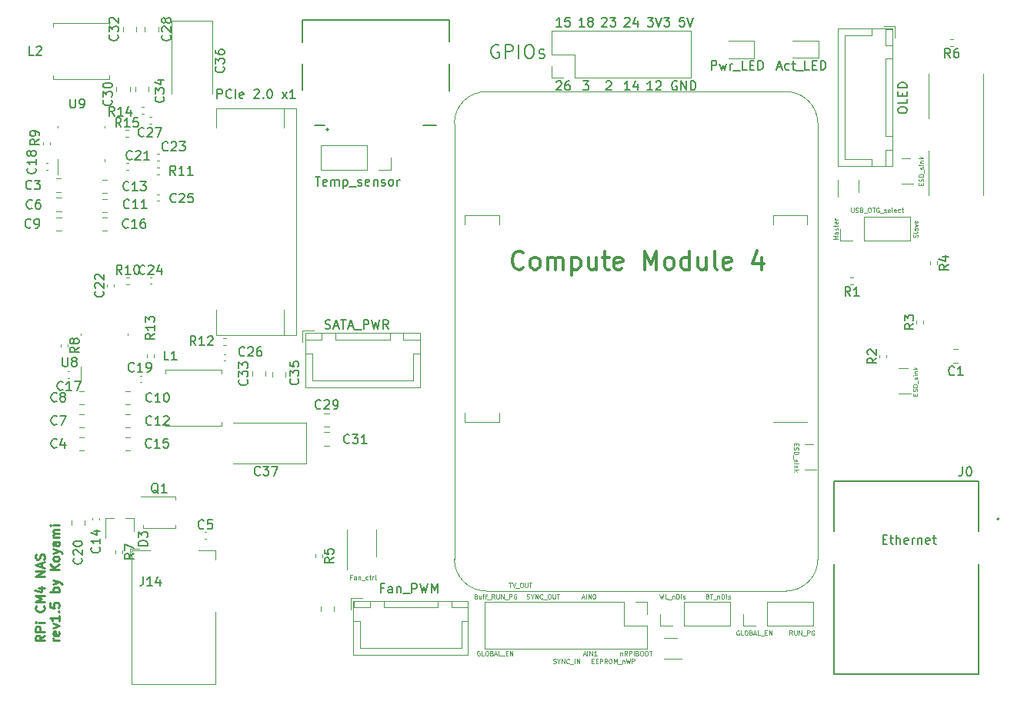
<source format=gbr>
%TF.GenerationSoftware,KiCad,Pcbnew,8.0.2*%
%TF.CreationDate,2024-05-19T12:28:56+02:00*%
%TF.ProjectId,CM4_NAS,434d345f-4e41-4532-9e6b-696361645f70,rev?*%
%TF.SameCoordinates,Original*%
%TF.FileFunction,Legend,Top*%
%TF.FilePolarity,Positive*%
%FSLAX46Y46*%
G04 Gerber Fmt 4.6, Leading zero omitted, Abs format (unit mm)*
G04 Created by KiCad (PCBNEW 8.0.2) date 2024-05-19 12:28:56*
%MOMM*%
%LPD*%
G01*
G04 APERTURE LIST*
%ADD10C,0.150000*%
%ADD11C,0.100000*%
%ADD12C,0.250000*%
%ADD13C,0.200000*%
%ADD14C,0.300000*%
%ADD15C,0.120000*%
%ADD16C,0.127000*%
G04 APERTURE END LIST*
D10*
X131416667Y-76954819D02*
X132035714Y-76954819D01*
X132035714Y-76954819D02*
X131702381Y-77335771D01*
X131702381Y-77335771D02*
X131845238Y-77335771D01*
X131845238Y-77335771D02*
X131940476Y-77383390D01*
X131940476Y-77383390D02*
X131988095Y-77431009D01*
X131988095Y-77431009D02*
X132035714Y-77526247D01*
X132035714Y-77526247D02*
X132035714Y-77764342D01*
X132035714Y-77764342D02*
X131988095Y-77859580D01*
X131988095Y-77859580D02*
X131940476Y-77907200D01*
X131940476Y-77907200D02*
X131845238Y-77954819D01*
X131845238Y-77954819D02*
X131559524Y-77954819D01*
X131559524Y-77954819D02*
X131464286Y-77907200D01*
X131464286Y-77907200D02*
X131416667Y-77859580D01*
X133488095Y-70050057D02*
X133535714Y-70002438D01*
X133535714Y-70002438D02*
X133630952Y-69954819D01*
X133630952Y-69954819D02*
X133869047Y-69954819D01*
X133869047Y-69954819D02*
X133964285Y-70002438D01*
X133964285Y-70002438D02*
X134011904Y-70050057D01*
X134011904Y-70050057D02*
X134059523Y-70145295D01*
X134059523Y-70145295D02*
X134059523Y-70240533D01*
X134059523Y-70240533D02*
X134011904Y-70383390D01*
X134011904Y-70383390D02*
X133440476Y-70954819D01*
X133440476Y-70954819D02*
X134059523Y-70954819D01*
X134392857Y-69954819D02*
X135011904Y-69954819D01*
X135011904Y-69954819D02*
X134678571Y-70335771D01*
X134678571Y-70335771D02*
X134821428Y-70335771D01*
X134821428Y-70335771D02*
X134916666Y-70383390D01*
X134916666Y-70383390D02*
X134964285Y-70431009D01*
X134964285Y-70431009D02*
X135011904Y-70526247D01*
X135011904Y-70526247D02*
X135011904Y-70764342D01*
X135011904Y-70764342D02*
X134964285Y-70859580D01*
X134964285Y-70859580D02*
X134916666Y-70907200D01*
X134916666Y-70907200D02*
X134821428Y-70954819D01*
X134821428Y-70954819D02*
X134535714Y-70954819D01*
X134535714Y-70954819D02*
X134440476Y-70907200D01*
X134440476Y-70907200D02*
X134392857Y-70859580D01*
X164411856Y-127423009D02*
X164745189Y-127423009D01*
X164888046Y-127946819D02*
X164411856Y-127946819D01*
X164411856Y-127946819D02*
X164411856Y-126946819D01*
X164411856Y-126946819D02*
X164888046Y-126946819D01*
X165173761Y-127280152D02*
X165554713Y-127280152D01*
X165316618Y-126946819D02*
X165316618Y-127803961D01*
X165316618Y-127803961D02*
X165364237Y-127899200D01*
X165364237Y-127899200D02*
X165459475Y-127946819D01*
X165459475Y-127946819D02*
X165554713Y-127946819D01*
X165888047Y-127946819D02*
X165888047Y-126946819D01*
X166316618Y-127946819D02*
X166316618Y-127423009D01*
X166316618Y-127423009D02*
X166268999Y-127327771D01*
X166268999Y-127327771D02*
X166173761Y-127280152D01*
X166173761Y-127280152D02*
X166030904Y-127280152D01*
X166030904Y-127280152D02*
X165935666Y-127327771D01*
X165935666Y-127327771D02*
X165888047Y-127375390D01*
X167173761Y-127899200D02*
X167078523Y-127946819D01*
X167078523Y-127946819D02*
X166888047Y-127946819D01*
X166888047Y-127946819D02*
X166792809Y-127899200D01*
X166792809Y-127899200D02*
X166745190Y-127803961D01*
X166745190Y-127803961D02*
X166745190Y-127423009D01*
X166745190Y-127423009D02*
X166792809Y-127327771D01*
X166792809Y-127327771D02*
X166888047Y-127280152D01*
X166888047Y-127280152D02*
X167078523Y-127280152D01*
X167078523Y-127280152D02*
X167173761Y-127327771D01*
X167173761Y-127327771D02*
X167221380Y-127423009D01*
X167221380Y-127423009D02*
X167221380Y-127518247D01*
X167221380Y-127518247D02*
X166745190Y-127613485D01*
X167649952Y-127946819D02*
X167649952Y-127280152D01*
X167649952Y-127470628D02*
X167697571Y-127375390D01*
X167697571Y-127375390D02*
X167745190Y-127327771D01*
X167745190Y-127327771D02*
X167840428Y-127280152D01*
X167840428Y-127280152D02*
X167935666Y-127280152D01*
X168269000Y-127280152D02*
X168269000Y-127946819D01*
X168269000Y-127375390D02*
X168316619Y-127327771D01*
X168316619Y-127327771D02*
X168411857Y-127280152D01*
X168411857Y-127280152D02*
X168554714Y-127280152D01*
X168554714Y-127280152D02*
X168649952Y-127327771D01*
X168649952Y-127327771D02*
X168697571Y-127423009D01*
X168697571Y-127423009D02*
X168697571Y-127946819D01*
X169554714Y-127899200D02*
X169459476Y-127946819D01*
X169459476Y-127946819D02*
X169269000Y-127946819D01*
X169269000Y-127946819D02*
X169173762Y-127899200D01*
X169173762Y-127899200D02*
X169126143Y-127803961D01*
X169126143Y-127803961D02*
X169126143Y-127423009D01*
X169126143Y-127423009D02*
X169173762Y-127327771D01*
X169173762Y-127327771D02*
X169269000Y-127280152D01*
X169269000Y-127280152D02*
X169459476Y-127280152D01*
X169459476Y-127280152D02*
X169554714Y-127327771D01*
X169554714Y-127327771D02*
X169602333Y-127423009D01*
X169602333Y-127423009D02*
X169602333Y-127518247D01*
X169602333Y-127518247D02*
X169126143Y-127613485D01*
X169888048Y-127280152D02*
X170269000Y-127280152D01*
X170030905Y-126946819D02*
X170030905Y-127803961D01*
X170030905Y-127803961D02*
X170078524Y-127899200D01*
X170078524Y-127899200D02*
X170173762Y-127946819D01*
X170173762Y-127946819D02*
X170269000Y-127946819D01*
X145536666Y-75704819D02*
X145536666Y-74704819D01*
X145536666Y-74704819D02*
X145917618Y-74704819D01*
X145917618Y-74704819D02*
X146012856Y-74752438D01*
X146012856Y-74752438D02*
X146060475Y-74800057D01*
X146060475Y-74800057D02*
X146108094Y-74895295D01*
X146108094Y-74895295D02*
X146108094Y-75038152D01*
X146108094Y-75038152D02*
X146060475Y-75133390D01*
X146060475Y-75133390D02*
X146012856Y-75181009D01*
X146012856Y-75181009D02*
X145917618Y-75228628D01*
X145917618Y-75228628D02*
X145536666Y-75228628D01*
X146441428Y-75038152D02*
X146631904Y-75704819D01*
X146631904Y-75704819D02*
X146822380Y-75228628D01*
X146822380Y-75228628D02*
X147012856Y-75704819D01*
X147012856Y-75704819D02*
X147203332Y-75038152D01*
X147584285Y-75704819D02*
X147584285Y-75038152D01*
X147584285Y-75228628D02*
X147631904Y-75133390D01*
X147631904Y-75133390D02*
X147679523Y-75085771D01*
X147679523Y-75085771D02*
X147774761Y-75038152D01*
X147774761Y-75038152D02*
X147869999Y-75038152D01*
X147965238Y-75800057D02*
X148727142Y-75800057D01*
X149441428Y-75704819D02*
X148965238Y-75704819D01*
X148965238Y-75704819D02*
X148965238Y-74704819D01*
X149774762Y-75181009D02*
X150108095Y-75181009D01*
X150250952Y-75704819D02*
X149774762Y-75704819D01*
X149774762Y-75704819D02*
X149774762Y-74704819D01*
X149774762Y-74704819D02*
X150250952Y-74704819D01*
X150679524Y-75704819D02*
X150679524Y-74704819D01*
X150679524Y-74704819D02*
X150917619Y-74704819D01*
X150917619Y-74704819D02*
X151060476Y-74752438D01*
X151060476Y-74752438D02*
X151155714Y-74847676D01*
X151155714Y-74847676D02*
X151203333Y-74942914D01*
X151203333Y-74942914D02*
X151250952Y-75133390D01*
X151250952Y-75133390D02*
X151250952Y-75276247D01*
X151250952Y-75276247D02*
X151203333Y-75466723D01*
X151203333Y-75466723D02*
X151155714Y-75561961D01*
X151155714Y-75561961D02*
X151060476Y-75657200D01*
X151060476Y-75657200D02*
X150917619Y-75704819D01*
X150917619Y-75704819D02*
X150679524Y-75704819D01*
D11*
X135529523Y-139892776D02*
X135529523Y-140226109D01*
X135529523Y-139940395D02*
X135553333Y-139916585D01*
X135553333Y-139916585D02*
X135600952Y-139892776D01*
X135600952Y-139892776D02*
X135672380Y-139892776D01*
X135672380Y-139892776D02*
X135719999Y-139916585D01*
X135719999Y-139916585D02*
X135743809Y-139964204D01*
X135743809Y-139964204D02*
X135743809Y-140226109D01*
X136267618Y-140226109D02*
X136100952Y-139988014D01*
X135981904Y-140226109D02*
X135981904Y-139726109D01*
X135981904Y-139726109D02*
X136172380Y-139726109D01*
X136172380Y-139726109D02*
X136219999Y-139749919D01*
X136219999Y-139749919D02*
X136243809Y-139773728D01*
X136243809Y-139773728D02*
X136267618Y-139821347D01*
X136267618Y-139821347D02*
X136267618Y-139892776D01*
X136267618Y-139892776D02*
X136243809Y-139940395D01*
X136243809Y-139940395D02*
X136219999Y-139964204D01*
X136219999Y-139964204D02*
X136172380Y-139988014D01*
X136172380Y-139988014D02*
X135981904Y-139988014D01*
X136481904Y-140226109D02*
X136481904Y-139726109D01*
X136481904Y-139726109D02*
X136672380Y-139726109D01*
X136672380Y-139726109D02*
X136719999Y-139749919D01*
X136719999Y-139749919D02*
X136743809Y-139773728D01*
X136743809Y-139773728D02*
X136767618Y-139821347D01*
X136767618Y-139821347D02*
X136767618Y-139892776D01*
X136767618Y-139892776D02*
X136743809Y-139940395D01*
X136743809Y-139940395D02*
X136719999Y-139964204D01*
X136719999Y-139964204D02*
X136672380Y-139988014D01*
X136672380Y-139988014D02*
X136481904Y-139988014D01*
X136981904Y-140226109D02*
X136981904Y-139726109D01*
X137386666Y-139964204D02*
X137458094Y-139988014D01*
X137458094Y-139988014D02*
X137481904Y-140011823D01*
X137481904Y-140011823D02*
X137505713Y-140059442D01*
X137505713Y-140059442D02*
X137505713Y-140130871D01*
X137505713Y-140130871D02*
X137481904Y-140178490D01*
X137481904Y-140178490D02*
X137458094Y-140202300D01*
X137458094Y-140202300D02*
X137410475Y-140226109D01*
X137410475Y-140226109D02*
X137219999Y-140226109D01*
X137219999Y-140226109D02*
X137219999Y-139726109D01*
X137219999Y-139726109D02*
X137386666Y-139726109D01*
X137386666Y-139726109D02*
X137434285Y-139749919D01*
X137434285Y-139749919D02*
X137458094Y-139773728D01*
X137458094Y-139773728D02*
X137481904Y-139821347D01*
X137481904Y-139821347D02*
X137481904Y-139868966D01*
X137481904Y-139868966D02*
X137458094Y-139916585D01*
X137458094Y-139916585D02*
X137434285Y-139940395D01*
X137434285Y-139940395D02*
X137386666Y-139964204D01*
X137386666Y-139964204D02*
X137219999Y-139964204D01*
X137815237Y-139726109D02*
X137910475Y-139726109D01*
X137910475Y-139726109D02*
X137958094Y-139749919D01*
X137958094Y-139749919D02*
X138005713Y-139797538D01*
X138005713Y-139797538D02*
X138029523Y-139892776D01*
X138029523Y-139892776D02*
X138029523Y-140059442D01*
X138029523Y-140059442D02*
X138005713Y-140154680D01*
X138005713Y-140154680D02*
X137958094Y-140202300D01*
X137958094Y-140202300D02*
X137910475Y-140226109D01*
X137910475Y-140226109D02*
X137815237Y-140226109D01*
X137815237Y-140226109D02*
X137767618Y-140202300D01*
X137767618Y-140202300D02*
X137719999Y-140154680D01*
X137719999Y-140154680D02*
X137696190Y-140059442D01*
X137696190Y-140059442D02*
X137696190Y-139892776D01*
X137696190Y-139892776D02*
X137719999Y-139797538D01*
X137719999Y-139797538D02*
X137767618Y-139749919D01*
X137767618Y-139749919D02*
X137815237Y-139726109D01*
X138339047Y-139726109D02*
X138434285Y-139726109D01*
X138434285Y-139726109D02*
X138481904Y-139749919D01*
X138481904Y-139749919D02*
X138529523Y-139797538D01*
X138529523Y-139797538D02*
X138553333Y-139892776D01*
X138553333Y-139892776D02*
X138553333Y-140059442D01*
X138553333Y-140059442D02*
X138529523Y-140154680D01*
X138529523Y-140154680D02*
X138481904Y-140202300D01*
X138481904Y-140202300D02*
X138434285Y-140226109D01*
X138434285Y-140226109D02*
X138339047Y-140226109D01*
X138339047Y-140226109D02*
X138291428Y-140202300D01*
X138291428Y-140202300D02*
X138243809Y-140154680D01*
X138243809Y-140154680D02*
X138220000Y-140059442D01*
X138220000Y-140059442D02*
X138220000Y-139892776D01*
X138220000Y-139892776D02*
X138243809Y-139797538D01*
X138243809Y-139797538D02*
X138291428Y-139749919D01*
X138291428Y-139749919D02*
X138339047Y-139726109D01*
X138696191Y-139726109D02*
X138981905Y-139726109D01*
X138839048Y-140226109D02*
X138839048Y-139726109D01*
D10*
X103033809Y-104197200D02*
X103176666Y-104244819D01*
X103176666Y-104244819D02*
X103414761Y-104244819D01*
X103414761Y-104244819D02*
X103509999Y-104197200D01*
X103509999Y-104197200D02*
X103557618Y-104149580D01*
X103557618Y-104149580D02*
X103605237Y-104054342D01*
X103605237Y-104054342D02*
X103605237Y-103959104D01*
X103605237Y-103959104D02*
X103557618Y-103863866D01*
X103557618Y-103863866D02*
X103509999Y-103816247D01*
X103509999Y-103816247D02*
X103414761Y-103768628D01*
X103414761Y-103768628D02*
X103224285Y-103721009D01*
X103224285Y-103721009D02*
X103129047Y-103673390D01*
X103129047Y-103673390D02*
X103081428Y-103625771D01*
X103081428Y-103625771D02*
X103033809Y-103530533D01*
X103033809Y-103530533D02*
X103033809Y-103435295D01*
X103033809Y-103435295D02*
X103081428Y-103340057D01*
X103081428Y-103340057D02*
X103129047Y-103292438D01*
X103129047Y-103292438D02*
X103224285Y-103244819D01*
X103224285Y-103244819D02*
X103462380Y-103244819D01*
X103462380Y-103244819D02*
X103605237Y-103292438D01*
X103986190Y-103959104D02*
X104462380Y-103959104D01*
X103890952Y-104244819D02*
X104224285Y-103244819D01*
X104224285Y-103244819D02*
X104557618Y-104244819D01*
X104748095Y-103244819D02*
X105319523Y-103244819D01*
X105033809Y-104244819D02*
X105033809Y-103244819D01*
X105605238Y-103959104D02*
X106081428Y-103959104D01*
X105510000Y-104244819D02*
X105843333Y-103244819D01*
X105843333Y-103244819D02*
X106176666Y-104244819D01*
X106271905Y-104340057D02*
X107033809Y-104340057D01*
X107271905Y-104244819D02*
X107271905Y-103244819D01*
X107271905Y-103244819D02*
X107652857Y-103244819D01*
X107652857Y-103244819D02*
X107748095Y-103292438D01*
X107748095Y-103292438D02*
X107795714Y-103340057D01*
X107795714Y-103340057D02*
X107843333Y-103435295D01*
X107843333Y-103435295D02*
X107843333Y-103578152D01*
X107843333Y-103578152D02*
X107795714Y-103673390D01*
X107795714Y-103673390D02*
X107748095Y-103721009D01*
X107748095Y-103721009D02*
X107652857Y-103768628D01*
X107652857Y-103768628D02*
X107271905Y-103768628D01*
X108176667Y-103244819D02*
X108414762Y-104244819D01*
X108414762Y-104244819D02*
X108605238Y-103530533D01*
X108605238Y-103530533D02*
X108795714Y-104244819D01*
X108795714Y-104244819D02*
X109033810Y-103244819D01*
X109986190Y-104244819D02*
X109652857Y-103768628D01*
X109414762Y-104244819D02*
X109414762Y-103244819D01*
X109414762Y-103244819D02*
X109795714Y-103244819D01*
X109795714Y-103244819D02*
X109890952Y-103292438D01*
X109890952Y-103292438D02*
X109938571Y-103340057D01*
X109938571Y-103340057D02*
X109986190Y-103435295D01*
X109986190Y-103435295D02*
X109986190Y-103578152D01*
X109986190Y-103578152D02*
X109938571Y-103673390D01*
X109938571Y-103673390D02*
X109890952Y-103721009D01*
X109890952Y-103721009D02*
X109795714Y-103768628D01*
X109795714Y-103768628D02*
X109414762Y-103768628D01*
X138511905Y-69954819D02*
X139130952Y-69954819D01*
X139130952Y-69954819D02*
X138797619Y-70335771D01*
X138797619Y-70335771D02*
X138940476Y-70335771D01*
X138940476Y-70335771D02*
X139035714Y-70383390D01*
X139035714Y-70383390D02*
X139083333Y-70431009D01*
X139083333Y-70431009D02*
X139130952Y-70526247D01*
X139130952Y-70526247D02*
X139130952Y-70764342D01*
X139130952Y-70764342D02*
X139083333Y-70859580D01*
X139083333Y-70859580D02*
X139035714Y-70907200D01*
X139035714Y-70907200D02*
X138940476Y-70954819D01*
X138940476Y-70954819D02*
X138654762Y-70954819D01*
X138654762Y-70954819D02*
X138559524Y-70907200D01*
X138559524Y-70907200D02*
X138511905Y-70859580D01*
X139416667Y-69954819D02*
X139750000Y-70954819D01*
X139750000Y-70954819D02*
X140083333Y-69954819D01*
X140321429Y-69954819D02*
X140940476Y-69954819D01*
X140940476Y-69954819D02*
X140607143Y-70335771D01*
X140607143Y-70335771D02*
X140750000Y-70335771D01*
X140750000Y-70335771D02*
X140845238Y-70383390D01*
X140845238Y-70383390D02*
X140892857Y-70431009D01*
X140892857Y-70431009D02*
X140940476Y-70526247D01*
X140940476Y-70526247D02*
X140940476Y-70764342D01*
X140940476Y-70764342D02*
X140892857Y-70859580D01*
X140892857Y-70859580D02*
X140845238Y-70907200D01*
X140845238Y-70907200D02*
X140750000Y-70954819D01*
X140750000Y-70954819D02*
X140464286Y-70954819D01*
X140464286Y-70954819D02*
X140369048Y-70907200D01*
X140369048Y-70907200D02*
X140321429Y-70859580D01*
X109482285Y-132792009D02*
X109148952Y-132792009D01*
X109148952Y-133315819D02*
X109148952Y-132315819D01*
X109148952Y-132315819D02*
X109625142Y-132315819D01*
X110434666Y-133315819D02*
X110434666Y-132792009D01*
X110434666Y-132792009D02*
X110387047Y-132696771D01*
X110387047Y-132696771D02*
X110291809Y-132649152D01*
X110291809Y-132649152D02*
X110101333Y-132649152D01*
X110101333Y-132649152D02*
X110006095Y-132696771D01*
X110434666Y-133268200D02*
X110339428Y-133315819D01*
X110339428Y-133315819D02*
X110101333Y-133315819D01*
X110101333Y-133315819D02*
X110006095Y-133268200D01*
X110006095Y-133268200D02*
X109958476Y-133172961D01*
X109958476Y-133172961D02*
X109958476Y-133077723D01*
X109958476Y-133077723D02*
X110006095Y-132982485D01*
X110006095Y-132982485D02*
X110101333Y-132934866D01*
X110101333Y-132934866D02*
X110339428Y-132934866D01*
X110339428Y-132934866D02*
X110434666Y-132887247D01*
X110910857Y-132649152D02*
X110910857Y-133315819D01*
X110910857Y-132744390D02*
X110958476Y-132696771D01*
X110958476Y-132696771D02*
X111053714Y-132649152D01*
X111053714Y-132649152D02*
X111196571Y-132649152D01*
X111196571Y-132649152D02*
X111291809Y-132696771D01*
X111291809Y-132696771D02*
X111339428Y-132792009D01*
X111339428Y-132792009D02*
X111339428Y-133315819D01*
X111577524Y-133411057D02*
X112339428Y-133411057D01*
X112577524Y-133315819D02*
X112577524Y-132315819D01*
X112577524Y-132315819D02*
X112958476Y-132315819D01*
X112958476Y-132315819D02*
X113053714Y-132363438D01*
X113053714Y-132363438D02*
X113101333Y-132411057D01*
X113101333Y-132411057D02*
X113148952Y-132506295D01*
X113148952Y-132506295D02*
X113148952Y-132649152D01*
X113148952Y-132649152D02*
X113101333Y-132744390D01*
X113101333Y-132744390D02*
X113053714Y-132792009D01*
X113053714Y-132792009D02*
X112958476Y-132839628D01*
X112958476Y-132839628D02*
X112577524Y-132839628D01*
X113482286Y-132315819D02*
X113720381Y-133315819D01*
X113720381Y-133315819D02*
X113910857Y-132601533D01*
X113910857Y-132601533D02*
X114101333Y-133315819D01*
X114101333Y-133315819D02*
X114339429Y-132315819D01*
X114720381Y-133315819D02*
X114720381Y-132315819D01*
X114720381Y-132315819D02*
X115053714Y-133030104D01*
X115053714Y-133030104D02*
X115387047Y-132315819D01*
X115387047Y-132315819D02*
X115387047Y-133315819D01*
D11*
X145107143Y-133714204D02*
X145178571Y-133738014D01*
X145178571Y-133738014D02*
X145202381Y-133761823D01*
X145202381Y-133761823D02*
X145226190Y-133809442D01*
X145226190Y-133809442D02*
X145226190Y-133880871D01*
X145226190Y-133880871D02*
X145202381Y-133928490D01*
X145202381Y-133928490D02*
X145178571Y-133952300D01*
X145178571Y-133952300D02*
X145130952Y-133976109D01*
X145130952Y-133976109D02*
X144940476Y-133976109D01*
X144940476Y-133976109D02*
X144940476Y-133476109D01*
X144940476Y-133476109D02*
X145107143Y-133476109D01*
X145107143Y-133476109D02*
X145154762Y-133499919D01*
X145154762Y-133499919D02*
X145178571Y-133523728D01*
X145178571Y-133523728D02*
X145202381Y-133571347D01*
X145202381Y-133571347D02*
X145202381Y-133618966D01*
X145202381Y-133618966D02*
X145178571Y-133666585D01*
X145178571Y-133666585D02*
X145154762Y-133690395D01*
X145154762Y-133690395D02*
X145107143Y-133714204D01*
X145107143Y-133714204D02*
X144940476Y-133714204D01*
X145369048Y-133476109D02*
X145654762Y-133476109D01*
X145511905Y-133976109D02*
X145511905Y-133476109D01*
X145702381Y-134023728D02*
X146083333Y-134023728D01*
X146202380Y-133642776D02*
X146202380Y-133976109D01*
X146202380Y-133690395D02*
X146226190Y-133666585D01*
X146226190Y-133666585D02*
X146273809Y-133642776D01*
X146273809Y-133642776D02*
X146345237Y-133642776D01*
X146345237Y-133642776D02*
X146392856Y-133666585D01*
X146392856Y-133666585D02*
X146416666Y-133714204D01*
X146416666Y-133714204D02*
X146416666Y-133976109D01*
X146654761Y-133976109D02*
X146654761Y-133476109D01*
X146654761Y-133476109D02*
X146773809Y-133476109D01*
X146773809Y-133476109D02*
X146845237Y-133499919D01*
X146845237Y-133499919D02*
X146892856Y-133547538D01*
X146892856Y-133547538D02*
X146916666Y-133595157D01*
X146916666Y-133595157D02*
X146940475Y-133690395D01*
X146940475Y-133690395D02*
X146940475Y-133761823D01*
X146940475Y-133761823D02*
X146916666Y-133857061D01*
X146916666Y-133857061D02*
X146892856Y-133904680D01*
X146892856Y-133904680D02*
X146845237Y-133952300D01*
X146845237Y-133952300D02*
X146773809Y-133976109D01*
X146773809Y-133976109D02*
X146654761Y-133976109D01*
X147154761Y-133976109D02*
X147154761Y-133642776D01*
X147154761Y-133476109D02*
X147130952Y-133499919D01*
X147130952Y-133499919D02*
X147154761Y-133523728D01*
X147154761Y-133523728D02*
X147178571Y-133499919D01*
X147178571Y-133499919D02*
X147154761Y-133476109D01*
X147154761Y-133476109D02*
X147154761Y-133523728D01*
X147369047Y-133952300D02*
X147416666Y-133976109D01*
X147416666Y-133976109D02*
X147511904Y-133976109D01*
X147511904Y-133976109D02*
X147559523Y-133952300D01*
X147559523Y-133952300D02*
X147583332Y-133904680D01*
X147583332Y-133904680D02*
X147583332Y-133880871D01*
X147583332Y-133880871D02*
X147559523Y-133833252D01*
X147559523Y-133833252D02*
X147511904Y-133809442D01*
X147511904Y-133809442D02*
X147440475Y-133809442D01*
X147440475Y-133809442D02*
X147392856Y-133785633D01*
X147392856Y-133785633D02*
X147369047Y-133738014D01*
X147369047Y-133738014D02*
X147369047Y-133714204D01*
X147369047Y-133714204D02*
X147392856Y-133666585D01*
X147392856Y-133666585D02*
X147440475Y-133642776D01*
X147440475Y-133642776D02*
X147511904Y-133642776D01*
X147511904Y-133642776D02*
X147559523Y-133666585D01*
D12*
X72152519Y-138015652D02*
X71676328Y-138348985D01*
X72152519Y-138587080D02*
X71152519Y-138587080D01*
X71152519Y-138587080D02*
X71152519Y-138206128D01*
X71152519Y-138206128D02*
X71200138Y-138110890D01*
X71200138Y-138110890D02*
X71247757Y-138063271D01*
X71247757Y-138063271D02*
X71342995Y-138015652D01*
X71342995Y-138015652D02*
X71485852Y-138015652D01*
X71485852Y-138015652D02*
X71581090Y-138063271D01*
X71581090Y-138063271D02*
X71628709Y-138110890D01*
X71628709Y-138110890D02*
X71676328Y-138206128D01*
X71676328Y-138206128D02*
X71676328Y-138587080D01*
X72152519Y-137587080D02*
X71152519Y-137587080D01*
X71152519Y-137587080D02*
X71152519Y-137206128D01*
X71152519Y-137206128D02*
X71200138Y-137110890D01*
X71200138Y-137110890D02*
X71247757Y-137063271D01*
X71247757Y-137063271D02*
X71342995Y-137015652D01*
X71342995Y-137015652D02*
X71485852Y-137015652D01*
X71485852Y-137015652D02*
X71581090Y-137063271D01*
X71581090Y-137063271D02*
X71628709Y-137110890D01*
X71628709Y-137110890D02*
X71676328Y-137206128D01*
X71676328Y-137206128D02*
X71676328Y-137587080D01*
X72152519Y-136587080D02*
X71485852Y-136587080D01*
X71152519Y-136587080D02*
X71200138Y-136634699D01*
X71200138Y-136634699D02*
X71247757Y-136587080D01*
X71247757Y-136587080D02*
X71200138Y-136539461D01*
X71200138Y-136539461D02*
X71152519Y-136587080D01*
X71152519Y-136587080D02*
X71247757Y-136587080D01*
X72057280Y-134777557D02*
X72104900Y-134825176D01*
X72104900Y-134825176D02*
X72152519Y-134968033D01*
X72152519Y-134968033D02*
X72152519Y-135063271D01*
X72152519Y-135063271D02*
X72104900Y-135206128D01*
X72104900Y-135206128D02*
X72009661Y-135301366D01*
X72009661Y-135301366D02*
X71914423Y-135348985D01*
X71914423Y-135348985D02*
X71723947Y-135396604D01*
X71723947Y-135396604D02*
X71581090Y-135396604D01*
X71581090Y-135396604D02*
X71390614Y-135348985D01*
X71390614Y-135348985D02*
X71295376Y-135301366D01*
X71295376Y-135301366D02*
X71200138Y-135206128D01*
X71200138Y-135206128D02*
X71152519Y-135063271D01*
X71152519Y-135063271D02*
X71152519Y-134968033D01*
X71152519Y-134968033D02*
X71200138Y-134825176D01*
X71200138Y-134825176D02*
X71247757Y-134777557D01*
X72152519Y-134348985D02*
X71152519Y-134348985D01*
X71152519Y-134348985D02*
X71866804Y-134015652D01*
X71866804Y-134015652D02*
X71152519Y-133682319D01*
X71152519Y-133682319D02*
X72152519Y-133682319D01*
X71485852Y-132777557D02*
X72152519Y-132777557D01*
X71104900Y-133015652D02*
X71819185Y-133253747D01*
X71819185Y-133253747D02*
X71819185Y-132634700D01*
X72152519Y-131491842D02*
X71152519Y-131491842D01*
X71152519Y-131491842D02*
X72152519Y-130920414D01*
X72152519Y-130920414D02*
X71152519Y-130920414D01*
X71866804Y-130491842D02*
X71866804Y-130015652D01*
X72152519Y-130587080D02*
X71152519Y-130253747D01*
X71152519Y-130253747D02*
X72152519Y-129920414D01*
X72104900Y-129634699D02*
X72152519Y-129491842D01*
X72152519Y-129491842D02*
X72152519Y-129253747D01*
X72152519Y-129253747D02*
X72104900Y-129158509D01*
X72104900Y-129158509D02*
X72057280Y-129110890D01*
X72057280Y-129110890D02*
X71962042Y-129063271D01*
X71962042Y-129063271D02*
X71866804Y-129063271D01*
X71866804Y-129063271D02*
X71771566Y-129110890D01*
X71771566Y-129110890D02*
X71723947Y-129158509D01*
X71723947Y-129158509D02*
X71676328Y-129253747D01*
X71676328Y-129253747D02*
X71628709Y-129444223D01*
X71628709Y-129444223D02*
X71581090Y-129539461D01*
X71581090Y-129539461D02*
X71533471Y-129587080D01*
X71533471Y-129587080D02*
X71438233Y-129634699D01*
X71438233Y-129634699D02*
X71342995Y-129634699D01*
X71342995Y-129634699D02*
X71247757Y-129587080D01*
X71247757Y-129587080D02*
X71200138Y-129539461D01*
X71200138Y-129539461D02*
X71152519Y-129444223D01*
X71152519Y-129444223D02*
X71152519Y-129206128D01*
X71152519Y-129206128D02*
X71200138Y-129063271D01*
X73762463Y-138587080D02*
X73095796Y-138587080D01*
X73286272Y-138587080D02*
X73191034Y-138539461D01*
X73191034Y-138539461D02*
X73143415Y-138491842D01*
X73143415Y-138491842D02*
X73095796Y-138396604D01*
X73095796Y-138396604D02*
X73095796Y-138301366D01*
X73714844Y-137587080D02*
X73762463Y-137682318D01*
X73762463Y-137682318D02*
X73762463Y-137872794D01*
X73762463Y-137872794D02*
X73714844Y-137968032D01*
X73714844Y-137968032D02*
X73619605Y-138015651D01*
X73619605Y-138015651D02*
X73238653Y-138015651D01*
X73238653Y-138015651D02*
X73143415Y-137968032D01*
X73143415Y-137968032D02*
X73095796Y-137872794D01*
X73095796Y-137872794D02*
X73095796Y-137682318D01*
X73095796Y-137682318D02*
X73143415Y-137587080D01*
X73143415Y-137587080D02*
X73238653Y-137539461D01*
X73238653Y-137539461D02*
X73333891Y-137539461D01*
X73333891Y-137539461D02*
X73429129Y-138015651D01*
X73095796Y-137206127D02*
X73762463Y-136968032D01*
X73762463Y-136968032D02*
X73095796Y-136729937D01*
X73762463Y-135825175D02*
X73762463Y-136396603D01*
X73762463Y-136110889D02*
X72762463Y-136110889D01*
X72762463Y-136110889D02*
X72905320Y-136206127D01*
X72905320Y-136206127D02*
X73000558Y-136301365D01*
X73000558Y-136301365D02*
X73048177Y-136396603D01*
X73667224Y-135396603D02*
X73714844Y-135348984D01*
X73714844Y-135348984D02*
X73762463Y-135396603D01*
X73762463Y-135396603D02*
X73714844Y-135444222D01*
X73714844Y-135444222D02*
X73667224Y-135396603D01*
X73667224Y-135396603D02*
X73762463Y-135396603D01*
X72762463Y-134444223D02*
X72762463Y-134920413D01*
X72762463Y-134920413D02*
X73238653Y-134968032D01*
X73238653Y-134968032D02*
X73191034Y-134920413D01*
X73191034Y-134920413D02*
X73143415Y-134825175D01*
X73143415Y-134825175D02*
X73143415Y-134587080D01*
X73143415Y-134587080D02*
X73191034Y-134491842D01*
X73191034Y-134491842D02*
X73238653Y-134444223D01*
X73238653Y-134444223D02*
X73333891Y-134396604D01*
X73333891Y-134396604D02*
X73571986Y-134396604D01*
X73571986Y-134396604D02*
X73667224Y-134444223D01*
X73667224Y-134444223D02*
X73714844Y-134491842D01*
X73714844Y-134491842D02*
X73762463Y-134587080D01*
X73762463Y-134587080D02*
X73762463Y-134825175D01*
X73762463Y-134825175D02*
X73714844Y-134920413D01*
X73714844Y-134920413D02*
X73667224Y-134968032D01*
X73762463Y-133206127D02*
X72762463Y-133206127D01*
X73143415Y-133206127D02*
X73095796Y-133110889D01*
X73095796Y-133110889D02*
X73095796Y-132920413D01*
X73095796Y-132920413D02*
X73143415Y-132825175D01*
X73143415Y-132825175D02*
X73191034Y-132777556D01*
X73191034Y-132777556D02*
X73286272Y-132729937D01*
X73286272Y-132729937D02*
X73571986Y-132729937D01*
X73571986Y-132729937D02*
X73667224Y-132777556D01*
X73667224Y-132777556D02*
X73714844Y-132825175D01*
X73714844Y-132825175D02*
X73762463Y-132920413D01*
X73762463Y-132920413D02*
X73762463Y-133110889D01*
X73762463Y-133110889D02*
X73714844Y-133206127D01*
X73095796Y-132396603D02*
X73762463Y-132158508D01*
X73095796Y-131920413D02*
X73762463Y-132158508D01*
X73762463Y-132158508D02*
X74000558Y-132253746D01*
X74000558Y-132253746D02*
X74048177Y-132301365D01*
X74048177Y-132301365D02*
X74095796Y-132396603D01*
X73762463Y-130777555D02*
X72762463Y-130777555D01*
X73762463Y-130206127D02*
X73191034Y-130634698D01*
X72762463Y-130206127D02*
X73333891Y-130777555D01*
X73762463Y-129634698D02*
X73714844Y-129729936D01*
X73714844Y-129729936D02*
X73667224Y-129777555D01*
X73667224Y-129777555D02*
X73571986Y-129825174D01*
X73571986Y-129825174D02*
X73286272Y-129825174D01*
X73286272Y-129825174D02*
X73191034Y-129777555D01*
X73191034Y-129777555D02*
X73143415Y-129729936D01*
X73143415Y-129729936D02*
X73095796Y-129634698D01*
X73095796Y-129634698D02*
X73095796Y-129491841D01*
X73095796Y-129491841D02*
X73143415Y-129396603D01*
X73143415Y-129396603D02*
X73191034Y-129348984D01*
X73191034Y-129348984D02*
X73286272Y-129301365D01*
X73286272Y-129301365D02*
X73571986Y-129301365D01*
X73571986Y-129301365D02*
X73667224Y-129348984D01*
X73667224Y-129348984D02*
X73714844Y-129396603D01*
X73714844Y-129396603D02*
X73762463Y-129491841D01*
X73762463Y-129491841D02*
X73762463Y-129634698D01*
X73095796Y-128968031D02*
X73762463Y-128729936D01*
X73095796Y-128491841D02*
X73762463Y-128729936D01*
X73762463Y-128729936D02*
X74000558Y-128825174D01*
X74000558Y-128825174D02*
X74048177Y-128872793D01*
X74048177Y-128872793D02*
X74095796Y-128968031D01*
X73762463Y-127682317D02*
X73238653Y-127682317D01*
X73238653Y-127682317D02*
X73143415Y-127729936D01*
X73143415Y-127729936D02*
X73095796Y-127825174D01*
X73095796Y-127825174D02*
X73095796Y-128015650D01*
X73095796Y-128015650D02*
X73143415Y-128110888D01*
X73714844Y-127682317D02*
X73762463Y-127777555D01*
X73762463Y-127777555D02*
X73762463Y-128015650D01*
X73762463Y-128015650D02*
X73714844Y-128110888D01*
X73714844Y-128110888D02*
X73619605Y-128158507D01*
X73619605Y-128158507D02*
X73524367Y-128158507D01*
X73524367Y-128158507D02*
X73429129Y-128110888D01*
X73429129Y-128110888D02*
X73381510Y-128015650D01*
X73381510Y-128015650D02*
X73381510Y-127777555D01*
X73381510Y-127777555D02*
X73333891Y-127682317D01*
X73762463Y-127206126D02*
X73095796Y-127206126D01*
X73191034Y-127206126D02*
X73143415Y-127158507D01*
X73143415Y-127158507D02*
X73095796Y-127063269D01*
X73095796Y-127063269D02*
X73095796Y-126920412D01*
X73095796Y-126920412D02*
X73143415Y-126825174D01*
X73143415Y-126825174D02*
X73238653Y-126777555D01*
X73238653Y-126777555D02*
X73762463Y-126777555D01*
X73238653Y-126777555D02*
X73143415Y-126729936D01*
X73143415Y-126729936D02*
X73095796Y-126634698D01*
X73095796Y-126634698D02*
X73095796Y-126491841D01*
X73095796Y-126491841D02*
X73143415Y-126396602D01*
X73143415Y-126396602D02*
X73238653Y-126348983D01*
X73238653Y-126348983D02*
X73762463Y-126348983D01*
X73762463Y-125872793D02*
X73095796Y-125872793D01*
X72762463Y-125872793D02*
X72810082Y-125920412D01*
X72810082Y-125920412D02*
X72857701Y-125872793D01*
X72857701Y-125872793D02*
X72810082Y-125825174D01*
X72810082Y-125825174D02*
X72762463Y-125872793D01*
X72762463Y-125872793D02*
X72857701Y-125872793D01*
D10*
X142559523Y-69954819D02*
X142083333Y-69954819D01*
X142083333Y-69954819D02*
X142035714Y-70431009D01*
X142035714Y-70431009D02*
X142083333Y-70383390D01*
X142083333Y-70383390D02*
X142178571Y-70335771D01*
X142178571Y-70335771D02*
X142416666Y-70335771D01*
X142416666Y-70335771D02*
X142511904Y-70383390D01*
X142511904Y-70383390D02*
X142559523Y-70431009D01*
X142559523Y-70431009D02*
X142607142Y-70526247D01*
X142607142Y-70526247D02*
X142607142Y-70764342D01*
X142607142Y-70764342D02*
X142559523Y-70859580D01*
X142559523Y-70859580D02*
X142511904Y-70907200D01*
X142511904Y-70907200D02*
X142416666Y-70954819D01*
X142416666Y-70954819D02*
X142178571Y-70954819D01*
X142178571Y-70954819D02*
X142083333Y-70907200D01*
X142083333Y-70907200D02*
X142035714Y-70859580D01*
X142892857Y-69954819D02*
X143226190Y-70954819D01*
X143226190Y-70954819D02*
X143559523Y-69954819D01*
X128488095Y-77050057D02*
X128535714Y-77002438D01*
X128535714Y-77002438D02*
X128630952Y-76954819D01*
X128630952Y-76954819D02*
X128869047Y-76954819D01*
X128869047Y-76954819D02*
X128964285Y-77002438D01*
X128964285Y-77002438D02*
X129011904Y-77050057D01*
X129011904Y-77050057D02*
X129059523Y-77145295D01*
X129059523Y-77145295D02*
X129059523Y-77240533D01*
X129059523Y-77240533D02*
X129011904Y-77383390D01*
X129011904Y-77383390D02*
X128440476Y-77954819D01*
X128440476Y-77954819D02*
X129059523Y-77954819D01*
X129916666Y-76954819D02*
X129726190Y-76954819D01*
X129726190Y-76954819D02*
X129630952Y-77002438D01*
X129630952Y-77002438D02*
X129583333Y-77050057D01*
X129583333Y-77050057D02*
X129488095Y-77192914D01*
X129488095Y-77192914D02*
X129440476Y-77383390D01*
X129440476Y-77383390D02*
X129440476Y-77764342D01*
X129440476Y-77764342D02*
X129488095Y-77859580D01*
X129488095Y-77859580D02*
X129535714Y-77907200D01*
X129535714Y-77907200D02*
X129630952Y-77954819D01*
X129630952Y-77954819D02*
X129821428Y-77954819D01*
X129821428Y-77954819D02*
X129916666Y-77907200D01*
X129916666Y-77907200D02*
X129964285Y-77859580D01*
X129964285Y-77859580D02*
X130011904Y-77764342D01*
X130011904Y-77764342D02*
X130011904Y-77526247D01*
X130011904Y-77526247D02*
X129964285Y-77431009D01*
X129964285Y-77431009D02*
X129916666Y-77383390D01*
X129916666Y-77383390D02*
X129821428Y-77335771D01*
X129821428Y-77335771D02*
X129630952Y-77335771D01*
X129630952Y-77335771D02*
X129535714Y-77383390D01*
X129535714Y-77383390D02*
X129488095Y-77431009D01*
X129488095Y-77431009D02*
X129440476Y-77526247D01*
D13*
X122142857Y-73004957D02*
X122000000Y-72933528D01*
X122000000Y-72933528D02*
X121785714Y-72933528D01*
X121785714Y-72933528D02*
X121571428Y-73004957D01*
X121571428Y-73004957D02*
X121428571Y-73147814D01*
X121428571Y-73147814D02*
X121357142Y-73290671D01*
X121357142Y-73290671D02*
X121285714Y-73576385D01*
X121285714Y-73576385D02*
X121285714Y-73790671D01*
X121285714Y-73790671D02*
X121357142Y-74076385D01*
X121357142Y-74076385D02*
X121428571Y-74219242D01*
X121428571Y-74219242D02*
X121571428Y-74362100D01*
X121571428Y-74362100D02*
X121785714Y-74433528D01*
X121785714Y-74433528D02*
X121928571Y-74433528D01*
X121928571Y-74433528D02*
X122142857Y-74362100D01*
X122142857Y-74362100D02*
X122214285Y-74290671D01*
X122214285Y-74290671D02*
X122214285Y-73790671D01*
X122214285Y-73790671D02*
X121928571Y-73790671D01*
X122857142Y-74433528D02*
X122857142Y-72933528D01*
X122857142Y-72933528D02*
X123428571Y-72933528D01*
X123428571Y-72933528D02*
X123571428Y-73004957D01*
X123571428Y-73004957D02*
X123642857Y-73076385D01*
X123642857Y-73076385D02*
X123714285Y-73219242D01*
X123714285Y-73219242D02*
X123714285Y-73433528D01*
X123714285Y-73433528D02*
X123642857Y-73576385D01*
X123642857Y-73576385D02*
X123571428Y-73647814D01*
X123571428Y-73647814D02*
X123428571Y-73719242D01*
X123428571Y-73719242D02*
X122857142Y-73719242D01*
X124357142Y-74433528D02*
X124357142Y-72933528D01*
X125357143Y-72933528D02*
X125642857Y-72933528D01*
X125642857Y-72933528D02*
X125785714Y-73004957D01*
X125785714Y-73004957D02*
X125928571Y-73147814D01*
X125928571Y-73147814D02*
X126000000Y-73433528D01*
X126000000Y-73433528D02*
X126000000Y-73933528D01*
X126000000Y-73933528D02*
X125928571Y-74219242D01*
X125928571Y-74219242D02*
X125785714Y-74362100D01*
X125785714Y-74362100D02*
X125642857Y-74433528D01*
X125642857Y-74433528D02*
X125357143Y-74433528D01*
X125357143Y-74433528D02*
X125214286Y-74362100D01*
X125214286Y-74362100D02*
X125071428Y-74219242D01*
X125071428Y-74219242D02*
X125000000Y-73933528D01*
X125000000Y-73933528D02*
X125000000Y-73433528D01*
X125000000Y-73433528D02*
X125071428Y-73147814D01*
X125071428Y-73147814D02*
X125214286Y-73004957D01*
X125214286Y-73004957D02*
X125357143Y-72933528D01*
X126571429Y-74362100D02*
X126714286Y-74433528D01*
X126714286Y-74433528D02*
X127000000Y-74433528D01*
X127000000Y-74433528D02*
X127142857Y-74362100D01*
X127142857Y-74362100D02*
X127214286Y-74219242D01*
X127214286Y-74219242D02*
X127214286Y-74147814D01*
X127214286Y-74147814D02*
X127142857Y-74004957D01*
X127142857Y-74004957D02*
X127000000Y-73933528D01*
X127000000Y-73933528D02*
X126785715Y-73933528D01*
X126785715Y-73933528D02*
X126642857Y-73862100D01*
X126642857Y-73862100D02*
X126571429Y-73719242D01*
X126571429Y-73719242D02*
X126571429Y-73647814D01*
X126571429Y-73647814D02*
X126642857Y-73504957D01*
X126642857Y-73504957D02*
X126785715Y-73433528D01*
X126785715Y-73433528D02*
X127000000Y-73433528D01*
X127000000Y-73433528D02*
X127142857Y-73504957D01*
D10*
X101933333Y-87474819D02*
X102504761Y-87474819D01*
X102219047Y-88474819D02*
X102219047Y-87474819D01*
X103219047Y-88427200D02*
X103123809Y-88474819D01*
X103123809Y-88474819D02*
X102933333Y-88474819D01*
X102933333Y-88474819D02*
X102838095Y-88427200D01*
X102838095Y-88427200D02*
X102790476Y-88331961D01*
X102790476Y-88331961D02*
X102790476Y-87951009D01*
X102790476Y-87951009D02*
X102838095Y-87855771D01*
X102838095Y-87855771D02*
X102933333Y-87808152D01*
X102933333Y-87808152D02*
X103123809Y-87808152D01*
X103123809Y-87808152D02*
X103219047Y-87855771D01*
X103219047Y-87855771D02*
X103266666Y-87951009D01*
X103266666Y-87951009D02*
X103266666Y-88046247D01*
X103266666Y-88046247D02*
X102790476Y-88141485D01*
X103695238Y-88474819D02*
X103695238Y-87808152D01*
X103695238Y-87903390D02*
X103742857Y-87855771D01*
X103742857Y-87855771D02*
X103838095Y-87808152D01*
X103838095Y-87808152D02*
X103980952Y-87808152D01*
X103980952Y-87808152D02*
X104076190Y-87855771D01*
X104076190Y-87855771D02*
X104123809Y-87951009D01*
X104123809Y-87951009D02*
X104123809Y-88474819D01*
X104123809Y-87951009D02*
X104171428Y-87855771D01*
X104171428Y-87855771D02*
X104266666Y-87808152D01*
X104266666Y-87808152D02*
X104409523Y-87808152D01*
X104409523Y-87808152D02*
X104504762Y-87855771D01*
X104504762Y-87855771D02*
X104552381Y-87951009D01*
X104552381Y-87951009D02*
X104552381Y-88474819D01*
X105028571Y-87808152D02*
X105028571Y-88808152D01*
X105028571Y-87855771D02*
X105123809Y-87808152D01*
X105123809Y-87808152D02*
X105314285Y-87808152D01*
X105314285Y-87808152D02*
X105409523Y-87855771D01*
X105409523Y-87855771D02*
X105457142Y-87903390D01*
X105457142Y-87903390D02*
X105504761Y-87998628D01*
X105504761Y-87998628D02*
X105504761Y-88284342D01*
X105504761Y-88284342D02*
X105457142Y-88379580D01*
X105457142Y-88379580D02*
X105409523Y-88427200D01*
X105409523Y-88427200D02*
X105314285Y-88474819D01*
X105314285Y-88474819D02*
X105123809Y-88474819D01*
X105123809Y-88474819D02*
X105028571Y-88427200D01*
X105695238Y-88570057D02*
X106457142Y-88570057D01*
X106647619Y-88427200D02*
X106742857Y-88474819D01*
X106742857Y-88474819D02*
X106933333Y-88474819D01*
X106933333Y-88474819D02*
X107028571Y-88427200D01*
X107028571Y-88427200D02*
X107076190Y-88331961D01*
X107076190Y-88331961D02*
X107076190Y-88284342D01*
X107076190Y-88284342D02*
X107028571Y-88189104D01*
X107028571Y-88189104D02*
X106933333Y-88141485D01*
X106933333Y-88141485D02*
X106790476Y-88141485D01*
X106790476Y-88141485D02*
X106695238Y-88093866D01*
X106695238Y-88093866D02*
X106647619Y-87998628D01*
X106647619Y-87998628D02*
X106647619Y-87951009D01*
X106647619Y-87951009D02*
X106695238Y-87855771D01*
X106695238Y-87855771D02*
X106790476Y-87808152D01*
X106790476Y-87808152D02*
X106933333Y-87808152D01*
X106933333Y-87808152D02*
X107028571Y-87855771D01*
X107885714Y-88427200D02*
X107790476Y-88474819D01*
X107790476Y-88474819D02*
X107600000Y-88474819D01*
X107600000Y-88474819D02*
X107504762Y-88427200D01*
X107504762Y-88427200D02*
X107457143Y-88331961D01*
X107457143Y-88331961D02*
X107457143Y-87951009D01*
X107457143Y-87951009D02*
X107504762Y-87855771D01*
X107504762Y-87855771D02*
X107600000Y-87808152D01*
X107600000Y-87808152D02*
X107790476Y-87808152D01*
X107790476Y-87808152D02*
X107885714Y-87855771D01*
X107885714Y-87855771D02*
X107933333Y-87951009D01*
X107933333Y-87951009D02*
X107933333Y-88046247D01*
X107933333Y-88046247D02*
X107457143Y-88141485D01*
X108361905Y-87808152D02*
X108361905Y-88474819D01*
X108361905Y-87903390D02*
X108409524Y-87855771D01*
X108409524Y-87855771D02*
X108504762Y-87808152D01*
X108504762Y-87808152D02*
X108647619Y-87808152D01*
X108647619Y-87808152D02*
X108742857Y-87855771D01*
X108742857Y-87855771D02*
X108790476Y-87951009D01*
X108790476Y-87951009D02*
X108790476Y-88474819D01*
X109219048Y-88427200D02*
X109314286Y-88474819D01*
X109314286Y-88474819D02*
X109504762Y-88474819D01*
X109504762Y-88474819D02*
X109600000Y-88427200D01*
X109600000Y-88427200D02*
X109647619Y-88331961D01*
X109647619Y-88331961D02*
X109647619Y-88284342D01*
X109647619Y-88284342D02*
X109600000Y-88189104D01*
X109600000Y-88189104D02*
X109504762Y-88141485D01*
X109504762Y-88141485D02*
X109361905Y-88141485D01*
X109361905Y-88141485D02*
X109266667Y-88093866D01*
X109266667Y-88093866D02*
X109219048Y-87998628D01*
X109219048Y-87998628D02*
X109219048Y-87951009D01*
X109219048Y-87951009D02*
X109266667Y-87855771D01*
X109266667Y-87855771D02*
X109361905Y-87808152D01*
X109361905Y-87808152D02*
X109504762Y-87808152D01*
X109504762Y-87808152D02*
X109600000Y-87855771D01*
X110219048Y-88474819D02*
X110123810Y-88427200D01*
X110123810Y-88427200D02*
X110076191Y-88379580D01*
X110076191Y-88379580D02*
X110028572Y-88284342D01*
X110028572Y-88284342D02*
X110028572Y-87998628D01*
X110028572Y-87998628D02*
X110076191Y-87903390D01*
X110076191Y-87903390D02*
X110123810Y-87855771D01*
X110123810Y-87855771D02*
X110219048Y-87808152D01*
X110219048Y-87808152D02*
X110361905Y-87808152D01*
X110361905Y-87808152D02*
X110457143Y-87855771D01*
X110457143Y-87855771D02*
X110504762Y-87903390D01*
X110504762Y-87903390D02*
X110552381Y-87998628D01*
X110552381Y-87998628D02*
X110552381Y-88284342D01*
X110552381Y-88284342D02*
X110504762Y-88379580D01*
X110504762Y-88379580D02*
X110457143Y-88427200D01*
X110457143Y-88427200D02*
X110361905Y-88474819D01*
X110361905Y-88474819D02*
X110219048Y-88474819D01*
X110980953Y-88474819D02*
X110980953Y-87808152D01*
X110980953Y-87998628D02*
X111028572Y-87903390D01*
X111028572Y-87903390D02*
X111076191Y-87855771D01*
X111076191Y-87855771D02*
X111171429Y-87808152D01*
X111171429Y-87808152D02*
X111266667Y-87808152D01*
D14*
X124848570Y-97509161D02*
X124753332Y-97604400D01*
X124753332Y-97604400D02*
X124467618Y-97699638D01*
X124467618Y-97699638D02*
X124277142Y-97699638D01*
X124277142Y-97699638D02*
X123991427Y-97604400D01*
X123991427Y-97604400D02*
X123800951Y-97413923D01*
X123800951Y-97413923D02*
X123705713Y-97223447D01*
X123705713Y-97223447D02*
X123610475Y-96842495D01*
X123610475Y-96842495D02*
X123610475Y-96556780D01*
X123610475Y-96556780D02*
X123705713Y-96175828D01*
X123705713Y-96175828D02*
X123800951Y-95985352D01*
X123800951Y-95985352D02*
X123991427Y-95794876D01*
X123991427Y-95794876D02*
X124277142Y-95699638D01*
X124277142Y-95699638D02*
X124467618Y-95699638D01*
X124467618Y-95699638D02*
X124753332Y-95794876D01*
X124753332Y-95794876D02*
X124848570Y-95890114D01*
X125991427Y-97699638D02*
X125800951Y-97604400D01*
X125800951Y-97604400D02*
X125705713Y-97509161D01*
X125705713Y-97509161D02*
X125610475Y-97318685D01*
X125610475Y-97318685D02*
X125610475Y-96747257D01*
X125610475Y-96747257D02*
X125705713Y-96556780D01*
X125705713Y-96556780D02*
X125800951Y-96461542D01*
X125800951Y-96461542D02*
X125991427Y-96366304D01*
X125991427Y-96366304D02*
X126277142Y-96366304D01*
X126277142Y-96366304D02*
X126467618Y-96461542D01*
X126467618Y-96461542D02*
X126562856Y-96556780D01*
X126562856Y-96556780D02*
X126658094Y-96747257D01*
X126658094Y-96747257D02*
X126658094Y-97318685D01*
X126658094Y-97318685D02*
X126562856Y-97509161D01*
X126562856Y-97509161D02*
X126467618Y-97604400D01*
X126467618Y-97604400D02*
X126277142Y-97699638D01*
X126277142Y-97699638D02*
X125991427Y-97699638D01*
X127515237Y-97699638D02*
X127515237Y-96366304D01*
X127515237Y-96556780D02*
X127610475Y-96461542D01*
X127610475Y-96461542D02*
X127800951Y-96366304D01*
X127800951Y-96366304D02*
X128086666Y-96366304D01*
X128086666Y-96366304D02*
X128277142Y-96461542D01*
X128277142Y-96461542D02*
X128372380Y-96652019D01*
X128372380Y-96652019D02*
X128372380Y-97699638D01*
X128372380Y-96652019D02*
X128467618Y-96461542D01*
X128467618Y-96461542D02*
X128658094Y-96366304D01*
X128658094Y-96366304D02*
X128943808Y-96366304D01*
X128943808Y-96366304D02*
X129134285Y-96461542D01*
X129134285Y-96461542D02*
X129229523Y-96652019D01*
X129229523Y-96652019D02*
X129229523Y-97699638D01*
X130181904Y-96366304D02*
X130181904Y-98366304D01*
X130181904Y-96461542D02*
X130372380Y-96366304D01*
X130372380Y-96366304D02*
X130753333Y-96366304D01*
X130753333Y-96366304D02*
X130943809Y-96461542D01*
X130943809Y-96461542D02*
X131039047Y-96556780D01*
X131039047Y-96556780D02*
X131134285Y-96747257D01*
X131134285Y-96747257D02*
X131134285Y-97318685D01*
X131134285Y-97318685D02*
X131039047Y-97509161D01*
X131039047Y-97509161D02*
X130943809Y-97604400D01*
X130943809Y-97604400D02*
X130753333Y-97699638D01*
X130753333Y-97699638D02*
X130372380Y-97699638D01*
X130372380Y-97699638D02*
X130181904Y-97604400D01*
X132848571Y-96366304D02*
X132848571Y-97699638D01*
X131991428Y-96366304D02*
X131991428Y-97413923D01*
X131991428Y-97413923D02*
X132086666Y-97604400D01*
X132086666Y-97604400D02*
X132277142Y-97699638D01*
X132277142Y-97699638D02*
X132562857Y-97699638D01*
X132562857Y-97699638D02*
X132753333Y-97604400D01*
X132753333Y-97604400D02*
X132848571Y-97509161D01*
X133515238Y-96366304D02*
X134277142Y-96366304D01*
X133800952Y-95699638D02*
X133800952Y-97413923D01*
X133800952Y-97413923D02*
X133896190Y-97604400D01*
X133896190Y-97604400D02*
X134086666Y-97699638D01*
X134086666Y-97699638D02*
X134277142Y-97699638D01*
X135705714Y-97604400D02*
X135515238Y-97699638D01*
X135515238Y-97699638D02*
X135134285Y-97699638D01*
X135134285Y-97699638D02*
X134943809Y-97604400D01*
X134943809Y-97604400D02*
X134848571Y-97413923D01*
X134848571Y-97413923D02*
X134848571Y-96652019D01*
X134848571Y-96652019D02*
X134943809Y-96461542D01*
X134943809Y-96461542D02*
X135134285Y-96366304D01*
X135134285Y-96366304D02*
X135515238Y-96366304D01*
X135515238Y-96366304D02*
X135705714Y-96461542D01*
X135705714Y-96461542D02*
X135800952Y-96652019D01*
X135800952Y-96652019D02*
X135800952Y-96842495D01*
X135800952Y-96842495D02*
X134848571Y-97032971D01*
X138181905Y-97699638D02*
X138181905Y-95699638D01*
X138181905Y-95699638D02*
X138848572Y-97128209D01*
X138848572Y-97128209D02*
X139515238Y-95699638D01*
X139515238Y-95699638D02*
X139515238Y-97699638D01*
X140753333Y-97699638D02*
X140562857Y-97604400D01*
X140562857Y-97604400D02*
X140467619Y-97509161D01*
X140467619Y-97509161D02*
X140372381Y-97318685D01*
X140372381Y-97318685D02*
X140372381Y-96747257D01*
X140372381Y-96747257D02*
X140467619Y-96556780D01*
X140467619Y-96556780D02*
X140562857Y-96461542D01*
X140562857Y-96461542D02*
X140753333Y-96366304D01*
X140753333Y-96366304D02*
X141039048Y-96366304D01*
X141039048Y-96366304D02*
X141229524Y-96461542D01*
X141229524Y-96461542D02*
X141324762Y-96556780D01*
X141324762Y-96556780D02*
X141420000Y-96747257D01*
X141420000Y-96747257D02*
X141420000Y-97318685D01*
X141420000Y-97318685D02*
X141324762Y-97509161D01*
X141324762Y-97509161D02*
X141229524Y-97604400D01*
X141229524Y-97604400D02*
X141039048Y-97699638D01*
X141039048Y-97699638D02*
X140753333Y-97699638D01*
X143134286Y-97699638D02*
X143134286Y-95699638D01*
X143134286Y-97604400D02*
X142943810Y-97699638D01*
X142943810Y-97699638D02*
X142562857Y-97699638D01*
X142562857Y-97699638D02*
X142372381Y-97604400D01*
X142372381Y-97604400D02*
X142277143Y-97509161D01*
X142277143Y-97509161D02*
X142181905Y-97318685D01*
X142181905Y-97318685D02*
X142181905Y-96747257D01*
X142181905Y-96747257D02*
X142277143Y-96556780D01*
X142277143Y-96556780D02*
X142372381Y-96461542D01*
X142372381Y-96461542D02*
X142562857Y-96366304D01*
X142562857Y-96366304D02*
X142943810Y-96366304D01*
X142943810Y-96366304D02*
X143134286Y-96461542D01*
X144943810Y-96366304D02*
X144943810Y-97699638D01*
X144086667Y-96366304D02*
X144086667Y-97413923D01*
X144086667Y-97413923D02*
X144181905Y-97604400D01*
X144181905Y-97604400D02*
X144372381Y-97699638D01*
X144372381Y-97699638D02*
X144658096Y-97699638D01*
X144658096Y-97699638D02*
X144848572Y-97604400D01*
X144848572Y-97604400D02*
X144943810Y-97509161D01*
X146181905Y-97699638D02*
X145991429Y-97604400D01*
X145991429Y-97604400D02*
X145896191Y-97413923D01*
X145896191Y-97413923D02*
X145896191Y-95699638D01*
X147705715Y-97604400D02*
X147515239Y-97699638D01*
X147515239Y-97699638D02*
X147134286Y-97699638D01*
X147134286Y-97699638D02*
X146943810Y-97604400D01*
X146943810Y-97604400D02*
X146848572Y-97413923D01*
X146848572Y-97413923D02*
X146848572Y-96652019D01*
X146848572Y-96652019D02*
X146943810Y-96461542D01*
X146943810Y-96461542D02*
X147134286Y-96366304D01*
X147134286Y-96366304D02*
X147515239Y-96366304D01*
X147515239Y-96366304D02*
X147705715Y-96461542D01*
X147705715Y-96461542D02*
X147800953Y-96652019D01*
X147800953Y-96652019D02*
X147800953Y-96842495D01*
X147800953Y-96842495D02*
X146848572Y-97032971D01*
X151039049Y-96366304D02*
X151039049Y-97699638D01*
X150562858Y-95604400D02*
X150086668Y-97032971D01*
X150086668Y-97032971D02*
X151324763Y-97032971D01*
D10*
X139059523Y-77954819D02*
X138488095Y-77954819D01*
X138773809Y-77954819D02*
X138773809Y-76954819D01*
X138773809Y-76954819D02*
X138678571Y-77097676D01*
X138678571Y-77097676D02*
X138583333Y-77192914D01*
X138583333Y-77192914D02*
X138488095Y-77240533D01*
X139440476Y-77050057D02*
X139488095Y-77002438D01*
X139488095Y-77002438D02*
X139583333Y-76954819D01*
X139583333Y-76954819D02*
X139821428Y-76954819D01*
X139821428Y-76954819D02*
X139916666Y-77002438D01*
X139916666Y-77002438D02*
X139964285Y-77050057D01*
X139964285Y-77050057D02*
X140011904Y-77145295D01*
X140011904Y-77145295D02*
X140011904Y-77240533D01*
X140011904Y-77240533D02*
X139964285Y-77383390D01*
X139964285Y-77383390D02*
X139392857Y-77954819D01*
X139392857Y-77954819D02*
X140011904Y-77954819D01*
X152757523Y-75419104D02*
X153233713Y-75419104D01*
X152662285Y-75704819D02*
X152995618Y-74704819D01*
X152995618Y-74704819D02*
X153328951Y-75704819D01*
X154090856Y-75657200D02*
X153995618Y-75704819D01*
X153995618Y-75704819D02*
X153805142Y-75704819D01*
X153805142Y-75704819D02*
X153709904Y-75657200D01*
X153709904Y-75657200D02*
X153662285Y-75609580D01*
X153662285Y-75609580D02*
X153614666Y-75514342D01*
X153614666Y-75514342D02*
X153614666Y-75228628D01*
X153614666Y-75228628D02*
X153662285Y-75133390D01*
X153662285Y-75133390D02*
X153709904Y-75085771D01*
X153709904Y-75085771D02*
X153805142Y-75038152D01*
X153805142Y-75038152D02*
X153995618Y-75038152D01*
X153995618Y-75038152D02*
X154090856Y-75085771D01*
X154376571Y-75038152D02*
X154757523Y-75038152D01*
X154519428Y-74704819D02*
X154519428Y-75561961D01*
X154519428Y-75561961D02*
X154567047Y-75657200D01*
X154567047Y-75657200D02*
X154662285Y-75704819D01*
X154662285Y-75704819D02*
X154757523Y-75704819D01*
X154852762Y-75800057D02*
X155614666Y-75800057D01*
X156328952Y-75704819D02*
X155852762Y-75704819D01*
X155852762Y-75704819D02*
X155852762Y-74704819D01*
X156662286Y-75181009D02*
X156995619Y-75181009D01*
X157138476Y-75704819D02*
X156662286Y-75704819D01*
X156662286Y-75704819D02*
X156662286Y-74704819D01*
X156662286Y-74704819D02*
X157138476Y-74704819D01*
X157567048Y-75704819D02*
X157567048Y-74704819D01*
X157567048Y-74704819D02*
X157805143Y-74704819D01*
X157805143Y-74704819D02*
X157948000Y-74752438D01*
X157948000Y-74752438D02*
X158043238Y-74847676D01*
X158043238Y-74847676D02*
X158090857Y-74942914D01*
X158090857Y-74942914D02*
X158138476Y-75133390D01*
X158138476Y-75133390D02*
X158138476Y-75276247D01*
X158138476Y-75276247D02*
X158090857Y-75466723D01*
X158090857Y-75466723D02*
X158043238Y-75561961D01*
X158043238Y-75561961D02*
X157948000Y-75657200D01*
X157948000Y-75657200D02*
X157805143Y-75704819D01*
X157805143Y-75704819D02*
X157567048Y-75704819D01*
D11*
X123238096Y-132226109D02*
X123523810Y-132226109D01*
X123380953Y-132726109D02*
X123380953Y-132226109D01*
X123619048Y-132226109D02*
X123785714Y-132726109D01*
X123785714Y-132726109D02*
X123952381Y-132226109D01*
X124000000Y-132773728D02*
X124380952Y-132773728D01*
X124595237Y-132226109D02*
X124690475Y-132226109D01*
X124690475Y-132226109D02*
X124738094Y-132249919D01*
X124738094Y-132249919D02*
X124785713Y-132297538D01*
X124785713Y-132297538D02*
X124809523Y-132392776D01*
X124809523Y-132392776D02*
X124809523Y-132559442D01*
X124809523Y-132559442D02*
X124785713Y-132654680D01*
X124785713Y-132654680D02*
X124738094Y-132702300D01*
X124738094Y-132702300D02*
X124690475Y-132726109D01*
X124690475Y-132726109D02*
X124595237Y-132726109D01*
X124595237Y-132726109D02*
X124547618Y-132702300D01*
X124547618Y-132702300D02*
X124499999Y-132654680D01*
X124499999Y-132654680D02*
X124476190Y-132559442D01*
X124476190Y-132559442D02*
X124476190Y-132392776D01*
X124476190Y-132392776D02*
X124499999Y-132297538D01*
X124499999Y-132297538D02*
X124547618Y-132249919D01*
X124547618Y-132249919D02*
X124595237Y-132226109D01*
X125023809Y-132226109D02*
X125023809Y-132630871D01*
X125023809Y-132630871D02*
X125047619Y-132678490D01*
X125047619Y-132678490D02*
X125071428Y-132702300D01*
X125071428Y-132702300D02*
X125119047Y-132726109D01*
X125119047Y-132726109D02*
X125214285Y-132726109D01*
X125214285Y-132726109D02*
X125261904Y-132702300D01*
X125261904Y-132702300D02*
X125285714Y-132678490D01*
X125285714Y-132678490D02*
X125309523Y-132630871D01*
X125309523Y-132630871D02*
X125309523Y-132226109D01*
X125476191Y-132226109D02*
X125761905Y-132226109D01*
X125619048Y-132726109D02*
X125619048Y-132226109D01*
X159476109Y-94357142D02*
X158976109Y-94357142D01*
X158976109Y-94357142D02*
X159333252Y-94190475D01*
X159333252Y-94190475D02*
X158976109Y-94023809D01*
X158976109Y-94023809D02*
X159476109Y-94023809D01*
X159476109Y-93571427D02*
X159214204Y-93571427D01*
X159214204Y-93571427D02*
X159166585Y-93595237D01*
X159166585Y-93595237D02*
X159142776Y-93642856D01*
X159142776Y-93642856D02*
X159142776Y-93738094D01*
X159142776Y-93738094D02*
X159166585Y-93785713D01*
X159452300Y-93571427D02*
X159476109Y-93619046D01*
X159476109Y-93619046D02*
X159476109Y-93738094D01*
X159476109Y-93738094D02*
X159452300Y-93785713D01*
X159452300Y-93785713D02*
X159404680Y-93809522D01*
X159404680Y-93809522D02*
X159357061Y-93809522D01*
X159357061Y-93809522D02*
X159309442Y-93785713D01*
X159309442Y-93785713D02*
X159285633Y-93738094D01*
X159285633Y-93738094D02*
X159285633Y-93619046D01*
X159285633Y-93619046D02*
X159261823Y-93571427D01*
X159452300Y-93357141D02*
X159476109Y-93309522D01*
X159476109Y-93309522D02*
X159476109Y-93214284D01*
X159476109Y-93214284D02*
X159452300Y-93166665D01*
X159452300Y-93166665D02*
X159404680Y-93142856D01*
X159404680Y-93142856D02*
X159380871Y-93142856D01*
X159380871Y-93142856D02*
X159333252Y-93166665D01*
X159333252Y-93166665D02*
X159309442Y-93214284D01*
X159309442Y-93214284D02*
X159309442Y-93285713D01*
X159309442Y-93285713D02*
X159285633Y-93333332D01*
X159285633Y-93333332D02*
X159238014Y-93357141D01*
X159238014Y-93357141D02*
X159214204Y-93357141D01*
X159214204Y-93357141D02*
X159166585Y-93333332D01*
X159166585Y-93333332D02*
X159142776Y-93285713D01*
X159142776Y-93285713D02*
X159142776Y-93214284D01*
X159142776Y-93214284D02*
X159166585Y-93166665D01*
X159142776Y-92999998D02*
X159142776Y-92809522D01*
X158976109Y-92928570D02*
X159404680Y-92928570D01*
X159404680Y-92928570D02*
X159452300Y-92904760D01*
X159452300Y-92904760D02*
X159476109Y-92857141D01*
X159476109Y-92857141D02*
X159476109Y-92809522D01*
X159452300Y-92452380D02*
X159476109Y-92499999D01*
X159476109Y-92499999D02*
X159476109Y-92595237D01*
X159476109Y-92595237D02*
X159452300Y-92642856D01*
X159452300Y-92642856D02*
X159404680Y-92666665D01*
X159404680Y-92666665D02*
X159214204Y-92666665D01*
X159214204Y-92666665D02*
X159166585Y-92642856D01*
X159166585Y-92642856D02*
X159142776Y-92595237D01*
X159142776Y-92595237D02*
X159142776Y-92499999D01*
X159142776Y-92499999D02*
X159166585Y-92452380D01*
X159166585Y-92452380D02*
X159214204Y-92428570D01*
X159214204Y-92428570D02*
X159261823Y-92428570D01*
X159261823Y-92428570D02*
X159309442Y-92666665D01*
X159476109Y-92214285D02*
X159142776Y-92214285D01*
X159238014Y-92214285D02*
X159190395Y-92190475D01*
X159190395Y-92190475D02*
X159166585Y-92166666D01*
X159166585Y-92166666D02*
X159142776Y-92119047D01*
X159142776Y-92119047D02*
X159142776Y-92071428D01*
X148571428Y-137499919D02*
X148523809Y-137476109D01*
X148523809Y-137476109D02*
X148452380Y-137476109D01*
X148452380Y-137476109D02*
X148380952Y-137499919D01*
X148380952Y-137499919D02*
X148333333Y-137547538D01*
X148333333Y-137547538D02*
X148309523Y-137595157D01*
X148309523Y-137595157D02*
X148285714Y-137690395D01*
X148285714Y-137690395D02*
X148285714Y-137761823D01*
X148285714Y-137761823D02*
X148309523Y-137857061D01*
X148309523Y-137857061D02*
X148333333Y-137904680D01*
X148333333Y-137904680D02*
X148380952Y-137952300D01*
X148380952Y-137952300D02*
X148452380Y-137976109D01*
X148452380Y-137976109D02*
X148499999Y-137976109D01*
X148499999Y-137976109D02*
X148571428Y-137952300D01*
X148571428Y-137952300D02*
X148595237Y-137928490D01*
X148595237Y-137928490D02*
X148595237Y-137761823D01*
X148595237Y-137761823D02*
X148499999Y-137761823D01*
X149047618Y-137976109D02*
X148809523Y-137976109D01*
X148809523Y-137976109D02*
X148809523Y-137476109D01*
X149309523Y-137476109D02*
X149404761Y-137476109D01*
X149404761Y-137476109D02*
X149452380Y-137499919D01*
X149452380Y-137499919D02*
X149499999Y-137547538D01*
X149499999Y-137547538D02*
X149523809Y-137642776D01*
X149523809Y-137642776D02*
X149523809Y-137809442D01*
X149523809Y-137809442D02*
X149499999Y-137904680D01*
X149499999Y-137904680D02*
X149452380Y-137952300D01*
X149452380Y-137952300D02*
X149404761Y-137976109D01*
X149404761Y-137976109D02*
X149309523Y-137976109D01*
X149309523Y-137976109D02*
X149261904Y-137952300D01*
X149261904Y-137952300D02*
X149214285Y-137904680D01*
X149214285Y-137904680D02*
X149190476Y-137809442D01*
X149190476Y-137809442D02*
X149190476Y-137642776D01*
X149190476Y-137642776D02*
X149214285Y-137547538D01*
X149214285Y-137547538D02*
X149261904Y-137499919D01*
X149261904Y-137499919D02*
X149309523Y-137476109D01*
X149904762Y-137714204D02*
X149976190Y-137738014D01*
X149976190Y-137738014D02*
X150000000Y-137761823D01*
X150000000Y-137761823D02*
X150023809Y-137809442D01*
X150023809Y-137809442D02*
X150023809Y-137880871D01*
X150023809Y-137880871D02*
X150000000Y-137928490D01*
X150000000Y-137928490D02*
X149976190Y-137952300D01*
X149976190Y-137952300D02*
X149928571Y-137976109D01*
X149928571Y-137976109D02*
X149738095Y-137976109D01*
X149738095Y-137976109D02*
X149738095Y-137476109D01*
X149738095Y-137476109D02*
X149904762Y-137476109D01*
X149904762Y-137476109D02*
X149952381Y-137499919D01*
X149952381Y-137499919D02*
X149976190Y-137523728D01*
X149976190Y-137523728D02*
X150000000Y-137571347D01*
X150000000Y-137571347D02*
X150000000Y-137618966D01*
X150000000Y-137618966D02*
X149976190Y-137666585D01*
X149976190Y-137666585D02*
X149952381Y-137690395D01*
X149952381Y-137690395D02*
X149904762Y-137714204D01*
X149904762Y-137714204D02*
X149738095Y-137714204D01*
X150214286Y-137833252D02*
X150452381Y-137833252D01*
X150166667Y-137976109D02*
X150333333Y-137476109D01*
X150333333Y-137476109D02*
X150500000Y-137976109D01*
X150904761Y-137976109D02*
X150666666Y-137976109D01*
X150666666Y-137976109D02*
X150666666Y-137476109D01*
X150952381Y-138023728D02*
X151333333Y-138023728D01*
X151452380Y-137714204D02*
X151619047Y-137714204D01*
X151690475Y-137976109D02*
X151452380Y-137976109D01*
X151452380Y-137976109D02*
X151452380Y-137476109D01*
X151452380Y-137476109D02*
X151690475Y-137476109D01*
X151904761Y-137976109D02*
X151904761Y-137476109D01*
X151904761Y-137476109D02*
X152190475Y-137976109D01*
X152190475Y-137976109D02*
X152190475Y-137476109D01*
X154440475Y-137976109D02*
X154273809Y-137738014D01*
X154154761Y-137976109D02*
X154154761Y-137476109D01*
X154154761Y-137476109D02*
X154345237Y-137476109D01*
X154345237Y-137476109D02*
X154392856Y-137499919D01*
X154392856Y-137499919D02*
X154416666Y-137523728D01*
X154416666Y-137523728D02*
X154440475Y-137571347D01*
X154440475Y-137571347D02*
X154440475Y-137642776D01*
X154440475Y-137642776D02*
X154416666Y-137690395D01*
X154416666Y-137690395D02*
X154392856Y-137714204D01*
X154392856Y-137714204D02*
X154345237Y-137738014D01*
X154345237Y-137738014D02*
X154154761Y-137738014D01*
X154654761Y-137476109D02*
X154654761Y-137880871D01*
X154654761Y-137880871D02*
X154678571Y-137928490D01*
X154678571Y-137928490D02*
X154702380Y-137952300D01*
X154702380Y-137952300D02*
X154749999Y-137976109D01*
X154749999Y-137976109D02*
X154845237Y-137976109D01*
X154845237Y-137976109D02*
X154892856Y-137952300D01*
X154892856Y-137952300D02*
X154916666Y-137928490D01*
X154916666Y-137928490D02*
X154940475Y-137880871D01*
X154940475Y-137880871D02*
X154940475Y-137476109D01*
X155178571Y-137976109D02*
X155178571Y-137476109D01*
X155178571Y-137476109D02*
X155464285Y-137976109D01*
X155464285Y-137976109D02*
X155464285Y-137476109D01*
X155583334Y-138023728D02*
X155964286Y-138023728D01*
X156083333Y-137976109D02*
X156083333Y-137476109D01*
X156083333Y-137476109D02*
X156273809Y-137476109D01*
X156273809Y-137476109D02*
X156321428Y-137499919D01*
X156321428Y-137499919D02*
X156345238Y-137523728D01*
X156345238Y-137523728D02*
X156369047Y-137571347D01*
X156369047Y-137571347D02*
X156369047Y-137642776D01*
X156369047Y-137642776D02*
X156345238Y-137690395D01*
X156345238Y-137690395D02*
X156321428Y-137714204D01*
X156321428Y-137714204D02*
X156273809Y-137738014D01*
X156273809Y-137738014D02*
X156083333Y-137738014D01*
X156845238Y-137499919D02*
X156797619Y-137476109D01*
X156797619Y-137476109D02*
X156726190Y-137476109D01*
X156726190Y-137476109D02*
X156654762Y-137499919D01*
X156654762Y-137499919D02*
X156607143Y-137547538D01*
X156607143Y-137547538D02*
X156583333Y-137595157D01*
X156583333Y-137595157D02*
X156559524Y-137690395D01*
X156559524Y-137690395D02*
X156559524Y-137761823D01*
X156559524Y-137761823D02*
X156583333Y-137857061D01*
X156583333Y-137857061D02*
X156607143Y-137904680D01*
X156607143Y-137904680D02*
X156654762Y-137952300D01*
X156654762Y-137952300D02*
X156726190Y-137976109D01*
X156726190Y-137976109D02*
X156773809Y-137976109D01*
X156773809Y-137976109D02*
X156845238Y-137952300D01*
X156845238Y-137952300D02*
X156869047Y-137928490D01*
X156869047Y-137928490D02*
X156869047Y-137761823D01*
X156869047Y-137761823D02*
X156773809Y-137761823D01*
D10*
X141738095Y-77002438D02*
X141642857Y-76954819D01*
X141642857Y-76954819D02*
X141500000Y-76954819D01*
X141500000Y-76954819D02*
X141357143Y-77002438D01*
X141357143Y-77002438D02*
X141261905Y-77097676D01*
X141261905Y-77097676D02*
X141214286Y-77192914D01*
X141214286Y-77192914D02*
X141166667Y-77383390D01*
X141166667Y-77383390D02*
X141166667Y-77526247D01*
X141166667Y-77526247D02*
X141214286Y-77716723D01*
X141214286Y-77716723D02*
X141261905Y-77811961D01*
X141261905Y-77811961D02*
X141357143Y-77907200D01*
X141357143Y-77907200D02*
X141500000Y-77954819D01*
X141500000Y-77954819D02*
X141595238Y-77954819D01*
X141595238Y-77954819D02*
X141738095Y-77907200D01*
X141738095Y-77907200D02*
X141785714Y-77859580D01*
X141785714Y-77859580D02*
X141785714Y-77526247D01*
X141785714Y-77526247D02*
X141595238Y-77526247D01*
X142214286Y-77954819D02*
X142214286Y-76954819D01*
X142214286Y-76954819D02*
X142785714Y-77954819D01*
X142785714Y-77954819D02*
X142785714Y-76954819D01*
X143261905Y-77954819D02*
X143261905Y-76954819D01*
X143261905Y-76954819D02*
X143500000Y-76954819D01*
X143500000Y-76954819D02*
X143642857Y-77002438D01*
X143642857Y-77002438D02*
X143738095Y-77097676D01*
X143738095Y-77097676D02*
X143785714Y-77192914D01*
X143785714Y-77192914D02*
X143833333Y-77383390D01*
X143833333Y-77383390D02*
X143833333Y-77526247D01*
X143833333Y-77526247D02*
X143785714Y-77716723D01*
X143785714Y-77716723D02*
X143738095Y-77811961D01*
X143738095Y-77811961D02*
X143642857Y-77907200D01*
X143642857Y-77907200D02*
X143500000Y-77954819D01*
X143500000Y-77954819D02*
X143261905Y-77954819D01*
D11*
X128149524Y-141082300D02*
X128220952Y-141106109D01*
X128220952Y-141106109D02*
X128340000Y-141106109D01*
X128340000Y-141106109D02*
X128387619Y-141082300D01*
X128387619Y-141082300D02*
X128411428Y-141058490D01*
X128411428Y-141058490D02*
X128435238Y-141010871D01*
X128435238Y-141010871D02*
X128435238Y-140963252D01*
X128435238Y-140963252D02*
X128411428Y-140915633D01*
X128411428Y-140915633D02*
X128387619Y-140891823D01*
X128387619Y-140891823D02*
X128340000Y-140868014D01*
X128340000Y-140868014D02*
X128244762Y-140844204D01*
X128244762Y-140844204D02*
X128197143Y-140820395D01*
X128197143Y-140820395D02*
X128173333Y-140796585D01*
X128173333Y-140796585D02*
X128149524Y-140748966D01*
X128149524Y-140748966D02*
X128149524Y-140701347D01*
X128149524Y-140701347D02*
X128173333Y-140653728D01*
X128173333Y-140653728D02*
X128197143Y-140629919D01*
X128197143Y-140629919D02*
X128244762Y-140606109D01*
X128244762Y-140606109D02*
X128363809Y-140606109D01*
X128363809Y-140606109D02*
X128435238Y-140629919D01*
X128744761Y-140868014D02*
X128744761Y-141106109D01*
X128578095Y-140606109D02*
X128744761Y-140868014D01*
X128744761Y-140868014D02*
X128911428Y-140606109D01*
X129078094Y-141106109D02*
X129078094Y-140606109D01*
X129078094Y-140606109D02*
X129363808Y-141106109D01*
X129363808Y-141106109D02*
X129363808Y-140606109D01*
X129887618Y-141058490D02*
X129863809Y-141082300D01*
X129863809Y-141082300D02*
X129792380Y-141106109D01*
X129792380Y-141106109D02*
X129744761Y-141106109D01*
X129744761Y-141106109D02*
X129673333Y-141082300D01*
X129673333Y-141082300D02*
X129625714Y-141034680D01*
X129625714Y-141034680D02*
X129601904Y-140987061D01*
X129601904Y-140987061D02*
X129578095Y-140891823D01*
X129578095Y-140891823D02*
X129578095Y-140820395D01*
X129578095Y-140820395D02*
X129601904Y-140725157D01*
X129601904Y-140725157D02*
X129625714Y-140677538D01*
X129625714Y-140677538D02*
X129673333Y-140629919D01*
X129673333Y-140629919D02*
X129744761Y-140606109D01*
X129744761Y-140606109D02*
X129792380Y-140606109D01*
X129792380Y-140606109D02*
X129863809Y-140629919D01*
X129863809Y-140629919D02*
X129887618Y-140653728D01*
X129982857Y-141153728D02*
X130363809Y-141153728D01*
X130482856Y-141106109D02*
X130482856Y-140606109D01*
X130720951Y-141106109D02*
X130720951Y-140606109D01*
X130720951Y-140606109D02*
X131006665Y-141106109D01*
X131006665Y-141106109D02*
X131006665Y-140606109D01*
D10*
X91167143Y-78864819D02*
X91167143Y-77864819D01*
X91167143Y-77864819D02*
X91548095Y-77864819D01*
X91548095Y-77864819D02*
X91643333Y-77912438D01*
X91643333Y-77912438D02*
X91690952Y-77960057D01*
X91690952Y-77960057D02*
X91738571Y-78055295D01*
X91738571Y-78055295D02*
X91738571Y-78198152D01*
X91738571Y-78198152D02*
X91690952Y-78293390D01*
X91690952Y-78293390D02*
X91643333Y-78341009D01*
X91643333Y-78341009D02*
X91548095Y-78388628D01*
X91548095Y-78388628D02*
X91167143Y-78388628D01*
X92738571Y-78769580D02*
X92690952Y-78817200D01*
X92690952Y-78817200D02*
X92548095Y-78864819D01*
X92548095Y-78864819D02*
X92452857Y-78864819D01*
X92452857Y-78864819D02*
X92310000Y-78817200D01*
X92310000Y-78817200D02*
X92214762Y-78721961D01*
X92214762Y-78721961D02*
X92167143Y-78626723D01*
X92167143Y-78626723D02*
X92119524Y-78436247D01*
X92119524Y-78436247D02*
X92119524Y-78293390D01*
X92119524Y-78293390D02*
X92167143Y-78102914D01*
X92167143Y-78102914D02*
X92214762Y-78007676D01*
X92214762Y-78007676D02*
X92310000Y-77912438D01*
X92310000Y-77912438D02*
X92452857Y-77864819D01*
X92452857Y-77864819D02*
X92548095Y-77864819D01*
X92548095Y-77864819D02*
X92690952Y-77912438D01*
X92690952Y-77912438D02*
X92738571Y-77960057D01*
X93167143Y-78864819D02*
X93167143Y-77864819D01*
X94024285Y-78817200D02*
X93929047Y-78864819D01*
X93929047Y-78864819D02*
X93738571Y-78864819D01*
X93738571Y-78864819D02*
X93643333Y-78817200D01*
X93643333Y-78817200D02*
X93595714Y-78721961D01*
X93595714Y-78721961D02*
X93595714Y-78341009D01*
X93595714Y-78341009D02*
X93643333Y-78245771D01*
X93643333Y-78245771D02*
X93738571Y-78198152D01*
X93738571Y-78198152D02*
X93929047Y-78198152D01*
X93929047Y-78198152D02*
X94024285Y-78245771D01*
X94024285Y-78245771D02*
X94071904Y-78341009D01*
X94071904Y-78341009D02*
X94071904Y-78436247D01*
X94071904Y-78436247D02*
X93595714Y-78531485D01*
X95214762Y-77960057D02*
X95262381Y-77912438D01*
X95262381Y-77912438D02*
X95357619Y-77864819D01*
X95357619Y-77864819D02*
X95595714Y-77864819D01*
X95595714Y-77864819D02*
X95690952Y-77912438D01*
X95690952Y-77912438D02*
X95738571Y-77960057D01*
X95738571Y-77960057D02*
X95786190Y-78055295D01*
X95786190Y-78055295D02*
X95786190Y-78150533D01*
X95786190Y-78150533D02*
X95738571Y-78293390D01*
X95738571Y-78293390D02*
X95167143Y-78864819D01*
X95167143Y-78864819D02*
X95786190Y-78864819D01*
X96214762Y-78769580D02*
X96262381Y-78817200D01*
X96262381Y-78817200D02*
X96214762Y-78864819D01*
X96214762Y-78864819D02*
X96167143Y-78817200D01*
X96167143Y-78817200D02*
X96214762Y-78769580D01*
X96214762Y-78769580D02*
X96214762Y-78864819D01*
X96881428Y-77864819D02*
X96976666Y-77864819D01*
X96976666Y-77864819D02*
X97071904Y-77912438D01*
X97071904Y-77912438D02*
X97119523Y-77960057D01*
X97119523Y-77960057D02*
X97167142Y-78055295D01*
X97167142Y-78055295D02*
X97214761Y-78245771D01*
X97214761Y-78245771D02*
X97214761Y-78483866D01*
X97214761Y-78483866D02*
X97167142Y-78674342D01*
X97167142Y-78674342D02*
X97119523Y-78769580D01*
X97119523Y-78769580D02*
X97071904Y-78817200D01*
X97071904Y-78817200D02*
X96976666Y-78864819D01*
X96976666Y-78864819D02*
X96881428Y-78864819D01*
X96881428Y-78864819D02*
X96786190Y-78817200D01*
X96786190Y-78817200D02*
X96738571Y-78769580D01*
X96738571Y-78769580D02*
X96690952Y-78674342D01*
X96690952Y-78674342D02*
X96643333Y-78483866D01*
X96643333Y-78483866D02*
X96643333Y-78245771D01*
X96643333Y-78245771D02*
X96690952Y-78055295D01*
X96690952Y-78055295D02*
X96738571Y-77960057D01*
X96738571Y-77960057D02*
X96786190Y-77912438D01*
X96786190Y-77912438D02*
X96881428Y-77864819D01*
X98310000Y-78864819D02*
X98833809Y-78198152D01*
X98310000Y-78198152D02*
X98833809Y-78864819D01*
X99738571Y-78864819D02*
X99167143Y-78864819D01*
X99452857Y-78864819D02*
X99452857Y-77864819D01*
X99452857Y-77864819D02*
X99357619Y-78007676D01*
X99357619Y-78007676D02*
X99262381Y-78102914D01*
X99262381Y-78102914D02*
X99167143Y-78150533D01*
X133964286Y-77050057D02*
X134011905Y-77002438D01*
X134011905Y-77002438D02*
X134107143Y-76954819D01*
X134107143Y-76954819D02*
X134345238Y-76954819D01*
X134345238Y-76954819D02*
X134440476Y-77002438D01*
X134440476Y-77002438D02*
X134488095Y-77050057D01*
X134488095Y-77050057D02*
X134535714Y-77145295D01*
X134535714Y-77145295D02*
X134535714Y-77240533D01*
X134535714Y-77240533D02*
X134488095Y-77383390D01*
X134488095Y-77383390D02*
X133916667Y-77954819D01*
X133916667Y-77954819D02*
X134535714Y-77954819D01*
D11*
X160916667Y-90912109D02*
X160916667Y-91316871D01*
X160916667Y-91316871D02*
X160940477Y-91364490D01*
X160940477Y-91364490D02*
X160964286Y-91388300D01*
X160964286Y-91388300D02*
X161011905Y-91412109D01*
X161011905Y-91412109D02*
X161107143Y-91412109D01*
X161107143Y-91412109D02*
X161154762Y-91388300D01*
X161154762Y-91388300D02*
X161178572Y-91364490D01*
X161178572Y-91364490D02*
X161202381Y-91316871D01*
X161202381Y-91316871D02*
X161202381Y-90912109D01*
X161416668Y-91388300D02*
X161488096Y-91412109D01*
X161488096Y-91412109D02*
X161607144Y-91412109D01*
X161607144Y-91412109D02*
X161654763Y-91388300D01*
X161654763Y-91388300D02*
X161678572Y-91364490D01*
X161678572Y-91364490D02*
X161702382Y-91316871D01*
X161702382Y-91316871D02*
X161702382Y-91269252D01*
X161702382Y-91269252D02*
X161678572Y-91221633D01*
X161678572Y-91221633D02*
X161654763Y-91197823D01*
X161654763Y-91197823D02*
X161607144Y-91174014D01*
X161607144Y-91174014D02*
X161511906Y-91150204D01*
X161511906Y-91150204D02*
X161464287Y-91126395D01*
X161464287Y-91126395D02*
X161440477Y-91102585D01*
X161440477Y-91102585D02*
X161416668Y-91054966D01*
X161416668Y-91054966D02*
X161416668Y-91007347D01*
X161416668Y-91007347D02*
X161440477Y-90959728D01*
X161440477Y-90959728D02*
X161464287Y-90935919D01*
X161464287Y-90935919D02*
X161511906Y-90912109D01*
X161511906Y-90912109D02*
X161630953Y-90912109D01*
X161630953Y-90912109D02*
X161702382Y-90935919D01*
X162083334Y-91150204D02*
X162154762Y-91174014D01*
X162154762Y-91174014D02*
X162178572Y-91197823D01*
X162178572Y-91197823D02*
X162202381Y-91245442D01*
X162202381Y-91245442D02*
X162202381Y-91316871D01*
X162202381Y-91316871D02*
X162178572Y-91364490D01*
X162178572Y-91364490D02*
X162154762Y-91388300D01*
X162154762Y-91388300D02*
X162107143Y-91412109D01*
X162107143Y-91412109D02*
X161916667Y-91412109D01*
X161916667Y-91412109D02*
X161916667Y-90912109D01*
X161916667Y-90912109D02*
X162083334Y-90912109D01*
X162083334Y-90912109D02*
X162130953Y-90935919D01*
X162130953Y-90935919D02*
X162154762Y-90959728D01*
X162154762Y-90959728D02*
X162178572Y-91007347D01*
X162178572Y-91007347D02*
X162178572Y-91054966D01*
X162178572Y-91054966D02*
X162154762Y-91102585D01*
X162154762Y-91102585D02*
X162130953Y-91126395D01*
X162130953Y-91126395D02*
X162083334Y-91150204D01*
X162083334Y-91150204D02*
X161916667Y-91150204D01*
X162297620Y-91459728D02*
X162678572Y-91459728D01*
X162892857Y-90912109D02*
X162988095Y-90912109D01*
X162988095Y-90912109D02*
X163035714Y-90935919D01*
X163035714Y-90935919D02*
X163083333Y-90983538D01*
X163083333Y-90983538D02*
X163107143Y-91078776D01*
X163107143Y-91078776D02*
X163107143Y-91245442D01*
X163107143Y-91245442D02*
X163083333Y-91340680D01*
X163083333Y-91340680D02*
X163035714Y-91388300D01*
X163035714Y-91388300D02*
X162988095Y-91412109D01*
X162988095Y-91412109D02*
X162892857Y-91412109D01*
X162892857Y-91412109D02*
X162845238Y-91388300D01*
X162845238Y-91388300D02*
X162797619Y-91340680D01*
X162797619Y-91340680D02*
X162773810Y-91245442D01*
X162773810Y-91245442D02*
X162773810Y-91078776D01*
X162773810Y-91078776D02*
X162797619Y-90983538D01*
X162797619Y-90983538D02*
X162845238Y-90935919D01*
X162845238Y-90935919D02*
X162892857Y-90912109D01*
X163250001Y-90912109D02*
X163535715Y-90912109D01*
X163392858Y-91412109D02*
X163392858Y-90912109D01*
X163964286Y-90935919D02*
X163916667Y-90912109D01*
X163916667Y-90912109D02*
X163845238Y-90912109D01*
X163845238Y-90912109D02*
X163773810Y-90935919D01*
X163773810Y-90935919D02*
X163726191Y-90983538D01*
X163726191Y-90983538D02*
X163702381Y-91031157D01*
X163702381Y-91031157D02*
X163678572Y-91126395D01*
X163678572Y-91126395D02*
X163678572Y-91197823D01*
X163678572Y-91197823D02*
X163702381Y-91293061D01*
X163702381Y-91293061D02*
X163726191Y-91340680D01*
X163726191Y-91340680D02*
X163773810Y-91388300D01*
X163773810Y-91388300D02*
X163845238Y-91412109D01*
X163845238Y-91412109D02*
X163892857Y-91412109D01*
X163892857Y-91412109D02*
X163964286Y-91388300D01*
X163964286Y-91388300D02*
X163988095Y-91364490D01*
X163988095Y-91364490D02*
X163988095Y-91197823D01*
X163988095Y-91197823D02*
X163892857Y-91197823D01*
X164083334Y-91459728D02*
X164464286Y-91459728D01*
X164559524Y-91388300D02*
X164607143Y-91412109D01*
X164607143Y-91412109D02*
X164702381Y-91412109D01*
X164702381Y-91412109D02*
X164750000Y-91388300D01*
X164750000Y-91388300D02*
X164773809Y-91340680D01*
X164773809Y-91340680D02*
X164773809Y-91316871D01*
X164773809Y-91316871D02*
X164750000Y-91269252D01*
X164750000Y-91269252D02*
X164702381Y-91245442D01*
X164702381Y-91245442D02*
X164630952Y-91245442D01*
X164630952Y-91245442D02*
X164583333Y-91221633D01*
X164583333Y-91221633D02*
X164559524Y-91174014D01*
X164559524Y-91174014D02*
X164559524Y-91150204D01*
X164559524Y-91150204D02*
X164583333Y-91102585D01*
X164583333Y-91102585D02*
X164630952Y-91078776D01*
X164630952Y-91078776D02*
X164702381Y-91078776D01*
X164702381Y-91078776D02*
X164750000Y-91102585D01*
X165178571Y-91388300D02*
X165130952Y-91412109D01*
X165130952Y-91412109D02*
X165035714Y-91412109D01*
X165035714Y-91412109D02*
X164988095Y-91388300D01*
X164988095Y-91388300D02*
X164964286Y-91340680D01*
X164964286Y-91340680D02*
X164964286Y-91150204D01*
X164964286Y-91150204D02*
X164988095Y-91102585D01*
X164988095Y-91102585D02*
X165035714Y-91078776D01*
X165035714Y-91078776D02*
X165130952Y-91078776D01*
X165130952Y-91078776D02*
X165178571Y-91102585D01*
X165178571Y-91102585D02*
X165202381Y-91150204D01*
X165202381Y-91150204D02*
X165202381Y-91197823D01*
X165202381Y-91197823D02*
X164964286Y-91245442D01*
X165488095Y-91412109D02*
X165440476Y-91388300D01*
X165440476Y-91388300D02*
X165416666Y-91340680D01*
X165416666Y-91340680D02*
X165416666Y-90912109D01*
X165869047Y-91388300D02*
X165821428Y-91412109D01*
X165821428Y-91412109D02*
X165726190Y-91412109D01*
X165726190Y-91412109D02*
X165678571Y-91388300D01*
X165678571Y-91388300D02*
X165654762Y-91340680D01*
X165654762Y-91340680D02*
X165654762Y-91150204D01*
X165654762Y-91150204D02*
X165678571Y-91102585D01*
X165678571Y-91102585D02*
X165726190Y-91078776D01*
X165726190Y-91078776D02*
X165821428Y-91078776D01*
X165821428Y-91078776D02*
X165869047Y-91102585D01*
X165869047Y-91102585D02*
X165892857Y-91150204D01*
X165892857Y-91150204D02*
X165892857Y-91197823D01*
X165892857Y-91197823D02*
X165654762Y-91245442D01*
X166321428Y-91388300D02*
X166273809Y-91412109D01*
X166273809Y-91412109D02*
X166178571Y-91412109D01*
X166178571Y-91412109D02*
X166130952Y-91388300D01*
X166130952Y-91388300D02*
X166107142Y-91364490D01*
X166107142Y-91364490D02*
X166083333Y-91316871D01*
X166083333Y-91316871D02*
X166083333Y-91174014D01*
X166083333Y-91174014D02*
X166107142Y-91126395D01*
X166107142Y-91126395D02*
X166130952Y-91102585D01*
X166130952Y-91102585D02*
X166178571Y-91078776D01*
X166178571Y-91078776D02*
X166273809Y-91078776D01*
X166273809Y-91078776D02*
X166321428Y-91102585D01*
X166464285Y-91078776D02*
X166654761Y-91078776D01*
X166535713Y-90912109D02*
X166535713Y-91340680D01*
X166535713Y-91340680D02*
X166559523Y-91388300D01*
X166559523Y-91388300D02*
X166607142Y-91412109D01*
X166607142Y-91412109D02*
X166654761Y-91412109D01*
X168202300Y-94154760D02*
X168226109Y-94083332D01*
X168226109Y-94083332D02*
X168226109Y-93964284D01*
X168226109Y-93964284D02*
X168202300Y-93916665D01*
X168202300Y-93916665D02*
X168178490Y-93892856D01*
X168178490Y-93892856D02*
X168130871Y-93869046D01*
X168130871Y-93869046D02*
X168083252Y-93869046D01*
X168083252Y-93869046D02*
X168035633Y-93892856D01*
X168035633Y-93892856D02*
X168011823Y-93916665D01*
X168011823Y-93916665D02*
X167988014Y-93964284D01*
X167988014Y-93964284D02*
X167964204Y-94059522D01*
X167964204Y-94059522D02*
X167940395Y-94107141D01*
X167940395Y-94107141D02*
X167916585Y-94130951D01*
X167916585Y-94130951D02*
X167868966Y-94154760D01*
X167868966Y-94154760D02*
X167821347Y-94154760D01*
X167821347Y-94154760D02*
X167773728Y-94130951D01*
X167773728Y-94130951D02*
X167749919Y-94107141D01*
X167749919Y-94107141D02*
X167726109Y-94059522D01*
X167726109Y-94059522D02*
X167726109Y-93940475D01*
X167726109Y-93940475D02*
X167749919Y-93869046D01*
X168226109Y-93583332D02*
X168202300Y-93630951D01*
X168202300Y-93630951D02*
X168154680Y-93654761D01*
X168154680Y-93654761D02*
X167726109Y-93654761D01*
X168226109Y-93178570D02*
X167964204Y-93178570D01*
X167964204Y-93178570D02*
X167916585Y-93202380D01*
X167916585Y-93202380D02*
X167892776Y-93249999D01*
X167892776Y-93249999D02*
X167892776Y-93345237D01*
X167892776Y-93345237D02*
X167916585Y-93392856D01*
X168202300Y-93178570D02*
X168226109Y-93226189D01*
X168226109Y-93226189D02*
X168226109Y-93345237D01*
X168226109Y-93345237D02*
X168202300Y-93392856D01*
X168202300Y-93392856D02*
X168154680Y-93416665D01*
X168154680Y-93416665D02*
X168107061Y-93416665D01*
X168107061Y-93416665D02*
X168059442Y-93392856D01*
X168059442Y-93392856D02*
X168035633Y-93345237D01*
X168035633Y-93345237D02*
X168035633Y-93226189D01*
X168035633Y-93226189D02*
X168011823Y-93178570D01*
X167892776Y-92988094D02*
X168226109Y-92869046D01*
X168226109Y-92869046D02*
X167892776Y-92749999D01*
X168202300Y-92369047D02*
X168226109Y-92416666D01*
X168226109Y-92416666D02*
X168226109Y-92511904D01*
X168226109Y-92511904D02*
X168202300Y-92559523D01*
X168202300Y-92559523D02*
X168154680Y-92583332D01*
X168154680Y-92583332D02*
X167964204Y-92583332D01*
X167964204Y-92583332D02*
X167916585Y-92559523D01*
X167916585Y-92559523D02*
X167892776Y-92511904D01*
X167892776Y-92511904D02*
X167892776Y-92416666D01*
X167892776Y-92416666D02*
X167916585Y-92369047D01*
X167916585Y-92369047D02*
X167964204Y-92345237D01*
X167964204Y-92345237D02*
X168011823Y-92345237D01*
X168011823Y-92345237D02*
X168059442Y-92583332D01*
D10*
X135988095Y-70050057D02*
X136035714Y-70002438D01*
X136035714Y-70002438D02*
X136130952Y-69954819D01*
X136130952Y-69954819D02*
X136369047Y-69954819D01*
X136369047Y-69954819D02*
X136464285Y-70002438D01*
X136464285Y-70002438D02*
X136511904Y-70050057D01*
X136511904Y-70050057D02*
X136559523Y-70145295D01*
X136559523Y-70145295D02*
X136559523Y-70240533D01*
X136559523Y-70240533D02*
X136511904Y-70383390D01*
X136511904Y-70383390D02*
X135940476Y-70954819D01*
X135940476Y-70954819D02*
X136559523Y-70954819D01*
X137416666Y-70288152D02*
X137416666Y-70954819D01*
X137178571Y-69907200D02*
X136940476Y-70621485D01*
X136940476Y-70621485D02*
X137559523Y-70621485D01*
D11*
X154875795Y-116874286D02*
X154875795Y-117040953D01*
X154613890Y-117112381D02*
X154613890Y-116874286D01*
X154613890Y-116874286D02*
X155113890Y-116874286D01*
X155113890Y-116874286D02*
X155113890Y-117112381D01*
X154637700Y-117302858D02*
X154613890Y-117374286D01*
X154613890Y-117374286D02*
X154613890Y-117493334D01*
X154613890Y-117493334D02*
X154637700Y-117540953D01*
X154637700Y-117540953D02*
X154661509Y-117564762D01*
X154661509Y-117564762D02*
X154709128Y-117588572D01*
X154709128Y-117588572D02*
X154756747Y-117588572D01*
X154756747Y-117588572D02*
X154804366Y-117564762D01*
X154804366Y-117564762D02*
X154828176Y-117540953D01*
X154828176Y-117540953D02*
X154851985Y-117493334D01*
X154851985Y-117493334D02*
X154875795Y-117398096D01*
X154875795Y-117398096D02*
X154899604Y-117350477D01*
X154899604Y-117350477D02*
X154923414Y-117326667D01*
X154923414Y-117326667D02*
X154971033Y-117302858D01*
X154971033Y-117302858D02*
X155018652Y-117302858D01*
X155018652Y-117302858D02*
X155066271Y-117326667D01*
X155066271Y-117326667D02*
X155090080Y-117350477D01*
X155090080Y-117350477D02*
X155113890Y-117398096D01*
X155113890Y-117398096D02*
X155113890Y-117517143D01*
X155113890Y-117517143D02*
X155090080Y-117588572D01*
X154613890Y-117802857D02*
X155113890Y-117802857D01*
X155113890Y-117802857D02*
X155113890Y-117921905D01*
X155113890Y-117921905D02*
X155090080Y-117993333D01*
X155090080Y-117993333D02*
X155042461Y-118040952D01*
X155042461Y-118040952D02*
X154994842Y-118064762D01*
X154994842Y-118064762D02*
X154899604Y-118088571D01*
X154899604Y-118088571D02*
X154828176Y-118088571D01*
X154828176Y-118088571D02*
X154732938Y-118064762D01*
X154732938Y-118064762D02*
X154685319Y-118040952D01*
X154685319Y-118040952D02*
X154637700Y-117993333D01*
X154637700Y-117993333D02*
X154613890Y-117921905D01*
X154613890Y-117921905D02*
X154613890Y-117802857D01*
X154566271Y-118183810D02*
X154566271Y-118564762D01*
X154637700Y-118660000D02*
X154613890Y-118707619D01*
X154613890Y-118707619D02*
X154613890Y-118802857D01*
X154613890Y-118802857D02*
X154637700Y-118850476D01*
X154637700Y-118850476D02*
X154685319Y-118874285D01*
X154685319Y-118874285D02*
X154709128Y-118874285D01*
X154709128Y-118874285D02*
X154756747Y-118850476D01*
X154756747Y-118850476D02*
X154780557Y-118802857D01*
X154780557Y-118802857D02*
X154780557Y-118731428D01*
X154780557Y-118731428D02*
X154804366Y-118683809D01*
X154804366Y-118683809D02*
X154851985Y-118660000D01*
X154851985Y-118660000D02*
X154875795Y-118660000D01*
X154875795Y-118660000D02*
X154923414Y-118683809D01*
X154923414Y-118683809D02*
X154947223Y-118731428D01*
X154947223Y-118731428D02*
X154947223Y-118802857D01*
X154947223Y-118802857D02*
X154923414Y-118850476D01*
X154613890Y-119088571D02*
X154947223Y-119088571D01*
X155113890Y-119088571D02*
X155090080Y-119064762D01*
X155090080Y-119064762D02*
X155066271Y-119088571D01*
X155066271Y-119088571D02*
X155090080Y-119112381D01*
X155090080Y-119112381D02*
X155113890Y-119088571D01*
X155113890Y-119088571D02*
X155066271Y-119088571D01*
X154947223Y-119326666D02*
X154613890Y-119326666D01*
X154899604Y-119326666D02*
X154923414Y-119350476D01*
X154923414Y-119350476D02*
X154947223Y-119398095D01*
X154947223Y-119398095D02*
X154947223Y-119469523D01*
X154947223Y-119469523D02*
X154923414Y-119517142D01*
X154923414Y-119517142D02*
X154875795Y-119540952D01*
X154875795Y-119540952D02*
X154613890Y-119540952D01*
X154613890Y-119779047D02*
X155113890Y-119779047D01*
X154804366Y-119826666D02*
X154613890Y-119969523D01*
X154947223Y-119969523D02*
X154756747Y-119779047D01*
X139845238Y-133476109D02*
X139964286Y-133976109D01*
X139964286Y-133976109D02*
X140059524Y-133618966D01*
X140059524Y-133618966D02*
X140154762Y-133976109D01*
X140154762Y-133976109D02*
X140273810Y-133476109D01*
X140702381Y-133976109D02*
X140464286Y-133976109D01*
X140464286Y-133976109D02*
X140464286Y-133476109D01*
X140750001Y-134023728D02*
X141130953Y-134023728D01*
X141250000Y-133642776D02*
X141250000Y-133976109D01*
X141250000Y-133690395D02*
X141273810Y-133666585D01*
X141273810Y-133666585D02*
X141321429Y-133642776D01*
X141321429Y-133642776D02*
X141392857Y-133642776D01*
X141392857Y-133642776D02*
X141440476Y-133666585D01*
X141440476Y-133666585D02*
X141464286Y-133714204D01*
X141464286Y-133714204D02*
X141464286Y-133976109D01*
X141702381Y-133976109D02*
X141702381Y-133476109D01*
X141702381Y-133476109D02*
X141821429Y-133476109D01*
X141821429Y-133476109D02*
X141892857Y-133499919D01*
X141892857Y-133499919D02*
X141940476Y-133547538D01*
X141940476Y-133547538D02*
X141964286Y-133595157D01*
X141964286Y-133595157D02*
X141988095Y-133690395D01*
X141988095Y-133690395D02*
X141988095Y-133761823D01*
X141988095Y-133761823D02*
X141964286Y-133857061D01*
X141964286Y-133857061D02*
X141940476Y-133904680D01*
X141940476Y-133904680D02*
X141892857Y-133952300D01*
X141892857Y-133952300D02*
X141821429Y-133976109D01*
X141821429Y-133976109D02*
X141702381Y-133976109D01*
X142202381Y-133976109D02*
X142202381Y-133642776D01*
X142202381Y-133476109D02*
X142178572Y-133499919D01*
X142178572Y-133499919D02*
X142202381Y-133523728D01*
X142202381Y-133523728D02*
X142226191Y-133499919D01*
X142226191Y-133499919D02*
X142202381Y-133476109D01*
X142202381Y-133476109D02*
X142202381Y-133523728D01*
X142416667Y-133952300D02*
X142464286Y-133976109D01*
X142464286Y-133976109D02*
X142559524Y-133976109D01*
X142559524Y-133976109D02*
X142607143Y-133952300D01*
X142607143Y-133952300D02*
X142630952Y-133904680D01*
X142630952Y-133904680D02*
X142630952Y-133880871D01*
X142630952Y-133880871D02*
X142607143Y-133833252D01*
X142607143Y-133833252D02*
X142559524Y-133809442D01*
X142559524Y-133809442D02*
X142488095Y-133809442D01*
X142488095Y-133809442D02*
X142440476Y-133785633D01*
X142440476Y-133785633D02*
X142416667Y-133738014D01*
X142416667Y-133738014D02*
X142416667Y-133714204D01*
X142416667Y-133714204D02*
X142440476Y-133666585D01*
X142440476Y-133666585D02*
X142488095Y-133642776D01*
X142488095Y-133642776D02*
X142559524Y-133642776D01*
X142559524Y-133642776D02*
X142607143Y-133666585D01*
X131441905Y-140083252D02*
X131680000Y-140083252D01*
X131394286Y-140226109D02*
X131560952Y-139726109D01*
X131560952Y-139726109D02*
X131727619Y-140226109D01*
X131894285Y-140226109D02*
X131894285Y-139726109D01*
X132132380Y-140226109D02*
X132132380Y-139726109D01*
X132132380Y-139726109D02*
X132418094Y-140226109D01*
X132418094Y-140226109D02*
X132418094Y-139726109D01*
X132918095Y-140226109D02*
X132632381Y-140226109D01*
X132775238Y-140226109D02*
X132775238Y-139726109D01*
X132775238Y-139726109D02*
X132727619Y-139797538D01*
X132727619Y-139797538D02*
X132680000Y-139845157D01*
X132680000Y-139845157D02*
X132632381Y-139868966D01*
D10*
X136559523Y-77954819D02*
X135988095Y-77954819D01*
X136273809Y-77954819D02*
X136273809Y-76954819D01*
X136273809Y-76954819D02*
X136178571Y-77097676D01*
X136178571Y-77097676D02*
X136083333Y-77192914D01*
X136083333Y-77192914D02*
X135988095Y-77240533D01*
X137416666Y-77288152D02*
X137416666Y-77954819D01*
X137178571Y-76907200D02*
X136940476Y-77621485D01*
X136940476Y-77621485D02*
X137559523Y-77621485D01*
D11*
X132376666Y-140844204D02*
X132543333Y-140844204D01*
X132614761Y-141106109D02*
X132376666Y-141106109D01*
X132376666Y-141106109D02*
X132376666Y-140606109D01*
X132376666Y-140606109D02*
X132614761Y-140606109D01*
X132829047Y-140844204D02*
X132995714Y-140844204D01*
X133067142Y-141106109D02*
X132829047Y-141106109D01*
X132829047Y-141106109D02*
X132829047Y-140606109D01*
X132829047Y-140606109D02*
X133067142Y-140606109D01*
X133281428Y-141106109D02*
X133281428Y-140606109D01*
X133281428Y-140606109D02*
X133471904Y-140606109D01*
X133471904Y-140606109D02*
X133519523Y-140629919D01*
X133519523Y-140629919D02*
X133543333Y-140653728D01*
X133543333Y-140653728D02*
X133567142Y-140701347D01*
X133567142Y-140701347D02*
X133567142Y-140772776D01*
X133567142Y-140772776D02*
X133543333Y-140820395D01*
X133543333Y-140820395D02*
X133519523Y-140844204D01*
X133519523Y-140844204D02*
X133471904Y-140868014D01*
X133471904Y-140868014D02*
X133281428Y-140868014D01*
X134067142Y-141106109D02*
X133900476Y-140868014D01*
X133781428Y-141106109D02*
X133781428Y-140606109D01*
X133781428Y-140606109D02*
X133971904Y-140606109D01*
X133971904Y-140606109D02*
X134019523Y-140629919D01*
X134019523Y-140629919D02*
X134043333Y-140653728D01*
X134043333Y-140653728D02*
X134067142Y-140701347D01*
X134067142Y-140701347D02*
X134067142Y-140772776D01*
X134067142Y-140772776D02*
X134043333Y-140820395D01*
X134043333Y-140820395D02*
X134019523Y-140844204D01*
X134019523Y-140844204D02*
X133971904Y-140868014D01*
X133971904Y-140868014D02*
X133781428Y-140868014D01*
X134376666Y-140606109D02*
X134471904Y-140606109D01*
X134471904Y-140606109D02*
X134519523Y-140629919D01*
X134519523Y-140629919D02*
X134567142Y-140677538D01*
X134567142Y-140677538D02*
X134590952Y-140772776D01*
X134590952Y-140772776D02*
X134590952Y-140939442D01*
X134590952Y-140939442D02*
X134567142Y-141034680D01*
X134567142Y-141034680D02*
X134519523Y-141082300D01*
X134519523Y-141082300D02*
X134471904Y-141106109D01*
X134471904Y-141106109D02*
X134376666Y-141106109D01*
X134376666Y-141106109D02*
X134329047Y-141082300D01*
X134329047Y-141082300D02*
X134281428Y-141034680D01*
X134281428Y-141034680D02*
X134257619Y-140939442D01*
X134257619Y-140939442D02*
X134257619Y-140772776D01*
X134257619Y-140772776D02*
X134281428Y-140677538D01*
X134281428Y-140677538D02*
X134329047Y-140629919D01*
X134329047Y-140629919D02*
X134376666Y-140606109D01*
X134805238Y-141106109D02*
X134805238Y-140606109D01*
X134805238Y-140606109D02*
X134971905Y-140963252D01*
X134971905Y-140963252D02*
X135138571Y-140606109D01*
X135138571Y-140606109D02*
X135138571Y-141106109D01*
X135257620Y-141153728D02*
X135638572Y-141153728D01*
X135757619Y-140772776D02*
X135757619Y-141106109D01*
X135757619Y-140820395D02*
X135781429Y-140796585D01*
X135781429Y-140796585D02*
X135829048Y-140772776D01*
X135829048Y-140772776D02*
X135900476Y-140772776D01*
X135900476Y-140772776D02*
X135948095Y-140796585D01*
X135948095Y-140796585D02*
X135971905Y-140844204D01*
X135971905Y-140844204D02*
X135971905Y-141106109D01*
X136162381Y-140606109D02*
X136281429Y-141106109D01*
X136281429Y-141106109D02*
X136376667Y-140748966D01*
X136376667Y-140748966D02*
X136471905Y-141106109D01*
X136471905Y-141106109D02*
X136590953Y-140606109D01*
X136781429Y-141106109D02*
X136781429Y-140606109D01*
X136781429Y-140606109D02*
X136971905Y-140606109D01*
X136971905Y-140606109D02*
X137019524Y-140629919D01*
X137019524Y-140629919D02*
X137043334Y-140653728D01*
X137043334Y-140653728D02*
X137067143Y-140701347D01*
X137067143Y-140701347D02*
X137067143Y-140772776D01*
X137067143Y-140772776D02*
X137043334Y-140820395D01*
X137043334Y-140820395D02*
X137019524Y-140844204D01*
X137019524Y-140844204D02*
X136971905Y-140868014D01*
X136971905Y-140868014D02*
X136781429Y-140868014D01*
X168620204Y-88403713D02*
X168620204Y-88237046D01*
X168882109Y-88165618D02*
X168882109Y-88403713D01*
X168882109Y-88403713D02*
X168382109Y-88403713D01*
X168382109Y-88403713D02*
X168382109Y-88165618D01*
X168858300Y-87975141D02*
X168882109Y-87903713D01*
X168882109Y-87903713D02*
X168882109Y-87784665D01*
X168882109Y-87784665D02*
X168858300Y-87737046D01*
X168858300Y-87737046D02*
X168834490Y-87713237D01*
X168834490Y-87713237D02*
X168786871Y-87689427D01*
X168786871Y-87689427D02*
X168739252Y-87689427D01*
X168739252Y-87689427D02*
X168691633Y-87713237D01*
X168691633Y-87713237D02*
X168667823Y-87737046D01*
X168667823Y-87737046D02*
X168644014Y-87784665D01*
X168644014Y-87784665D02*
X168620204Y-87879903D01*
X168620204Y-87879903D02*
X168596395Y-87927522D01*
X168596395Y-87927522D02*
X168572585Y-87951332D01*
X168572585Y-87951332D02*
X168524966Y-87975141D01*
X168524966Y-87975141D02*
X168477347Y-87975141D01*
X168477347Y-87975141D02*
X168429728Y-87951332D01*
X168429728Y-87951332D02*
X168405919Y-87927522D01*
X168405919Y-87927522D02*
X168382109Y-87879903D01*
X168382109Y-87879903D02*
X168382109Y-87760856D01*
X168382109Y-87760856D02*
X168405919Y-87689427D01*
X168882109Y-87475142D02*
X168382109Y-87475142D01*
X168382109Y-87475142D02*
X168382109Y-87356094D01*
X168382109Y-87356094D02*
X168405919Y-87284666D01*
X168405919Y-87284666D02*
X168453538Y-87237047D01*
X168453538Y-87237047D02*
X168501157Y-87213237D01*
X168501157Y-87213237D02*
X168596395Y-87189428D01*
X168596395Y-87189428D02*
X168667823Y-87189428D01*
X168667823Y-87189428D02*
X168763061Y-87213237D01*
X168763061Y-87213237D02*
X168810680Y-87237047D01*
X168810680Y-87237047D02*
X168858300Y-87284666D01*
X168858300Y-87284666D02*
X168882109Y-87356094D01*
X168882109Y-87356094D02*
X168882109Y-87475142D01*
X168929728Y-87094190D02*
X168929728Y-86713237D01*
X168858300Y-86617999D02*
X168882109Y-86570380D01*
X168882109Y-86570380D02*
X168882109Y-86475142D01*
X168882109Y-86475142D02*
X168858300Y-86427523D01*
X168858300Y-86427523D02*
X168810680Y-86403714D01*
X168810680Y-86403714D02*
X168786871Y-86403714D01*
X168786871Y-86403714D02*
X168739252Y-86427523D01*
X168739252Y-86427523D02*
X168715442Y-86475142D01*
X168715442Y-86475142D02*
X168715442Y-86546571D01*
X168715442Y-86546571D02*
X168691633Y-86594190D01*
X168691633Y-86594190D02*
X168644014Y-86617999D01*
X168644014Y-86617999D02*
X168620204Y-86617999D01*
X168620204Y-86617999D02*
X168572585Y-86594190D01*
X168572585Y-86594190D02*
X168548776Y-86546571D01*
X168548776Y-86546571D02*
X168548776Y-86475142D01*
X168548776Y-86475142D02*
X168572585Y-86427523D01*
X168882109Y-86189428D02*
X168548776Y-86189428D01*
X168382109Y-86189428D02*
X168405919Y-86213237D01*
X168405919Y-86213237D02*
X168429728Y-86189428D01*
X168429728Y-86189428D02*
X168405919Y-86165618D01*
X168405919Y-86165618D02*
X168382109Y-86189428D01*
X168382109Y-86189428D02*
X168429728Y-86189428D01*
X168548776Y-85951333D02*
X168882109Y-85951333D01*
X168596395Y-85951333D02*
X168572585Y-85927523D01*
X168572585Y-85927523D02*
X168548776Y-85879904D01*
X168548776Y-85879904D02*
X168548776Y-85808476D01*
X168548776Y-85808476D02*
X168572585Y-85760857D01*
X168572585Y-85760857D02*
X168620204Y-85737047D01*
X168620204Y-85737047D02*
X168882109Y-85737047D01*
X168882109Y-85498952D02*
X168382109Y-85498952D01*
X168691633Y-85451333D02*
X168882109Y-85308476D01*
X168548776Y-85308476D02*
X168739252Y-85498952D01*
X105973715Y-131604204D02*
X105807048Y-131604204D01*
X105807048Y-131866109D02*
X105807048Y-131366109D01*
X105807048Y-131366109D02*
X106045143Y-131366109D01*
X106449905Y-131866109D02*
X106449905Y-131604204D01*
X106449905Y-131604204D02*
X106426095Y-131556585D01*
X106426095Y-131556585D02*
X106378476Y-131532776D01*
X106378476Y-131532776D02*
X106283238Y-131532776D01*
X106283238Y-131532776D02*
X106235619Y-131556585D01*
X106449905Y-131842300D02*
X106402286Y-131866109D01*
X106402286Y-131866109D02*
X106283238Y-131866109D01*
X106283238Y-131866109D02*
X106235619Y-131842300D01*
X106235619Y-131842300D02*
X106211810Y-131794680D01*
X106211810Y-131794680D02*
X106211810Y-131747061D01*
X106211810Y-131747061D02*
X106235619Y-131699442D01*
X106235619Y-131699442D02*
X106283238Y-131675633D01*
X106283238Y-131675633D02*
X106402286Y-131675633D01*
X106402286Y-131675633D02*
X106449905Y-131651823D01*
X106688000Y-131532776D02*
X106688000Y-131866109D01*
X106688000Y-131580395D02*
X106711810Y-131556585D01*
X106711810Y-131556585D02*
X106759429Y-131532776D01*
X106759429Y-131532776D02*
X106830857Y-131532776D01*
X106830857Y-131532776D02*
X106878476Y-131556585D01*
X106878476Y-131556585D02*
X106902286Y-131604204D01*
X106902286Y-131604204D02*
X106902286Y-131866109D01*
X107021334Y-131913728D02*
X107402286Y-131913728D01*
X107735619Y-131842300D02*
X107688000Y-131866109D01*
X107688000Y-131866109D02*
X107592762Y-131866109D01*
X107592762Y-131866109D02*
X107545143Y-131842300D01*
X107545143Y-131842300D02*
X107521333Y-131818490D01*
X107521333Y-131818490D02*
X107497524Y-131770871D01*
X107497524Y-131770871D02*
X107497524Y-131628014D01*
X107497524Y-131628014D02*
X107521333Y-131580395D01*
X107521333Y-131580395D02*
X107545143Y-131556585D01*
X107545143Y-131556585D02*
X107592762Y-131532776D01*
X107592762Y-131532776D02*
X107688000Y-131532776D01*
X107688000Y-131532776D02*
X107735619Y-131556585D01*
X107878476Y-131532776D02*
X108068952Y-131532776D01*
X107949904Y-131366109D02*
X107949904Y-131794680D01*
X107949904Y-131794680D02*
X107973714Y-131842300D01*
X107973714Y-131842300D02*
X108021333Y-131866109D01*
X108021333Y-131866109D02*
X108068952Y-131866109D01*
X108235618Y-131866109D02*
X108235618Y-131532776D01*
X108235618Y-131628014D02*
X108259428Y-131580395D01*
X108259428Y-131580395D02*
X108283237Y-131556585D01*
X108283237Y-131556585D02*
X108330856Y-131532776D01*
X108330856Y-131532776D02*
X108378475Y-131532776D01*
X108616571Y-131866109D02*
X108568952Y-131842300D01*
X108568952Y-131842300D02*
X108545142Y-131794680D01*
X108545142Y-131794680D02*
X108545142Y-131366109D01*
D10*
X166054819Y-80252380D02*
X166054819Y-80061904D01*
X166054819Y-80061904D02*
X166102438Y-79966666D01*
X166102438Y-79966666D02*
X166197676Y-79871428D01*
X166197676Y-79871428D02*
X166388152Y-79823809D01*
X166388152Y-79823809D02*
X166721485Y-79823809D01*
X166721485Y-79823809D02*
X166911961Y-79871428D01*
X166911961Y-79871428D02*
X167007200Y-79966666D01*
X167007200Y-79966666D02*
X167054819Y-80061904D01*
X167054819Y-80061904D02*
X167054819Y-80252380D01*
X167054819Y-80252380D02*
X167007200Y-80347618D01*
X167007200Y-80347618D02*
X166911961Y-80442856D01*
X166911961Y-80442856D02*
X166721485Y-80490475D01*
X166721485Y-80490475D02*
X166388152Y-80490475D01*
X166388152Y-80490475D02*
X166197676Y-80442856D01*
X166197676Y-80442856D02*
X166102438Y-80347618D01*
X166102438Y-80347618D02*
X166054819Y-80252380D01*
X167054819Y-78919047D02*
X167054819Y-79395237D01*
X167054819Y-79395237D02*
X166054819Y-79395237D01*
X166531009Y-78585713D02*
X166531009Y-78252380D01*
X167054819Y-78109523D02*
X167054819Y-78585713D01*
X167054819Y-78585713D02*
X166054819Y-78585713D01*
X166054819Y-78585713D02*
X166054819Y-78109523D01*
X167054819Y-77680951D02*
X166054819Y-77680951D01*
X166054819Y-77680951D02*
X166054819Y-77442856D01*
X166054819Y-77442856D02*
X166102438Y-77299999D01*
X166102438Y-77299999D02*
X166197676Y-77204761D01*
X166197676Y-77204761D02*
X166292914Y-77157142D01*
X166292914Y-77157142D02*
X166483390Y-77109523D01*
X166483390Y-77109523D02*
X166626247Y-77109523D01*
X166626247Y-77109523D02*
X166816723Y-77157142D01*
X166816723Y-77157142D02*
X166911961Y-77204761D01*
X166911961Y-77204761D02*
X167007200Y-77299999D01*
X167007200Y-77299999D02*
X167054819Y-77442856D01*
X167054819Y-77442856D02*
X167054819Y-77680951D01*
D11*
X131291905Y-133833252D02*
X131530000Y-133833252D01*
X131244286Y-133976109D02*
X131410952Y-133476109D01*
X131410952Y-133476109D02*
X131577619Y-133976109D01*
X131744285Y-133976109D02*
X131744285Y-133476109D01*
X131982380Y-133976109D02*
X131982380Y-133476109D01*
X131982380Y-133476109D02*
X132268094Y-133976109D01*
X132268094Y-133976109D02*
X132268094Y-133476109D01*
X132601428Y-133476109D02*
X132649047Y-133476109D01*
X132649047Y-133476109D02*
X132696666Y-133499919D01*
X132696666Y-133499919D02*
X132720476Y-133523728D01*
X132720476Y-133523728D02*
X132744285Y-133571347D01*
X132744285Y-133571347D02*
X132768095Y-133666585D01*
X132768095Y-133666585D02*
X132768095Y-133785633D01*
X132768095Y-133785633D02*
X132744285Y-133880871D01*
X132744285Y-133880871D02*
X132720476Y-133928490D01*
X132720476Y-133928490D02*
X132696666Y-133952300D01*
X132696666Y-133952300D02*
X132649047Y-133976109D01*
X132649047Y-133976109D02*
X132601428Y-133976109D01*
X132601428Y-133976109D02*
X132553809Y-133952300D01*
X132553809Y-133952300D02*
X132530000Y-133928490D01*
X132530000Y-133928490D02*
X132506190Y-133880871D01*
X132506190Y-133880871D02*
X132482381Y-133785633D01*
X132482381Y-133785633D02*
X132482381Y-133666585D01*
X132482381Y-133666585D02*
X132506190Y-133571347D01*
X132506190Y-133571347D02*
X132530000Y-133523728D01*
X132530000Y-133523728D02*
X132553809Y-133499919D01*
X132553809Y-133499919D02*
X132601428Y-133476109D01*
X125216191Y-133952300D02*
X125287619Y-133976109D01*
X125287619Y-133976109D02*
X125406667Y-133976109D01*
X125406667Y-133976109D02*
X125454286Y-133952300D01*
X125454286Y-133952300D02*
X125478095Y-133928490D01*
X125478095Y-133928490D02*
X125501905Y-133880871D01*
X125501905Y-133880871D02*
X125501905Y-133833252D01*
X125501905Y-133833252D02*
X125478095Y-133785633D01*
X125478095Y-133785633D02*
X125454286Y-133761823D01*
X125454286Y-133761823D02*
X125406667Y-133738014D01*
X125406667Y-133738014D02*
X125311429Y-133714204D01*
X125311429Y-133714204D02*
X125263810Y-133690395D01*
X125263810Y-133690395D02*
X125240000Y-133666585D01*
X125240000Y-133666585D02*
X125216191Y-133618966D01*
X125216191Y-133618966D02*
X125216191Y-133571347D01*
X125216191Y-133571347D02*
X125240000Y-133523728D01*
X125240000Y-133523728D02*
X125263810Y-133499919D01*
X125263810Y-133499919D02*
X125311429Y-133476109D01*
X125311429Y-133476109D02*
X125430476Y-133476109D01*
X125430476Y-133476109D02*
X125501905Y-133499919D01*
X125811428Y-133738014D02*
X125811428Y-133976109D01*
X125644762Y-133476109D02*
X125811428Y-133738014D01*
X125811428Y-133738014D02*
X125978095Y-133476109D01*
X126144761Y-133976109D02*
X126144761Y-133476109D01*
X126144761Y-133476109D02*
X126430475Y-133976109D01*
X126430475Y-133976109D02*
X126430475Y-133476109D01*
X126954285Y-133928490D02*
X126930476Y-133952300D01*
X126930476Y-133952300D02*
X126859047Y-133976109D01*
X126859047Y-133976109D02*
X126811428Y-133976109D01*
X126811428Y-133976109D02*
X126740000Y-133952300D01*
X126740000Y-133952300D02*
X126692381Y-133904680D01*
X126692381Y-133904680D02*
X126668571Y-133857061D01*
X126668571Y-133857061D02*
X126644762Y-133761823D01*
X126644762Y-133761823D02*
X126644762Y-133690395D01*
X126644762Y-133690395D02*
X126668571Y-133595157D01*
X126668571Y-133595157D02*
X126692381Y-133547538D01*
X126692381Y-133547538D02*
X126740000Y-133499919D01*
X126740000Y-133499919D02*
X126811428Y-133476109D01*
X126811428Y-133476109D02*
X126859047Y-133476109D01*
X126859047Y-133476109D02*
X126930476Y-133499919D01*
X126930476Y-133499919D02*
X126954285Y-133523728D01*
X127049524Y-134023728D02*
X127430476Y-134023728D01*
X127644761Y-133476109D02*
X127739999Y-133476109D01*
X127739999Y-133476109D02*
X127787618Y-133499919D01*
X127787618Y-133499919D02*
X127835237Y-133547538D01*
X127835237Y-133547538D02*
X127859047Y-133642776D01*
X127859047Y-133642776D02*
X127859047Y-133809442D01*
X127859047Y-133809442D02*
X127835237Y-133904680D01*
X127835237Y-133904680D02*
X127787618Y-133952300D01*
X127787618Y-133952300D02*
X127739999Y-133976109D01*
X127739999Y-133976109D02*
X127644761Y-133976109D01*
X127644761Y-133976109D02*
X127597142Y-133952300D01*
X127597142Y-133952300D02*
X127549523Y-133904680D01*
X127549523Y-133904680D02*
X127525714Y-133809442D01*
X127525714Y-133809442D02*
X127525714Y-133642776D01*
X127525714Y-133642776D02*
X127549523Y-133547538D01*
X127549523Y-133547538D02*
X127597142Y-133499919D01*
X127597142Y-133499919D02*
X127644761Y-133476109D01*
X128073333Y-133476109D02*
X128073333Y-133880871D01*
X128073333Y-133880871D02*
X128097143Y-133928490D01*
X128097143Y-133928490D02*
X128120952Y-133952300D01*
X128120952Y-133952300D02*
X128168571Y-133976109D01*
X128168571Y-133976109D02*
X128263809Y-133976109D01*
X128263809Y-133976109D02*
X128311428Y-133952300D01*
X128311428Y-133952300D02*
X128335238Y-133928490D01*
X128335238Y-133928490D02*
X128359047Y-133880871D01*
X128359047Y-133880871D02*
X128359047Y-133476109D01*
X128525715Y-133476109D02*
X128811429Y-133476109D01*
X128668572Y-133976109D02*
X128668572Y-133476109D01*
D10*
X129059523Y-70954819D02*
X128488095Y-70954819D01*
X128773809Y-70954819D02*
X128773809Y-69954819D01*
X128773809Y-69954819D02*
X128678571Y-70097676D01*
X128678571Y-70097676D02*
X128583333Y-70192914D01*
X128583333Y-70192914D02*
X128488095Y-70240533D01*
X129964285Y-69954819D02*
X129488095Y-69954819D01*
X129488095Y-69954819D02*
X129440476Y-70431009D01*
X129440476Y-70431009D02*
X129488095Y-70383390D01*
X129488095Y-70383390D02*
X129583333Y-70335771D01*
X129583333Y-70335771D02*
X129821428Y-70335771D01*
X129821428Y-70335771D02*
X129916666Y-70383390D01*
X129916666Y-70383390D02*
X129964285Y-70431009D01*
X129964285Y-70431009D02*
X130011904Y-70526247D01*
X130011904Y-70526247D02*
X130011904Y-70764342D01*
X130011904Y-70764342D02*
X129964285Y-70859580D01*
X129964285Y-70859580D02*
X129916666Y-70907200D01*
X129916666Y-70907200D02*
X129821428Y-70954819D01*
X129821428Y-70954819D02*
X129583333Y-70954819D01*
X129583333Y-70954819D02*
X129488095Y-70907200D01*
X129488095Y-70907200D02*
X129440476Y-70859580D01*
X131559523Y-70954819D02*
X130988095Y-70954819D01*
X131273809Y-70954819D02*
X131273809Y-69954819D01*
X131273809Y-69954819D02*
X131178571Y-70097676D01*
X131178571Y-70097676D02*
X131083333Y-70192914D01*
X131083333Y-70192914D02*
X130988095Y-70240533D01*
X132130952Y-70383390D02*
X132035714Y-70335771D01*
X132035714Y-70335771D02*
X131988095Y-70288152D01*
X131988095Y-70288152D02*
X131940476Y-70192914D01*
X131940476Y-70192914D02*
X131940476Y-70145295D01*
X131940476Y-70145295D02*
X131988095Y-70050057D01*
X131988095Y-70050057D02*
X132035714Y-70002438D01*
X132035714Y-70002438D02*
X132130952Y-69954819D01*
X132130952Y-69954819D02*
X132321428Y-69954819D01*
X132321428Y-69954819D02*
X132416666Y-70002438D01*
X132416666Y-70002438D02*
X132464285Y-70050057D01*
X132464285Y-70050057D02*
X132511904Y-70145295D01*
X132511904Y-70145295D02*
X132511904Y-70192914D01*
X132511904Y-70192914D02*
X132464285Y-70288152D01*
X132464285Y-70288152D02*
X132416666Y-70335771D01*
X132416666Y-70335771D02*
X132321428Y-70383390D01*
X132321428Y-70383390D02*
X132130952Y-70383390D01*
X132130952Y-70383390D02*
X132035714Y-70431009D01*
X132035714Y-70431009D02*
X131988095Y-70478628D01*
X131988095Y-70478628D02*
X131940476Y-70573866D01*
X131940476Y-70573866D02*
X131940476Y-70764342D01*
X131940476Y-70764342D02*
X131988095Y-70859580D01*
X131988095Y-70859580D02*
X132035714Y-70907200D01*
X132035714Y-70907200D02*
X132130952Y-70954819D01*
X132130952Y-70954819D02*
X132321428Y-70954819D01*
X132321428Y-70954819D02*
X132416666Y-70907200D01*
X132416666Y-70907200D02*
X132464285Y-70859580D01*
X132464285Y-70859580D02*
X132511904Y-70764342D01*
X132511904Y-70764342D02*
X132511904Y-70573866D01*
X132511904Y-70573866D02*
X132464285Y-70478628D01*
X132464285Y-70478628D02*
X132416666Y-70431009D01*
X132416666Y-70431009D02*
X132321428Y-70383390D01*
D11*
X119639048Y-133714204D02*
X119710476Y-133738014D01*
X119710476Y-133738014D02*
X119734286Y-133761823D01*
X119734286Y-133761823D02*
X119758095Y-133809442D01*
X119758095Y-133809442D02*
X119758095Y-133880871D01*
X119758095Y-133880871D02*
X119734286Y-133928490D01*
X119734286Y-133928490D02*
X119710476Y-133952300D01*
X119710476Y-133952300D02*
X119662857Y-133976109D01*
X119662857Y-133976109D02*
X119472381Y-133976109D01*
X119472381Y-133976109D02*
X119472381Y-133476109D01*
X119472381Y-133476109D02*
X119639048Y-133476109D01*
X119639048Y-133476109D02*
X119686667Y-133499919D01*
X119686667Y-133499919D02*
X119710476Y-133523728D01*
X119710476Y-133523728D02*
X119734286Y-133571347D01*
X119734286Y-133571347D02*
X119734286Y-133618966D01*
X119734286Y-133618966D02*
X119710476Y-133666585D01*
X119710476Y-133666585D02*
X119686667Y-133690395D01*
X119686667Y-133690395D02*
X119639048Y-133714204D01*
X119639048Y-133714204D02*
X119472381Y-133714204D01*
X120186667Y-133642776D02*
X120186667Y-133976109D01*
X119972381Y-133642776D02*
X119972381Y-133904680D01*
X119972381Y-133904680D02*
X119996191Y-133952300D01*
X119996191Y-133952300D02*
X120043810Y-133976109D01*
X120043810Y-133976109D02*
X120115238Y-133976109D01*
X120115238Y-133976109D02*
X120162857Y-133952300D01*
X120162857Y-133952300D02*
X120186667Y-133928490D01*
X120353334Y-133642776D02*
X120543810Y-133642776D01*
X120424762Y-133976109D02*
X120424762Y-133547538D01*
X120424762Y-133547538D02*
X120448572Y-133499919D01*
X120448572Y-133499919D02*
X120496191Y-133476109D01*
X120496191Y-133476109D02*
X120543810Y-133476109D01*
X120639048Y-133642776D02*
X120829524Y-133642776D01*
X120710476Y-133976109D02*
X120710476Y-133547538D01*
X120710476Y-133547538D02*
X120734286Y-133499919D01*
X120734286Y-133499919D02*
X120781905Y-133476109D01*
X120781905Y-133476109D02*
X120829524Y-133476109D01*
X120877143Y-134023728D02*
X121258095Y-134023728D01*
X121662856Y-133976109D02*
X121496190Y-133738014D01*
X121377142Y-133976109D02*
X121377142Y-133476109D01*
X121377142Y-133476109D02*
X121567618Y-133476109D01*
X121567618Y-133476109D02*
X121615237Y-133499919D01*
X121615237Y-133499919D02*
X121639047Y-133523728D01*
X121639047Y-133523728D02*
X121662856Y-133571347D01*
X121662856Y-133571347D02*
X121662856Y-133642776D01*
X121662856Y-133642776D02*
X121639047Y-133690395D01*
X121639047Y-133690395D02*
X121615237Y-133714204D01*
X121615237Y-133714204D02*
X121567618Y-133738014D01*
X121567618Y-133738014D02*
X121377142Y-133738014D01*
X121877142Y-133476109D02*
X121877142Y-133880871D01*
X121877142Y-133880871D02*
X121900952Y-133928490D01*
X121900952Y-133928490D02*
X121924761Y-133952300D01*
X121924761Y-133952300D02*
X121972380Y-133976109D01*
X121972380Y-133976109D02*
X122067618Y-133976109D01*
X122067618Y-133976109D02*
X122115237Y-133952300D01*
X122115237Y-133952300D02*
X122139047Y-133928490D01*
X122139047Y-133928490D02*
X122162856Y-133880871D01*
X122162856Y-133880871D02*
X122162856Y-133476109D01*
X122400952Y-133976109D02*
X122400952Y-133476109D01*
X122400952Y-133476109D02*
X122686666Y-133976109D01*
X122686666Y-133976109D02*
X122686666Y-133476109D01*
X122805715Y-134023728D02*
X123186667Y-134023728D01*
X123305714Y-133976109D02*
X123305714Y-133476109D01*
X123305714Y-133476109D02*
X123496190Y-133476109D01*
X123496190Y-133476109D02*
X123543809Y-133499919D01*
X123543809Y-133499919D02*
X123567619Y-133523728D01*
X123567619Y-133523728D02*
X123591428Y-133571347D01*
X123591428Y-133571347D02*
X123591428Y-133642776D01*
X123591428Y-133642776D02*
X123567619Y-133690395D01*
X123567619Y-133690395D02*
X123543809Y-133714204D01*
X123543809Y-133714204D02*
X123496190Y-133738014D01*
X123496190Y-133738014D02*
X123305714Y-133738014D01*
X124067619Y-133499919D02*
X124020000Y-133476109D01*
X124020000Y-133476109D02*
X123948571Y-133476109D01*
X123948571Y-133476109D02*
X123877143Y-133499919D01*
X123877143Y-133499919D02*
X123829524Y-133547538D01*
X123829524Y-133547538D02*
X123805714Y-133595157D01*
X123805714Y-133595157D02*
X123781905Y-133690395D01*
X123781905Y-133690395D02*
X123781905Y-133761823D01*
X123781905Y-133761823D02*
X123805714Y-133857061D01*
X123805714Y-133857061D02*
X123829524Y-133904680D01*
X123829524Y-133904680D02*
X123877143Y-133952300D01*
X123877143Y-133952300D02*
X123948571Y-133976109D01*
X123948571Y-133976109D02*
X123996190Y-133976109D01*
X123996190Y-133976109D02*
X124067619Y-133952300D01*
X124067619Y-133952300D02*
X124091428Y-133928490D01*
X124091428Y-133928490D02*
X124091428Y-133761823D01*
X124091428Y-133761823D02*
X123996190Y-133761823D01*
X120041428Y-139749919D02*
X119993809Y-139726109D01*
X119993809Y-139726109D02*
X119922380Y-139726109D01*
X119922380Y-139726109D02*
X119850952Y-139749919D01*
X119850952Y-139749919D02*
X119803333Y-139797538D01*
X119803333Y-139797538D02*
X119779523Y-139845157D01*
X119779523Y-139845157D02*
X119755714Y-139940395D01*
X119755714Y-139940395D02*
X119755714Y-140011823D01*
X119755714Y-140011823D02*
X119779523Y-140107061D01*
X119779523Y-140107061D02*
X119803333Y-140154680D01*
X119803333Y-140154680D02*
X119850952Y-140202300D01*
X119850952Y-140202300D02*
X119922380Y-140226109D01*
X119922380Y-140226109D02*
X119969999Y-140226109D01*
X119969999Y-140226109D02*
X120041428Y-140202300D01*
X120041428Y-140202300D02*
X120065237Y-140178490D01*
X120065237Y-140178490D02*
X120065237Y-140011823D01*
X120065237Y-140011823D02*
X119969999Y-140011823D01*
X120517618Y-140226109D02*
X120279523Y-140226109D01*
X120279523Y-140226109D02*
X120279523Y-139726109D01*
X120779523Y-139726109D02*
X120874761Y-139726109D01*
X120874761Y-139726109D02*
X120922380Y-139749919D01*
X120922380Y-139749919D02*
X120969999Y-139797538D01*
X120969999Y-139797538D02*
X120993809Y-139892776D01*
X120993809Y-139892776D02*
X120993809Y-140059442D01*
X120993809Y-140059442D02*
X120969999Y-140154680D01*
X120969999Y-140154680D02*
X120922380Y-140202300D01*
X120922380Y-140202300D02*
X120874761Y-140226109D01*
X120874761Y-140226109D02*
X120779523Y-140226109D01*
X120779523Y-140226109D02*
X120731904Y-140202300D01*
X120731904Y-140202300D02*
X120684285Y-140154680D01*
X120684285Y-140154680D02*
X120660476Y-140059442D01*
X120660476Y-140059442D02*
X120660476Y-139892776D01*
X120660476Y-139892776D02*
X120684285Y-139797538D01*
X120684285Y-139797538D02*
X120731904Y-139749919D01*
X120731904Y-139749919D02*
X120779523Y-139726109D01*
X121374762Y-139964204D02*
X121446190Y-139988014D01*
X121446190Y-139988014D02*
X121470000Y-140011823D01*
X121470000Y-140011823D02*
X121493809Y-140059442D01*
X121493809Y-140059442D02*
X121493809Y-140130871D01*
X121493809Y-140130871D02*
X121470000Y-140178490D01*
X121470000Y-140178490D02*
X121446190Y-140202300D01*
X121446190Y-140202300D02*
X121398571Y-140226109D01*
X121398571Y-140226109D02*
X121208095Y-140226109D01*
X121208095Y-140226109D02*
X121208095Y-139726109D01*
X121208095Y-139726109D02*
X121374762Y-139726109D01*
X121374762Y-139726109D02*
X121422381Y-139749919D01*
X121422381Y-139749919D02*
X121446190Y-139773728D01*
X121446190Y-139773728D02*
X121470000Y-139821347D01*
X121470000Y-139821347D02*
X121470000Y-139868966D01*
X121470000Y-139868966D02*
X121446190Y-139916585D01*
X121446190Y-139916585D02*
X121422381Y-139940395D01*
X121422381Y-139940395D02*
X121374762Y-139964204D01*
X121374762Y-139964204D02*
X121208095Y-139964204D01*
X121684286Y-140083252D02*
X121922381Y-140083252D01*
X121636667Y-140226109D02*
X121803333Y-139726109D01*
X121803333Y-139726109D02*
X121970000Y-140226109D01*
X122374761Y-140226109D02*
X122136666Y-140226109D01*
X122136666Y-140226109D02*
X122136666Y-139726109D01*
X122422381Y-140273728D02*
X122803333Y-140273728D01*
X122922380Y-139964204D02*
X123089047Y-139964204D01*
X123160475Y-140226109D02*
X122922380Y-140226109D01*
X122922380Y-140226109D02*
X122922380Y-139726109D01*
X122922380Y-139726109D02*
X123160475Y-139726109D01*
X123374761Y-140226109D02*
X123374761Y-139726109D01*
X123374761Y-139726109D02*
X123660475Y-140226109D01*
X123660475Y-140226109D02*
X123660475Y-139726109D01*
X167954204Y-111585713D02*
X167954204Y-111419046D01*
X168216109Y-111347618D02*
X168216109Y-111585713D01*
X168216109Y-111585713D02*
X167716109Y-111585713D01*
X167716109Y-111585713D02*
X167716109Y-111347618D01*
X168192300Y-111157141D02*
X168216109Y-111085713D01*
X168216109Y-111085713D02*
X168216109Y-110966665D01*
X168216109Y-110966665D02*
X168192300Y-110919046D01*
X168192300Y-110919046D02*
X168168490Y-110895237D01*
X168168490Y-110895237D02*
X168120871Y-110871427D01*
X168120871Y-110871427D02*
X168073252Y-110871427D01*
X168073252Y-110871427D02*
X168025633Y-110895237D01*
X168025633Y-110895237D02*
X168001823Y-110919046D01*
X168001823Y-110919046D02*
X167978014Y-110966665D01*
X167978014Y-110966665D02*
X167954204Y-111061903D01*
X167954204Y-111061903D02*
X167930395Y-111109522D01*
X167930395Y-111109522D02*
X167906585Y-111133332D01*
X167906585Y-111133332D02*
X167858966Y-111157141D01*
X167858966Y-111157141D02*
X167811347Y-111157141D01*
X167811347Y-111157141D02*
X167763728Y-111133332D01*
X167763728Y-111133332D02*
X167739919Y-111109522D01*
X167739919Y-111109522D02*
X167716109Y-111061903D01*
X167716109Y-111061903D02*
X167716109Y-110942856D01*
X167716109Y-110942856D02*
X167739919Y-110871427D01*
X168216109Y-110657142D02*
X167716109Y-110657142D01*
X167716109Y-110657142D02*
X167716109Y-110538094D01*
X167716109Y-110538094D02*
X167739919Y-110466666D01*
X167739919Y-110466666D02*
X167787538Y-110419047D01*
X167787538Y-110419047D02*
X167835157Y-110395237D01*
X167835157Y-110395237D02*
X167930395Y-110371428D01*
X167930395Y-110371428D02*
X168001823Y-110371428D01*
X168001823Y-110371428D02*
X168097061Y-110395237D01*
X168097061Y-110395237D02*
X168144680Y-110419047D01*
X168144680Y-110419047D02*
X168192300Y-110466666D01*
X168192300Y-110466666D02*
X168216109Y-110538094D01*
X168216109Y-110538094D02*
X168216109Y-110657142D01*
X168263728Y-110276190D02*
X168263728Y-109895237D01*
X168192300Y-109799999D02*
X168216109Y-109752380D01*
X168216109Y-109752380D02*
X168216109Y-109657142D01*
X168216109Y-109657142D02*
X168192300Y-109609523D01*
X168192300Y-109609523D02*
X168144680Y-109585714D01*
X168144680Y-109585714D02*
X168120871Y-109585714D01*
X168120871Y-109585714D02*
X168073252Y-109609523D01*
X168073252Y-109609523D02*
X168049442Y-109657142D01*
X168049442Y-109657142D02*
X168049442Y-109728571D01*
X168049442Y-109728571D02*
X168025633Y-109776190D01*
X168025633Y-109776190D02*
X167978014Y-109799999D01*
X167978014Y-109799999D02*
X167954204Y-109799999D01*
X167954204Y-109799999D02*
X167906585Y-109776190D01*
X167906585Y-109776190D02*
X167882776Y-109728571D01*
X167882776Y-109728571D02*
X167882776Y-109657142D01*
X167882776Y-109657142D02*
X167906585Y-109609523D01*
X168216109Y-109371428D02*
X167882776Y-109371428D01*
X167716109Y-109371428D02*
X167739919Y-109395237D01*
X167739919Y-109395237D02*
X167763728Y-109371428D01*
X167763728Y-109371428D02*
X167739919Y-109347618D01*
X167739919Y-109347618D02*
X167716109Y-109371428D01*
X167716109Y-109371428D02*
X167763728Y-109371428D01*
X167882776Y-109133333D02*
X168216109Y-109133333D01*
X167930395Y-109133333D02*
X167906585Y-109109523D01*
X167906585Y-109109523D02*
X167882776Y-109061904D01*
X167882776Y-109061904D02*
X167882776Y-108990476D01*
X167882776Y-108990476D02*
X167906585Y-108942857D01*
X167906585Y-108942857D02*
X167954204Y-108919047D01*
X167954204Y-108919047D02*
X168216109Y-108919047D01*
X168216109Y-108680952D02*
X167716109Y-108680952D01*
X168025633Y-108633333D02*
X168216109Y-108490476D01*
X167882776Y-108490476D02*
X168073252Y-108680952D01*
D10*
X160833333Y-100624819D02*
X160500000Y-100148628D01*
X160261905Y-100624819D02*
X160261905Y-99624819D01*
X160261905Y-99624819D02*
X160642857Y-99624819D01*
X160642857Y-99624819D02*
X160738095Y-99672438D01*
X160738095Y-99672438D02*
X160785714Y-99720057D01*
X160785714Y-99720057D02*
X160833333Y-99815295D01*
X160833333Y-99815295D02*
X160833333Y-99958152D01*
X160833333Y-99958152D02*
X160785714Y-100053390D01*
X160785714Y-100053390D02*
X160738095Y-100101009D01*
X160738095Y-100101009D02*
X160642857Y-100148628D01*
X160642857Y-100148628D02*
X160261905Y-100148628D01*
X161785714Y-100624819D02*
X161214286Y-100624819D01*
X161500000Y-100624819D02*
X161500000Y-99624819D01*
X161500000Y-99624819D02*
X161404762Y-99767676D01*
X161404762Y-99767676D02*
X161309524Y-99862914D01*
X161309524Y-99862914D02*
X161214286Y-99910533D01*
X163704819Y-107446666D02*
X163228628Y-107779999D01*
X163704819Y-108018094D02*
X162704819Y-108018094D01*
X162704819Y-108018094D02*
X162704819Y-107637142D01*
X162704819Y-107637142D02*
X162752438Y-107541904D01*
X162752438Y-107541904D02*
X162800057Y-107494285D01*
X162800057Y-107494285D02*
X162895295Y-107446666D01*
X162895295Y-107446666D02*
X163038152Y-107446666D01*
X163038152Y-107446666D02*
X163133390Y-107494285D01*
X163133390Y-107494285D02*
X163181009Y-107541904D01*
X163181009Y-107541904D02*
X163228628Y-107637142D01*
X163228628Y-107637142D02*
X163228628Y-108018094D01*
X162800057Y-107065713D02*
X162752438Y-107018094D01*
X162752438Y-107018094D02*
X162704819Y-106922856D01*
X162704819Y-106922856D02*
X162704819Y-106684761D01*
X162704819Y-106684761D02*
X162752438Y-106589523D01*
X162752438Y-106589523D02*
X162800057Y-106541904D01*
X162800057Y-106541904D02*
X162895295Y-106494285D01*
X162895295Y-106494285D02*
X162990533Y-106494285D01*
X162990533Y-106494285D02*
X163133390Y-106541904D01*
X163133390Y-106541904D02*
X163704819Y-107113332D01*
X163704819Y-107113332D02*
X163704819Y-106494285D01*
X167784819Y-103676666D02*
X167308628Y-104009999D01*
X167784819Y-104248094D02*
X166784819Y-104248094D01*
X166784819Y-104248094D02*
X166784819Y-103867142D01*
X166784819Y-103867142D02*
X166832438Y-103771904D01*
X166832438Y-103771904D02*
X166880057Y-103724285D01*
X166880057Y-103724285D02*
X166975295Y-103676666D01*
X166975295Y-103676666D02*
X167118152Y-103676666D01*
X167118152Y-103676666D02*
X167213390Y-103724285D01*
X167213390Y-103724285D02*
X167261009Y-103771904D01*
X167261009Y-103771904D02*
X167308628Y-103867142D01*
X167308628Y-103867142D02*
X167308628Y-104248094D01*
X166784819Y-103343332D02*
X166784819Y-102724285D01*
X166784819Y-102724285D02*
X167165771Y-103057618D01*
X167165771Y-103057618D02*
X167165771Y-102914761D01*
X167165771Y-102914761D02*
X167213390Y-102819523D01*
X167213390Y-102819523D02*
X167261009Y-102771904D01*
X167261009Y-102771904D02*
X167356247Y-102724285D01*
X167356247Y-102724285D02*
X167594342Y-102724285D01*
X167594342Y-102724285D02*
X167689580Y-102771904D01*
X167689580Y-102771904D02*
X167737200Y-102819523D01*
X167737200Y-102819523D02*
X167784819Y-102914761D01*
X167784819Y-102914761D02*
X167784819Y-103200475D01*
X167784819Y-103200475D02*
X167737200Y-103295713D01*
X167737200Y-103295713D02*
X167689580Y-103343332D01*
X171624819Y-97166666D02*
X171148628Y-97499999D01*
X171624819Y-97738094D02*
X170624819Y-97738094D01*
X170624819Y-97738094D02*
X170624819Y-97357142D01*
X170624819Y-97357142D02*
X170672438Y-97261904D01*
X170672438Y-97261904D02*
X170720057Y-97214285D01*
X170720057Y-97214285D02*
X170815295Y-97166666D01*
X170815295Y-97166666D02*
X170958152Y-97166666D01*
X170958152Y-97166666D02*
X171053390Y-97214285D01*
X171053390Y-97214285D02*
X171101009Y-97261904D01*
X171101009Y-97261904D02*
X171148628Y-97357142D01*
X171148628Y-97357142D02*
X171148628Y-97738094D01*
X170958152Y-96309523D02*
X171624819Y-96309523D01*
X170577200Y-96547618D02*
X171291485Y-96785713D01*
X171291485Y-96785713D02*
X171291485Y-96166666D01*
X103957962Y-129429072D02*
X103481771Y-129762405D01*
X103957962Y-130000500D02*
X102957962Y-130000500D01*
X102957962Y-130000500D02*
X102957962Y-129619548D01*
X102957962Y-129619548D02*
X103005581Y-129524310D01*
X103005581Y-129524310D02*
X103053200Y-129476691D01*
X103053200Y-129476691D02*
X103148438Y-129429072D01*
X103148438Y-129429072D02*
X103291295Y-129429072D01*
X103291295Y-129429072D02*
X103386533Y-129476691D01*
X103386533Y-129476691D02*
X103434152Y-129524310D01*
X103434152Y-129524310D02*
X103481771Y-129619548D01*
X103481771Y-129619548D02*
X103481771Y-130000500D01*
X102957962Y-128524310D02*
X102957962Y-129000500D01*
X102957962Y-129000500D02*
X103434152Y-129048119D01*
X103434152Y-129048119D02*
X103386533Y-129000500D01*
X103386533Y-129000500D02*
X103338914Y-128905262D01*
X103338914Y-128905262D02*
X103338914Y-128667167D01*
X103338914Y-128667167D02*
X103386533Y-128571929D01*
X103386533Y-128571929D02*
X103434152Y-128524310D01*
X103434152Y-128524310D02*
X103529390Y-128476691D01*
X103529390Y-128476691D02*
X103767485Y-128476691D01*
X103767485Y-128476691D02*
X103862723Y-128524310D01*
X103862723Y-128524310D02*
X103910343Y-128571929D01*
X103910343Y-128571929D02*
X103957962Y-128667167D01*
X103957962Y-128667167D02*
X103957962Y-128905262D01*
X103957962Y-128905262D02*
X103910343Y-129000500D01*
X103910343Y-129000500D02*
X103862723Y-129048119D01*
X171833333Y-74374819D02*
X171500000Y-73898628D01*
X171261905Y-74374819D02*
X171261905Y-73374819D01*
X171261905Y-73374819D02*
X171642857Y-73374819D01*
X171642857Y-73374819D02*
X171738095Y-73422438D01*
X171738095Y-73422438D02*
X171785714Y-73470057D01*
X171785714Y-73470057D02*
X171833333Y-73565295D01*
X171833333Y-73565295D02*
X171833333Y-73708152D01*
X171833333Y-73708152D02*
X171785714Y-73803390D01*
X171785714Y-73803390D02*
X171738095Y-73851009D01*
X171738095Y-73851009D02*
X171642857Y-73898628D01*
X171642857Y-73898628D02*
X171261905Y-73898628D01*
X172690476Y-73374819D02*
X172500000Y-73374819D01*
X172500000Y-73374819D02*
X172404762Y-73422438D01*
X172404762Y-73422438D02*
X172357143Y-73470057D01*
X172357143Y-73470057D02*
X172261905Y-73612914D01*
X172261905Y-73612914D02*
X172214286Y-73803390D01*
X172214286Y-73803390D02*
X172214286Y-74184342D01*
X172214286Y-74184342D02*
X172261905Y-74279580D01*
X172261905Y-74279580D02*
X172309524Y-74327200D01*
X172309524Y-74327200D02*
X172404762Y-74374819D01*
X172404762Y-74374819D02*
X172595238Y-74374819D01*
X172595238Y-74374819D02*
X172690476Y-74327200D01*
X172690476Y-74327200D02*
X172738095Y-74279580D01*
X172738095Y-74279580D02*
X172785714Y-74184342D01*
X172785714Y-74184342D02*
X172785714Y-73946247D01*
X172785714Y-73946247D02*
X172738095Y-73851009D01*
X172738095Y-73851009D02*
X172690476Y-73803390D01*
X172690476Y-73803390D02*
X172595238Y-73755771D01*
X172595238Y-73755771D02*
X172404762Y-73755771D01*
X172404762Y-73755771D02*
X172309524Y-73803390D01*
X172309524Y-73803390D02*
X172261905Y-73851009D01*
X172261905Y-73851009D02*
X172214286Y-73946247D01*
X81482140Y-90899024D02*
X81434521Y-90946644D01*
X81434521Y-90946644D02*
X81291664Y-90994263D01*
X81291664Y-90994263D02*
X81196426Y-90994263D01*
X81196426Y-90994263D02*
X81053569Y-90946644D01*
X81053569Y-90946644D02*
X80958331Y-90851405D01*
X80958331Y-90851405D02*
X80910712Y-90756167D01*
X80910712Y-90756167D02*
X80863093Y-90565691D01*
X80863093Y-90565691D02*
X80863093Y-90422834D01*
X80863093Y-90422834D02*
X80910712Y-90232358D01*
X80910712Y-90232358D02*
X80958331Y-90137120D01*
X80958331Y-90137120D02*
X81053569Y-90041882D01*
X81053569Y-90041882D02*
X81196426Y-89994263D01*
X81196426Y-89994263D02*
X81291664Y-89994263D01*
X81291664Y-89994263D02*
X81434521Y-90041882D01*
X81434521Y-90041882D02*
X81482140Y-90089501D01*
X82434521Y-90994263D02*
X81863093Y-90994263D01*
X82148807Y-90994263D02*
X82148807Y-89994263D01*
X82148807Y-89994263D02*
X82053569Y-90137120D01*
X82053569Y-90137120D02*
X81958331Y-90232358D01*
X81958331Y-90232358D02*
X81863093Y-90279977D01*
X83386902Y-90994263D02*
X82815474Y-90994263D01*
X83101188Y-90994263D02*
X83101188Y-89994263D01*
X83101188Y-89994263D02*
X83005950Y-90137120D01*
X83005950Y-90137120D02*
X82910712Y-90232358D01*
X82910712Y-90232358D02*
X82815474Y-90279977D01*
X78177389Y-128303960D02*
X78225009Y-128351579D01*
X78225009Y-128351579D02*
X78272628Y-128494436D01*
X78272628Y-128494436D02*
X78272628Y-128589674D01*
X78272628Y-128589674D02*
X78225009Y-128732531D01*
X78225009Y-128732531D02*
X78129770Y-128827769D01*
X78129770Y-128827769D02*
X78034532Y-128875388D01*
X78034532Y-128875388D02*
X77844056Y-128923007D01*
X77844056Y-128923007D02*
X77701199Y-128923007D01*
X77701199Y-128923007D02*
X77510723Y-128875388D01*
X77510723Y-128875388D02*
X77415485Y-128827769D01*
X77415485Y-128827769D02*
X77320247Y-128732531D01*
X77320247Y-128732531D02*
X77272628Y-128589674D01*
X77272628Y-128589674D02*
X77272628Y-128494436D01*
X77272628Y-128494436D02*
X77320247Y-128351579D01*
X77320247Y-128351579D02*
X77367866Y-128303960D01*
X78272628Y-127351579D02*
X78272628Y-127923007D01*
X78272628Y-127637293D02*
X77272628Y-127637293D01*
X77272628Y-127637293D02*
X77415485Y-127732531D01*
X77415485Y-127732531D02*
X77510723Y-127827769D01*
X77510723Y-127827769D02*
X77558342Y-127923007D01*
X77605961Y-126494436D02*
X78272628Y-126494436D01*
X77225009Y-126732531D02*
X77939294Y-126970626D01*
X77939294Y-126970626D02*
X77939294Y-126351579D01*
X70782553Y-90929814D02*
X70734934Y-90977434D01*
X70734934Y-90977434D02*
X70592077Y-91025053D01*
X70592077Y-91025053D02*
X70496839Y-91025053D01*
X70496839Y-91025053D02*
X70353982Y-90977434D01*
X70353982Y-90977434D02*
X70258744Y-90882195D01*
X70258744Y-90882195D02*
X70211125Y-90786957D01*
X70211125Y-90786957D02*
X70163506Y-90596481D01*
X70163506Y-90596481D02*
X70163506Y-90453624D01*
X70163506Y-90453624D02*
X70211125Y-90263148D01*
X70211125Y-90263148D02*
X70258744Y-90167910D01*
X70258744Y-90167910D02*
X70353982Y-90072672D01*
X70353982Y-90072672D02*
X70496839Y-90025053D01*
X70496839Y-90025053D02*
X70592077Y-90025053D01*
X70592077Y-90025053D02*
X70734934Y-90072672D01*
X70734934Y-90072672D02*
X70782553Y-90120291D01*
X71639696Y-90025053D02*
X71449220Y-90025053D01*
X71449220Y-90025053D02*
X71353982Y-90072672D01*
X71353982Y-90072672D02*
X71306363Y-90120291D01*
X71306363Y-90120291D02*
X71211125Y-90263148D01*
X71211125Y-90263148D02*
X71163506Y-90453624D01*
X71163506Y-90453624D02*
X71163506Y-90834576D01*
X71163506Y-90834576D02*
X71211125Y-90929814D01*
X71211125Y-90929814D02*
X71258744Y-90977434D01*
X71258744Y-90977434D02*
X71353982Y-91025053D01*
X71353982Y-91025053D02*
X71544458Y-91025053D01*
X71544458Y-91025053D02*
X71639696Y-90977434D01*
X71639696Y-90977434D02*
X71687315Y-90929814D01*
X71687315Y-90929814D02*
X71734934Y-90834576D01*
X71734934Y-90834576D02*
X71734934Y-90596481D01*
X71734934Y-90596481D02*
X71687315Y-90501243D01*
X71687315Y-90501243D02*
X71639696Y-90453624D01*
X71639696Y-90453624D02*
X71544458Y-90406005D01*
X71544458Y-90406005D02*
X71353982Y-90406005D01*
X71353982Y-90406005D02*
X71258744Y-90453624D01*
X71258744Y-90453624D02*
X71211125Y-90501243D01*
X71211125Y-90501243D02*
X71163506Y-90596481D01*
X75935437Y-106256289D02*
X75459246Y-106589622D01*
X75935437Y-106827717D02*
X74935437Y-106827717D01*
X74935437Y-106827717D02*
X74935437Y-106446765D01*
X74935437Y-106446765D02*
X74983056Y-106351527D01*
X74983056Y-106351527D02*
X75030675Y-106303908D01*
X75030675Y-106303908D02*
X75125913Y-106256289D01*
X75125913Y-106256289D02*
X75268770Y-106256289D01*
X75268770Y-106256289D02*
X75364008Y-106303908D01*
X75364008Y-106303908D02*
X75411627Y-106351527D01*
X75411627Y-106351527D02*
X75459246Y-106446765D01*
X75459246Y-106446765D02*
X75459246Y-106827717D01*
X75364008Y-105684860D02*
X75316389Y-105780098D01*
X75316389Y-105780098D02*
X75268770Y-105827717D01*
X75268770Y-105827717D02*
X75173532Y-105875336D01*
X75173532Y-105875336D02*
X75125913Y-105875336D01*
X75125913Y-105875336D02*
X75030675Y-105827717D01*
X75030675Y-105827717D02*
X74983056Y-105780098D01*
X74983056Y-105780098D02*
X74935437Y-105684860D01*
X74935437Y-105684860D02*
X74935437Y-105494384D01*
X74935437Y-105494384D02*
X74983056Y-105399146D01*
X74983056Y-105399146D02*
X75030675Y-105351527D01*
X75030675Y-105351527D02*
X75125913Y-105303908D01*
X75125913Y-105303908D02*
X75173532Y-105303908D01*
X75173532Y-105303908D02*
X75268770Y-105351527D01*
X75268770Y-105351527D02*
X75316389Y-105399146D01*
X75316389Y-105399146D02*
X75364008Y-105494384D01*
X75364008Y-105494384D02*
X75364008Y-105684860D01*
X75364008Y-105684860D02*
X75411627Y-105780098D01*
X75411627Y-105780098D02*
X75459246Y-105827717D01*
X75459246Y-105827717D02*
X75554484Y-105875336D01*
X75554484Y-105875336D02*
X75744960Y-105875336D01*
X75744960Y-105875336D02*
X75840198Y-105827717D01*
X75840198Y-105827717D02*
X75887818Y-105780098D01*
X75887818Y-105780098D02*
X75935437Y-105684860D01*
X75935437Y-105684860D02*
X75935437Y-105494384D01*
X75935437Y-105494384D02*
X75887818Y-105399146D01*
X75887818Y-105399146D02*
X75840198Y-105351527D01*
X75840198Y-105351527D02*
X75744960Y-105303908D01*
X75744960Y-105303908D02*
X75554484Y-105303908D01*
X75554484Y-105303908D02*
X75459246Y-105351527D01*
X75459246Y-105351527D02*
X75411627Y-105399146D01*
X75411627Y-105399146D02*
X75364008Y-105494384D01*
X86571350Y-87293295D02*
X86238017Y-86817104D01*
X85999922Y-87293295D02*
X85999922Y-86293295D01*
X85999922Y-86293295D02*
X86380874Y-86293295D01*
X86380874Y-86293295D02*
X86476112Y-86340914D01*
X86476112Y-86340914D02*
X86523731Y-86388533D01*
X86523731Y-86388533D02*
X86571350Y-86483771D01*
X86571350Y-86483771D02*
X86571350Y-86626628D01*
X86571350Y-86626628D02*
X86523731Y-86721866D01*
X86523731Y-86721866D02*
X86476112Y-86769485D01*
X86476112Y-86769485D02*
X86380874Y-86817104D01*
X86380874Y-86817104D02*
X85999922Y-86817104D01*
X87523731Y-87293295D02*
X86952303Y-87293295D01*
X87238017Y-87293295D02*
X87238017Y-86293295D01*
X87238017Y-86293295D02*
X87142779Y-86436152D01*
X87142779Y-86436152D02*
X87047541Y-86531390D01*
X87047541Y-86531390D02*
X86952303Y-86579009D01*
X88476112Y-87293295D02*
X87904684Y-87293295D01*
X88190398Y-87293295D02*
X88190398Y-86293295D01*
X88190398Y-86293295D02*
X88095160Y-86436152D01*
X88095160Y-86436152D02*
X87999922Y-86531390D01*
X87999922Y-86531390D02*
X87904684Y-86579009D01*
X105704658Y-116776057D02*
X105657039Y-116823677D01*
X105657039Y-116823677D02*
X105514182Y-116871296D01*
X105514182Y-116871296D02*
X105418944Y-116871296D01*
X105418944Y-116871296D02*
X105276087Y-116823677D01*
X105276087Y-116823677D02*
X105180849Y-116728438D01*
X105180849Y-116728438D02*
X105133230Y-116633200D01*
X105133230Y-116633200D02*
X105085611Y-116442724D01*
X105085611Y-116442724D02*
X105085611Y-116299867D01*
X105085611Y-116299867D02*
X105133230Y-116109391D01*
X105133230Y-116109391D02*
X105180849Y-116014153D01*
X105180849Y-116014153D02*
X105276087Y-115918915D01*
X105276087Y-115918915D02*
X105418944Y-115871296D01*
X105418944Y-115871296D02*
X105514182Y-115871296D01*
X105514182Y-115871296D02*
X105657039Y-115918915D01*
X105657039Y-115918915D02*
X105704658Y-115966534D01*
X106037992Y-115871296D02*
X106657039Y-115871296D01*
X106657039Y-115871296D02*
X106323706Y-116252248D01*
X106323706Y-116252248D02*
X106466563Y-116252248D01*
X106466563Y-116252248D02*
X106561801Y-116299867D01*
X106561801Y-116299867D02*
X106609420Y-116347486D01*
X106609420Y-116347486D02*
X106657039Y-116442724D01*
X106657039Y-116442724D02*
X106657039Y-116680819D01*
X106657039Y-116680819D02*
X106609420Y-116776057D01*
X106609420Y-116776057D02*
X106561801Y-116823677D01*
X106561801Y-116823677D02*
X106466563Y-116871296D01*
X106466563Y-116871296D02*
X106180849Y-116871296D01*
X106180849Y-116871296D02*
X106085611Y-116823677D01*
X106085611Y-116823677D02*
X106037992Y-116776057D01*
X107609420Y-116871296D02*
X107037992Y-116871296D01*
X107323706Y-116871296D02*
X107323706Y-115871296D01*
X107323706Y-115871296D02*
X107228468Y-116014153D01*
X107228468Y-116014153D02*
X107133230Y-116109391D01*
X107133230Y-116109391D02*
X107037992Y-116157010D01*
X85717142Y-84545037D02*
X85669523Y-84592657D01*
X85669523Y-84592657D02*
X85526666Y-84640276D01*
X85526666Y-84640276D02*
X85431428Y-84640276D01*
X85431428Y-84640276D02*
X85288571Y-84592657D01*
X85288571Y-84592657D02*
X85193333Y-84497418D01*
X85193333Y-84497418D02*
X85145714Y-84402180D01*
X85145714Y-84402180D02*
X85098095Y-84211704D01*
X85098095Y-84211704D02*
X85098095Y-84068847D01*
X85098095Y-84068847D02*
X85145714Y-83878371D01*
X85145714Y-83878371D02*
X85193333Y-83783133D01*
X85193333Y-83783133D02*
X85288571Y-83687895D01*
X85288571Y-83687895D02*
X85431428Y-83640276D01*
X85431428Y-83640276D02*
X85526666Y-83640276D01*
X85526666Y-83640276D02*
X85669523Y-83687895D01*
X85669523Y-83687895D02*
X85717142Y-83735514D01*
X86098095Y-83735514D02*
X86145714Y-83687895D01*
X86145714Y-83687895D02*
X86240952Y-83640276D01*
X86240952Y-83640276D02*
X86479047Y-83640276D01*
X86479047Y-83640276D02*
X86574285Y-83687895D01*
X86574285Y-83687895D02*
X86621904Y-83735514D01*
X86621904Y-83735514D02*
X86669523Y-83830752D01*
X86669523Y-83830752D02*
X86669523Y-83925990D01*
X86669523Y-83925990D02*
X86621904Y-84068847D01*
X86621904Y-84068847D02*
X86050476Y-84640276D01*
X86050476Y-84640276D02*
X86669523Y-84640276D01*
X87002857Y-83640276D02*
X87621904Y-83640276D01*
X87621904Y-83640276D02*
X87288571Y-84021228D01*
X87288571Y-84021228D02*
X87431428Y-84021228D01*
X87431428Y-84021228D02*
X87526666Y-84068847D01*
X87526666Y-84068847D02*
X87574285Y-84116466D01*
X87574285Y-84116466D02*
X87621904Y-84211704D01*
X87621904Y-84211704D02*
X87621904Y-84449799D01*
X87621904Y-84449799D02*
X87574285Y-84545037D01*
X87574285Y-84545037D02*
X87526666Y-84592657D01*
X87526666Y-84592657D02*
X87431428Y-84640276D01*
X87431428Y-84640276D02*
X87145714Y-84640276D01*
X87145714Y-84640276D02*
X87050476Y-84592657D01*
X87050476Y-84592657D02*
X87002857Y-84545037D01*
X81965636Y-128995145D02*
X81489445Y-129328478D01*
X81965636Y-129566573D02*
X80965636Y-129566573D01*
X80965636Y-129566573D02*
X80965636Y-129185621D01*
X80965636Y-129185621D02*
X81013255Y-129090383D01*
X81013255Y-129090383D02*
X81060874Y-129042764D01*
X81060874Y-129042764D02*
X81156112Y-128995145D01*
X81156112Y-128995145D02*
X81298969Y-128995145D01*
X81298969Y-128995145D02*
X81394207Y-129042764D01*
X81394207Y-129042764D02*
X81441826Y-129090383D01*
X81441826Y-129090383D02*
X81489445Y-129185621D01*
X81489445Y-129185621D02*
X81489445Y-129566573D01*
X80965636Y-128661811D02*
X80965636Y-127995145D01*
X80965636Y-127995145D02*
X81965636Y-128423716D01*
X71135972Y-86528949D02*
X71183592Y-86576568D01*
X71183592Y-86576568D02*
X71231211Y-86719425D01*
X71231211Y-86719425D02*
X71231211Y-86814663D01*
X71231211Y-86814663D02*
X71183592Y-86957520D01*
X71183592Y-86957520D02*
X71088353Y-87052758D01*
X71088353Y-87052758D02*
X70993115Y-87100377D01*
X70993115Y-87100377D02*
X70802639Y-87147996D01*
X70802639Y-87147996D02*
X70659782Y-87147996D01*
X70659782Y-87147996D02*
X70469306Y-87100377D01*
X70469306Y-87100377D02*
X70374068Y-87052758D01*
X70374068Y-87052758D02*
X70278830Y-86957520D01*
X70278830Y-86957520D02*
X70231211Y-86814663D01*
X70231211Y-86814663D02*
X70231211Y-86719425D01*
X70231211Y-86719425D02*
X70278830Y-86576568D01*
X70278830Y-86576568D02*
X70326449Y-86528949D01*
X71231211Y-85576568D02*
X71231211Y-86147996D01*
X71231211Y-85862282D02*
X70231211Y-85862282D01*
X70231211Y-85862282D02*
X70374068Y-85957520D01*
X70374068Y-85957520D02*
X70469306Y-86052758D01*
X70469306Y-86052758D02*
X70516925Y-86147996D01*
X70659782Y-85005139D02*
X70612163Y-85100377D01*
X70612163Y-85100377D02*
X70564544Y-85147996D01*
X70564544Y-85147996D02*
X70469306Y-85195615D01*
X70469306Y-85195615D02*
X70421687Y-85195615D01*
X70421687Y-85195615D02*
X70326449Y-85147996D01*
X70326449Y-85147996D02*
X70278830Y-85100377D01*
X70278830Y-85100377D02*
X70231211Y-85005139D01*
X70231211Y-85005139D02*
X70231211Y-84814663D01*
X70231211Y-84814663D02*
X70278830Y-84719425D01*
X70278830Y-84719425D02*
X70326449Y-84671806D01*
X70326449Y-84671806D02*
X70421687Y-84624187D01*
X70421687Y-84624187D02*
X70469306Y-84624187D01*
X70469306Y-84624187D02*
X70564544Y-84671806D01*
X70564544Y-84671806D02*
X70612163Y-84719425D01*
X70612163Y-84719425D02*
X70659782Y-84814663D01*
X70659782Y-84814663D02*
X70659782Y-85005139D01*
X70659782Y-85005139D02*
X70707401Y-85100377D01*
X70707401Y-85100377D02*
X70755020Y-85147996D01*
X70755020Y-85147996D02*
X70850258Y-85195615D01*
X70850258Y-85195615D02*
X71040734Y-85195615D01*
X71040734Y-85195615D02*
X71135972Y-85147996D01*
X71135972Y-85147996D02*
X71183592Y-85100377D01*
X71183592Y-85100377D02*
X71231211Y-85005139D01*
X71231211Y-85005139D02*
X71231211Y-84814663D01*
X71231211Y-84814663D02*
X71183592Y-84719425D01*
X71183592Y-84719425D02*
X71135972Y-84671806D01*
X71135972Y-84671806D02*
X71040734Y-84624187D01*
X71040734Y-84624187D02*
X70850258Y-84624187D01*
X70850258Y-84624187D02*
X70755020Y-84671806D01*
X70755020Y-84671806D02*
X70707401Y-84719425D01*
X70707401Y-84719425D02*
X70659782Y-84814663D01*
X73493333Y-112185531D02*
X73445714Y-112233151D01*
X73445714Y-112233151D02*
X73302857Y-112280770D01*
X73302857Y-112280770D02*
X73207619Y-112280770D01*
X73207619Y-112280770D02*
X73064762Y-112233151D01*
X73064762Y-112233151D02*
X72969524Y-112137912D01*
X72969524Y-112137912D02*
X72921905Y-112042674D01*
X72921905Y-112042674D02*
X72874286Y-111852198D01*
X72874286Y-111852198D02*
X72874286Y-111709341D01*
X72874286Y-111709341D02*
X72921905Y-111518865D01*
X72921905Y-111518865D02*
X72969524Y-111423627D01*
X72969524Y-111423627D02*
X73064762Y-111328389D01*
X73064762Y-111328389D02*
X73207619Y-111280770D01*
X73207619Y-111280770D02*
X73302857Y-111280770D01*
X73302857Y-111280770D02*
X73445714Y-111328389D01*
X73445714Y-111328389D02*
X73493333Y-111376008D01*
X74064762Y-111709341D02*
X73969524Y-111661722D01*
X73969524Y-111661722D02*
X73921905Y-111614103D01*
X73921905Y-111614103D02*
X73874286Y-111518865D01*
X73874286Y-111518865D02*
X73874286Y-111471246D01*
X73874286Y-111471246D02*
X73921905Y-111376008D01*
X73921905Y-111376008D02*
X73969524Y-111328389D01*
X73969524Y-111328389D02*
X74064762Y-111280770D01*
X74064762Y-111280770D02*
X74255238Y-111280770D01*
X74255238Y-111280770D02*
X74350476Y-111328389D01*
X74350476Y-111328389D02*
X74398095Y-111376008D01*
X74398095Y-111376008D02*
X74445714Y-111471246D01*
X74445714Y-111471246D02*
X74445714Y-111518865D01*
X74445714Y-111518865D02*
X74398095Y-111614103D01*
X74398095Y-111614103D02*
X74350476Y-111661722D01*
X74350476Y-111661722D02*
X74255238Y-111709341D01*
X74255238Y-111709341D02*
X74064762Y-111709341D01*
X74064762Y-111709341D02*
X73969524Y-111756960D01*
X73969524Y-111756960D02*
X73921905Y-111804579D01*
X73921905Y-111804579D02*
X73874286Y-111899817D01*
X73874286Y-111899817D02*
X73874286Y-112090293D01*
X73874286Y-112090293D02*
X73921905Y-112185531D01*
X73921905Y-112185531D02*
X73969524Y-112233151D01*
X73969524Y-112233151D02*
X74064762Y-112280770D01*
X74064762Y-112280770D02*
X74255238Y-112280770D01*
X74255238Y-112280770D02*
X74350476Y-112233151D01*
X74350476Y-112233151D02*
X74398095Y-112185531D01*
X74398095Y-112185531D02*
X74445714Y-112090293D01*
X74445714Y-112090293D02*
X74445714Y-111899817D01*
X74445714Y-111899817D02*
X74398095Y-111804579D01*
X74398095Y-111804579D02*
X74350476Y-111756960D01*
X74350476Y-111756960D02*
X74255238Y-111709341D01*
X83195381Y-98142180D02*
X83147762Y-98189800D01*
X83147762Y-98189800D02*
X83004905Y-98237419D01*
X83004905Y-98237419D02*
X82909667Y-98237419D01*
X82909667Y-98237419D02*
X82766810Y-98189800D01*
X82766810Y-98189800D02*
X82671572Y-98094561D01*
X82671572Y-98094561D02*
X82623953Y-97999323D01*
X82623953Y-97999323D02*
X82576334Y-97808847D01*
X82576334Y-97808847D02*
X82576334Y-97665990D01*
X82576334Y-97665990D02*
X82623953Y-97475514D01*
X82623953Y-97475514D02*
X82671572Y-97380276D01*
X82671572Y-97380276D02*
X82766810Y-97285038D01*
X82766810Y-97285038D02*
X82909667Y-97237419D01*
X82909667Y-97237419D02*
X83004905Y-97237419D01*
X83004905Y-97237419D02*
X83147762Y-97285038D01*
X83147762Y-97285038D02*
X83195381Y-97332657D01*
X83576334Y-97332657D02*
X83623953Y-97285038D01*
X83623953Y-97285038D02*
X83719191Y-97237419D01*
X83719191Y-97237419D02*
X83957286Y-97237419D01*
X83957286Y-97237419D02*
X84052524Y-97285038D01*
X84052524Y-97285038D02*
X84100143Y-97332657D01*
X84100143Y-97332657D02*
X84147762Y-97427895D01*
X84147762Y-97427895D02*
X84147762Y-97523133D01*
X84147762Y-97523133D02*
X84100143Y-97665990D01*
X84100143Y-97665990D02*
X83528715Y-98237419D01*
X83528715Y-98237419D02*
X84147762Y-98237419D01*
X85004905Y-97570752D02*
X85004905Y-98237419D01*
X84766810Y-97189800D02*
X84528715Y-97904085D01*
X84528715Y-97904085D02*
X85147762Y-97904085D01*
X173166666Y-119454819D02*
X173166666Y-120169104D01*
X173166666Y-120169104D02*
X173119047Y-120311961D01*
X173119047Y-120311961D02*
X173023809Y-120407200D01*
X173023809Y-120407200D02*
X172880952Y-120454819D01*
X172880952Y-120454819D02*
X172785714Y-120454819D01*
X173833333Y-119454819D02*
X173928571Y-119454819D01*
X173928571Y-119454819D02*
X174023809Y-119502438D01*
X174023809Y-119502438D02*
X174071428Y-119550057D01*
X174071428Y-119550057D02*
X174119047Y-119645295D01*
X174119047Y-119645295D02*
X174166666Y-119835771D01*
X174166666Y-119835771D02*
X174166666Y-120073866D01*
X174166666Y-120073866D02*
X174119047Y-120264342D01*
X174119047Y-120264342D02*
X174071428Y-120359580D01*
X174071428Y-120359580D02*
X174023809Y-120407200D01*
X174023809Y-120407200D02*
X173928571Y-120454819D01*
X173928571Y-120454819D02*
X173833333Y-120454819D01*
X173833333Y-120454819D02*
X173738095Y-120407200D01*
X173738095Y-120407200D02*
X173690476Y-120359580D01*
X173690476Y-120359580D02*
X173642857Y-120264342D01*
X173642857Y-120264342D02*
X173595238Y-120073866D01*
X173595238Y-120073866D02*
X173595238Y-119835771D01*
X173595238Y-119835771D02*
X173642857Y-119645295D01*
X173642857Y-119645295D02*
X173690476Y-119550057D01*
X173690476Y-119550057D02*
X173738095Y-119502438D01*
X173738095Y-119502438D02*
X173833333Y-119454819D01*
X83100869Y-82984637D02*
X83053250Y-83032257D01*
X83053250Y-83032257D02*
X82910393Y-83079876D01*
X82910393Y-83079876D02*
X82815155Y-83079876D01*
X82815155Y-83079876D02*
X82672298Y-83032257D01*
X82672298Y-83032257D02*
X82577060Y-82937018D01*
X82577060Y-82937018D02*
X82529441Y-82841780D01*
X82529441Y-82841780D02*
X82481822Y-82651304D01*
X82481822Y-82651304D02*
X82481822Y-82508447D01*
X82481822Y-82508447D02*
X82529441Y-82317971D01*
X82529441Y-82317971D02*
X82577060Y-82222733D01*
X82577060Y-82222733D02*
X82672298Y-82127495D01*
X82672298Y-82127495D02*
X82815155Y-82079876D01*
X82815155Y-82079876D02*
X82910393Y-82079876D01*
X82910393Y-82079876D02*
X83053250Y-82127495D01*
X83053250Y-82127495D02*
X83100869Y-82175114D01*
X83481822Y-82175114D02*
X83529441Y-82127495D01*
X83529441Y-82127495D02*
X83624679Y-82079876D01*
X83624679Y-82079876D02*
X83862774Y-82079876D01*
X83862774Y-82079876D02*
X83958012Y-82127495D01*
X83958012Y-82127495D02*
X84005631Y-82175114D01*
X84005631Y-82175114D02*
X84053250Y-82270352D01*
X84053250Y-82270352D02*
X84053250Y-82365590D01*
X84053250Y-82365590D02*
X84005631Y-82508447D01*
X84005631Y-82508447D02*
X83434203Y-83079876D01*
X83434203Y-83079876D02*
X84053250Y-83079876D01*
X84386584Y-82079876D02*
X85053250Y-82079876D01*
X85053250Y-82079876D02*
X84624679Y-83079876D01*
X81368039Y-93050069D02*
X81320420Y-93097689D01*
X81320420Y-93097689D02*
X81177563Y-93145308D01*
X81177563Y-93145308D02*
X81082325Y-93145308D01*
X81082325Y-93145308D02*
X80939468Y-93097689D01*
X80939468Y-93097689D02*
X80844230Y-93002450D01*
X80844230Y-93002450D02*
X80796611Y-92907212D01*
X80796611Y-92907212D02*
X80748992Y-92716736D01*
X80748992Y-92716736D02*
X80748992Y-92573879D01*
X80748992Y-92573879D02*
X80796611Y-92383403D01*
X80796611Y-92383403D02*
X80844230Y-92288165D01*
X80844230Y-92288165D02*
X80939468Y-92192927D01*
X80939468Y-92192927D02*
X81082325Y-92145308D01*
X81082325Y-92145308D02*
X81177563Y-92145308D01*
X81177563Y-92145308D02*
X81320420Y-92192927D01*
X81320420Y-92192927D02*
X81368039Y-92240546D01*
X82320420Y-93145308D02*
X81748992Y-93145308D01*
X82034706Y-93145308D02*
X82034706Y-92145308D01*
X82034706Y-92145308D02*
X81939468Y-92288165D01*
X81939468Y-92288165D02*
X81844230Y-92383403D01*
X81844230Y-92383403D02*
X81748992Y-92431022D01*
X83177563Y-92145308D02*
X82987087Y-92145308D01*
X82987087Y-92145308D02*
X82891849Y-92192927D01*
X82891849Y-92192927D02*
X82844230Y-92240546D01*
X82844230Y-92240546D02*
X82748992Y-92383403D01*
X82748992Y-92383403D02*
X82701373Y-92573879D01*
X82701373Y-92573879D02*
X82701373Y-92954831D01*
X82701373Y-92954831D02*
X82748992Y-93050069D01*
X82748992Y-93050069D02*
X82796611Y-93097689D01*
X82796611Y-93097689D02*
X82891849Y-93145308D01*
X82891849Y-93145308D02*
X83082325Y-93145308D01*
X83082325Y-93145308D02*
X83177563Y-93097689D01*
X83177563Y-93097689D02*
X83225182Y-93050069D01*
X83225182Y-93050069D02*
X83272801Y-92954831D01*
X83272801Y-92954831D02*
X83272801Y-92716736D01*
X83272801Y-92716736D02*
X83225182Y-92621498D01*
X83225182Y-92621498D02*
X83177563Y-92573879D01*
X83177563Y-92573879D02*
X83082325Y-92526260D01*
X83082325Y-92526260D02*
X82891849Y-92526260D01*
X82891849Y-92526260D02*
X82796611Y-92573879D01*
X82796611Y-92573879D02*
X82748992Y-92621498D01*
X82748992Y-92621498D02*
X82701373Y-92716736D01*
X100034783Y-109746830D02*
X100082403Y-109794449D01*
X100082403Y-109794449D02*
X100130022Y-109937306D01*
X100130022Y-109937306D02*
X100130022Y-110032544D01*
X100130022Y-110032544D02*
X100082403Y-110175401D01*
X100082403Y-110175401D02*
X99987164Y-110270639D01*
X99987164Y-110270639D02*
X99891926Y-110318258D01*
X99891926Y-110318258D02*
X99701450Y-110365877D01*
X99701450Y-110365877D02*
X99558593Y-110365877D01*
X99558593Y-110365877D02*
X99368117Y-110318258D01*
X99368117Y-110318258D02*
X99272879Y-110270639D01*
X99272879Y-110270639D02*
X99177641Y-110175401D01*
X99177641Y-110175401D02*
X99130022Y-110032544D01*
X99130022Y-110032544D02*
X99130022Y-109937306D01*
X99130022Y-109937306D02*
X99177641Y-109794449D01*
X99177641Y-109794449D02*
X99225260Y-109746830D01*
X99130022Y-109413496D02*
X99130022Y-108794449D01*
X99130022Y-108794449D02*
X99510974Y-109127782D01*
X99510974Y-109127782D02*
X99510974Y-108984925D01*
X99510974Y-108984925D02*
X99558593Y-108889687D01*
X99558593Y-108889687D02*
X99606212Y-108842068D01*
X99606212Y-108842068D02*
X99701450Y-108794449D01*
X99701450Y-108794449D02*
X99939545Y-108794449D01*
X99939545Y-108794449D02*
X100034783Y-108842068D01*
X100034783Y-108842068D02*
X100082403Y-108889687D01*
X100082403Y-108889687D02*
X100130022Y-108984925D01*
X100130022Y-108984925D02*
X100130022Y-109270639D01*
X100130022Y-109270639D02*
X100082403Y-109365877D01*
X100082403Y-109365877D02*
X100034783Y-109413496D01*
X99130022Y-107889687D02*
X99130022Y-108365877D01*
X99130022Y-108365877D02*
X99606212Y-108413496D01*
X99606212Y-108413496D02*
X99558593Y-108365877D01*
X99558593Y-108365877D02*
X99510974Y-108270639D01*
X99510974Y-108270639D02*
X99510974Y-108032544D01*
X99510974Y-108032544D02*
X99558593Y-107937306D01*
X99558593Y-107937306D02*
X99606212Y-107889687D01*
X99606212Y-107889687D02*
X99701450Y-107842068D01*
X99701450Y-107842068D02*
X99939545Y-107842068D01*
X99939545Y-107842068D02*
X100034783Y-107889687D01*
X100034783Y-107889687D02*
X100082403Y-107937306D01*
X100082403Y-107937306D02*
X100130022Y-108032544D01*
X100130022Y-108032544D02*
X100130022Y-108270639D01*
X100130022Y-108270639D02*
X100082403Y-108365877D01*
X100082403Y-108365877D02*
X100034783Y-108413496D01*
X102547142Y-112979580D02*
X102499523Y-113027200D01*
X102499523Y-113027200D02*
X102356666Y-113074819D01*
X102356666Y-113074819D02*
X102261428Y-113074819D01*
X102261428Y-113074819D02*
X102118571Y-113027200D01*
X102118571Y-113027200D02*
X102023333Y-112931961D01*
X102023333Y-112931961D02*
X101975714Y-112836723D01*
X101975714Y-112836723D02*
X101928095Y-112646247D01*
X101928095Y-112646247D02*
X101928095Y-112503390D01*
X101928095Y-112503390D02*
X101975714Y-112312914D01*
X101975714Y-112312914D02*
X102023333Y-112217676D01*
X102023333Y-112217676D02*
X102118571Y-112122438D01*
X102118571Y-112122438D02*
X102261428Y-112074819D01*
X102261428Y-112074819D02*
X102356666Y-112074819D01*
X102356666Y-112074819D02*
X102499523Y-112122438D01*
X102499523Y-112122438D02*
X102547142Y-112170057D01*
X102928095Y-112170057D02*
X102975714Y-112122438D01*
X102975714Y-112122438D02*
X103070952Y-112074819D01*
X103070952Y-112074819D02*
X103309047Y-112074819D01*
X103309047Y-112074819D02*
X103404285Y-112122438D01*
X103404285Y-112122438D02*
X103451904Y-112170057D01*
X103451904Y-112170057D02*
X103499523Y-112265295D01*
X103499523Y-112265295D02*
X103499523Y-112360533D01*
X103499523Y-112360533D02*
X103451904Y-112503390D01*
X103451904Y-112503390D02*
X102880476Y-113074819D01*
X102880476Y-113074819D02*
X103499523Y-113074819D01*
X103975714Y-113074819D02*
X104166190Y-113074819D01*
X104166190Y-113074819D02*
X104261428Y-113027200D01*
X104261428Y-113027200D02*
X104309047Y-112979580D01*
X104309047Y-112979580D02*
X104404285Y-112836723D01*
X104404285Y-112836723D02*
X104451904Y-112646247D01*
X104451904Y-112646247D02*
X104451904Y-112265295D01*
X104451904Y-112265295D02*
X104404285Y-112170057D01*
X104404285Y-112170057D02*
X104356666Y-112122438D01*
X104356666Y-112122438D02*
X104261428Y-112074819D01*
X104261428Y-112074819D02*
X104070952Y-112074819D01*
X104070952Y-112074819D02*
X103975714Y-112122438D01*
X103975714Y-112122438D02*
X103928095Y-112170057D01*
X103928095Y-112170057D02*
X103880476Y-112265295D01*
X103880476Y-112265295D02*
X103880476Y-112503390D01*
X103880476Y-112503390D02*
X103928095Y-112598628D01*
X103928095Y-112598628D02*
X103975714Y-112646247D01*
X103975714Y-112646247D02*
X104070952Y-112693866D01*
X104070952Y-112693866D02*
X104261428Y-112693866D01*
X104261428Y-112693866D02*
X104356666Y-112646247D01*
X104356666Y-112646247D02*
X104404285Y-112598628D01*
X104404285Y-112598628D02*
X104451904Y-112503390D01*
X74984383Y-78912120D02*
X74984383Y-79721643D01*
X74984383Y-79721643D02*
X75032002Y-79816881D01*
X75032002Y-79816881D02*
X75079621Y-79864501D01*
X75079621Y-79864501D02*
X75174859Y-79912120D01*
X75174859Y-79912120D02*
X75365335Y-79912120D01*
X75365335Y-79912120D02*
X75460573Y-79864501D01*
X75460573Y-79864501D02*
X75508192Y-79816881D01*
X75508192Y-79816881D02*
X75555811Y-79721643D01*
X75555811Y-79721643D02*
X75555811Y-78912120D01*
X76079621Y-79912120D02*
X76270097Y-79912120D01*
X76270097Y-79912120D02*
X76365335Y-79864501D01*
X76365335Y-79864501D02*
X76412954Y-79816881D01*
X76412954Y-79816881D02*
X76508192Y-79674024D01*
X76508192Y-79674024D02*
X76555811Y-79483548D01*
X76555811Y-79483548D02*
X76555811Y-79102596D01*
X76555811Y-79102596D02*
X76508192Y-79007358D01*
X76508192Y-79007358D02*
X76460573Y-78959739D01*
X76460573Y-78959739D02*
X76365335Y-78912120D01*
X76365335Y-78912120D02*
X76174859Y-78912120D01*
X76174859Y-78912120D02*
X76079621Y-78959739D01*
X76079621Y-78959739D02*
X76032002Y-79007358D01*
X76032002Y-79007358D02*
X75984383Y-79102596D01*
X75984383Y-79102596D02*
X75984383Y-79340691D01*
X75984383Y-79340691D02*
X76032002Y-79435929D01*
X76032002Y-79435929D02*
X76079621Y-79483548D01*
X76079621Y-79483548D02*
X76174859Y-79531167D01*
X76174859Y-79531167D02*
X76365335Y-79531167D01*
X76365335Y-79531167D02*
X76460573Y-79483548D01*
X76460573Y-79483548D02*
X76508192Y-79435929D01*
X76508192Y-79435929D02*
X76555811Y-79340691D01*
X85965880Y-71893704D02*
X86013500Y-71941323D01*
X86013500Y-71941323D02*
X86061119Y-72084180D01*
X86061119Y-72084180D02*
X86061119Y-72179418D01*
X86061119Y-72179418D02*
X86013500Y-72322275D01*
X86013500Y-72322275D02*
X85918261Y-72417513D01*
X85918261Y-72417513D02*
X85823023Y-72465132D01*
X85823023Y-72465132D02*
X85632547Y-72512751D01*
X85632547Y-72512751D02*
X85489690Y-72512751D01*
X85489690Y-72512751D02*
X85299214Y-72465132D01*
X85299214Y-72465132D02*
X85203976Y-72417513D01*
X85203976Y-72417513D02*
X85108738Y-72322275D01*
X85108738Y-72322275D02*
X85061119Y-72179418D01*
X85061119Y-72179418D02*
X85061119Y-72084180D01*
X85061119Y-72084180D02*
X85108738Y-71941323D01*
X85108738Y-71941323D02*
X85156357Y-71893704D01*
X85156357Y-71512751D02*
X85108738Y-71465132D01*
X85108738Y-71465132D02*
X85061119Y-71369894D01*
X85061119Y-71369894D02*
X85061119Y-71131799D01*
X85061119Y-71131799D02*
X85108738Y-71036561D01*
X85108738Y-71036561D02*
X85156357Y-70988942D01*
X85156357Y-70988942D02*
X85251595Y-70941323D01*
X85251595Y-70941323D02*
X85346833Y-70941323D01*
X85346833Y-70941323D02*
X85489690Y-70988942D01*
X85489690Y-70988942D02*
X86061119Y-71560370D01*
X86061119Y-71560370D02*
X86061119Y-70941323D01*
X85489690Y-70369894D02*
X85442071Y-70465132D01*
X85442071Y-70465132D02*
X85394452Y-70512751D01*
X85394452Y-70512751D02*
X85299214Y-70560370D01*
X85299214Y-70560370D02*
X85251595Y-70560370D01*
X85251595Y-70560370D02*
X85156357Y-70512751D01*
X85156357Y-70512751D02*
X85108738Y-70465132D01*
X85108738Y-70465132D02*
X85061119Y-70369894D01*
X85061119Y-70369894D02*
X85061119Y-70179418D01*
X85061119Y-70179418D02*
X85108738Y-70084180D01*
X85108738Y-70084180D02*
X85156357Y-70036561D01*
X85156357Y-70036561D02*
X85251595Y-69988942D01*
X85251595Y-69988942D02*
X85299214Y-69988942D01*
X85299214Y-69988942D02*
X85394452Y-70036561D01*
X85394452Y-70036561D02*
X85442071Y-70084180D01*
X85442071Y-70084180D02*
X85489690Y-70179418D01*
X85489690Y-70179418D02*
X85489690Y-70369894D01*
X85489690Y-70369894D02*
X85537309Y-70465132D01*
X85537309Y-70465132D02*
X85584928Y-70512751D01*
X85584928Y-70512751D02*
X85680166Y-70560370D01*
X85680166Y-70560370D02*
X85870642Y-70560370D01*
X85870642Y-70560370D02*
X85965880Y-70512751D01*
X85965880Y-70512751D02*
X86013500Y-70465132D01*
X86013500Y-70465132D02*
X86061119Y-70369894D01*
X86061119Y-70369894D02*
X86061119Y-70179418D01*
X86061119Y-70179418D02*
X86013500Y-70084180D01*
X86013500Y-70084180D02*
X85965880Y-70036561D01*
X85965880Y-70036561D02*
X85870642Y-69988942D01*
X85870642Y-69988942D02*
X85680166Y-69988942D01*
X85680166Y-69988942D02*
X85584928Y-70036561D01*
X85584928Y-70036561D02*
X85537309Y-70084180D01*
X85537309Y-70084180D02*
X85489690Y-70179418D01*
X73493333Y-114725531D02*
X73445714Y-114773151D01*
X73445714Y-114773151D02*
X73302857Y-114820770D01*
X73302857Y-114820770D02*
X73207619Y-114820770D01*
X73207619Y-114820770D02*
X73064762Y-114773151D01*
X73064762Y-114773151D02*
X72969524Y-114677912D01*
X72969524Y-114677912D02*
X72921905Y-114582674D01*
X72921905Y-114582674D02*
X72874286Y-114392198D01*
X72874286Y-114392198D02*
X72874286Y-114249341D01*
X72874286Y-114249341D02*
X72921905Y-114058865D01*
X72921905Y-114058865D02*
X72969524Y-113963627D01*
X72969524Y-113963627D02*
X73064762Y-113868389D01*
X73064762Y-113868389D02*
X73207619Y-113820770D01*
X73207619Y-113820770D02*
X73302857Y-113820770D01*
X73302857Y-113820770D02*
X73445714Y-113868389D01*
X73445714Y-113868389D02*
X73493333Y-113916008D01*
X73826667Y-113820770D02*
X74493333Y-113820770D01*
X74493333Y-113820770D02*
X74064762Y-114820770D01*
X81416740Y-88926707D02*
X81369121Y-88974327D01*
X81369121Y-88974327D02*
X81226264Y-89021946D01*
X81226264Y-89021946D02*
X81131026Y-89021946D01*
X81131026Y-89021946D02*
X80988169Y-88974327D01*
X80988169Y-88974327D02*
X80892931Y-88879088D01*
X80892931Y-88879088D02*
X80845312Y-88783850D01*
X80845312Y-88783850D02*
X80797693Y-88593374D01*
X80797693Y-88593374D02*
X80797693Y-88450517D01*
X80797693Y-88450517D02*
X80845312Y-88260041D01*
X80845312Y-88260041D02*
X80892931Y-88164803D01*
X80892931Y-88164803D02*
X80988169Y-88069565D01*
X80988169Y-88069565D02*
X81131026Y-88021946D01*
X81131026Y-88021946D02*
X81226264Y-88021946D01*
X81226264Y-88021946D02*
X81369121Y-88069565D01*
X81369121Y-88069565D02*
X81416740Y-88117184D01*
X82369121Y-89021946D02*
X81797693Y-89021946D01*
X82083407Y-89021946D02*
X82083407Y-88021946D01*
X82083407Y-88021946D02*
X81988169Y-88164803D01*
X81988169Y-88164803D02*
X81892931Y-88260041D01*
X81892931Y-88260041D02*
X81797693Y-88307660D01*
X82702455Y-88021946D02*
X83321502Y-88021946D01*
X83321502Y-88021946D02*
X82988169Y-88402898D01*
X82988169Y-88402898D02*
X83131026Y-88402898D01*
X83131026Y-88402898D02*
X83226264Y-88450517D01*
X83226264Y-88450517D02*
X83273883Y-88498136D01*
X83273883Y-88498136D02*
X83321502Y-88593374D01*
X83321502Y-88593374D02*
X83321502Y-88831469D01*
X83321502Y-88831469D02*
X83273883Y-88926707D01*
X83273883Y-88926707D02*
X83226264Y-88974327D01*
X83226264Y-88974327D02*
X83131026Y-89021946D01*
X83131026Y-89021946D02*
X82845312Y-89021946D01*
X82845312Y-89021946D02*
X82750074Y-88974327D01*
X82750074Y-88974327D02*
X82702455Y-88926707D01*
X84682261Y-122360057D02*
X84587023Y-122312438D01*
X84587023Y-122312438D02*
X84491785Y-122217200D01*
X84491785Y-122217200D02*
X84348928Y-122074342D01*
X84348928Y-122074342D02*
X84253690Y-122026723D01*
X84253690Y-122026723D02*
X84158452Y-122026723D01*
X84206071Y-122264819D02*
X84110833Y-122217200D01*
X84110833Y-122217200D02*
X84015595Y-122121961D01*
X84015595Y-122121961D02*
X83967976Y-121931485D01*
X83967976Y-121931485D02*
X83967976Y-121598152D01*
X83967976Y-121598152D02*
X84015595Y-121407676D01*
X84015595Y-121407676D02*
X84110833Y-121312438D01*
X84110833Y-121312438D02*
X84206071Y-121264819D01*
X84206071Y-121264819D02*
X84396547Y-121264819D01*
X84396547Y-121264819D02*
X84491785Y-121312438D01*
X84491785Y-121312438D02*
X84587023Y-121407676D01*
X84587023Y-121407676D02*
X84634642Y-121598152D01*
X84634642Y-121598152D02*
X84634642Y-121931485D01*
X84634642Y-121931485D02*
X84587023Y-122121961D01*
X84587023Y-122121961D02*
X84491785Y-122217200D01*
X84491785Y-122217200D02*
X84396547Y-122264819D01*
X84396547Y-122264819D02*
X84206071Y-122264819D01*
X85587023Y-122264819D02*
X85015595Y-122264819D01*
X85301309Y-122264819D02*
X85301309Y-121264819D01*
X85301309Y-121264819D02*
X85206071Y-121407676D01*
X85206071Y-121407676D02*
X85110833Y-121502914D01*
X85110833Y-121502914D02*
X85015595Y-121550533D01*
X70953333Y-74114819D02*
X70477143Y-74114819D01*
X70477143Y-74114819D02*
X70477143Y-73114819D01*
X71239048Y-73210057D02*
X71286667Y-73162438D01*
X71286667Y-73162438D02*
X71381905Y-73114819D01*
X71381905Y-73114819D02*
X71620000Y-73114819D01*
X71620000Y-73114819D02*
X71715238Y-73162438D01*
X71715238Y-73162438D02*
X71762857Y-73210057D01*
X71762857Y-73210057D02*
X71810476Y-73305295D01*
X71810476Y-73305295D02*
X71810476Y-73400533D01*
X71810476Y-73400533D02*
X71762857Y-73543390D01*
X71762857Y-73543390D02*
X71191429Y-74114819D01*
X71191429Y-74114819D02*
X71810476Y-74114819D01*
X83935023Y-114755251D02*
X83887404Y-114802871D01*
X83887404Y-114802871D02*
X83744547Y-114850490D01*
X83744547Y-114850490D02*
X83649309Y-114850490D01*
X83649309Y-114850490D02*
X83506452Y-114802871D01*
X83506452Y-114802871D02*
X83411214Y-114707632D01*
X83411214Y-114707632D02*
X83363595Y-114612394D01*
X83363595Y-114612394D02*
X83315976Y-114421918D01*
X83315976Y-114421918D02*
X83315976Y-114279061D01*
X83315976Y-114279061D02*
X83363595Y-114088585D01*
X83363595Y-114088585D02*
X83411214Y-113993347D01*
X83411214Y-113993347D02*
X83506452Y-113898109D01*
X83506452Y-113898109D02*
X83649309Y-113850490D01*
X83649309Y-113850490D02*
X83744547Y-113850490D01*
X83744547Y-113850490D02*
X83887404Y-113898109D01*
X83887404Y-113898109D02*
X83935023Y-113945728D01*
X84887404Y-114850490D02*
X84315976Y-114850490D01*
X84601690Y-114850490D02*
X84601690Y-113850490D01*
X84601690Y-113850490D02*
X84506452Y-113993347D01*
X84506452Y-113993347D02*
X84411214Y-114088585D01*
X84411214Y-114088585D02*
X84315976Y-114136204D01*
X85268357Y-113945728D02*
X85315976Y-113898109D01*
X85315976Y-113898109D02*
X85411214Y-113850490D01*
X85411214Y-113850490D02*
X85649309Y-113850490D01*
X85649309Y-113850490D02*
X85744547Y-113898109D01*
X85744547Y-113898109D02*
X85792166Y-113945728D01*
X85792166Y-113945728D02*
X85839785Y-114040966D01*
X85839785Y-114040966D02*
X85839785Y-114136204D01*
X85839785Y-114136204D02*
X85792166Y-114279061D01*
X85792166Y-114279061D02*
X85220738Y-114850490D01*
X85220738Y-114850490D02*
X85839785Y-114850490D01*
X85223174Y-78660144D02*
X85270794Y-78707763D01*
X85270794Y-78707763D02*
X85318413Y-78850620D01*
X85318413Y-78850620D02*
X85318413Y-78945858D01*
X85318413Y-78945858D02*
X85270794Y-79088715D01*
X85270794Y-79088715D02*
X85175555Y-79183953D01*
X85175555Y-79183953D02*
X85080317Y-79231572D01*
X85080317Y-79231572D02*
X84889841Y-79279191D01*
X84889841Y-79279191D02*
X84746984Y-79279191D01*
X84746984Y-79279191D02*
X84556508Y-79231572D01*
X84556508Y-79231572D02*
X84461270Y-79183953D01*
X84461270Y-79183953D02*
X84366032Y-79088715D01*
X84366032Y-79088715D02*
X84318413Y-78945858D01*
X84318413Y-78945858D02*
X84318413Y-78850620D01*
X84318413Y-78850620D02*
X84366032Y-78707763D01*
X84366032Y-78707763D02*
X84413651Y-78660144D01*
X84318413Y-78326810D02*
X84318413Y-77707763D01*
X84318413Y-77707763D02*
X84699365Y-78041096D01*
X84699365Y-78041096D02*
X84699365Y-77898239D01*
X84699365Y-77898239D02*
X84746984Y-77803001D01*
X84746984Y-77803001D02*
X84794603Y-77755382D01*
X84794603Y-77755382D02*
X84889841Y-77707763D01*
X84889841Y-77707763D02*
X85127936Y-77707763D01*
X85127936Y-77707763D02*
X85223174Y-77755382D01*
X85223174Y-77755382D02*
X85270794Y-77803001D01*
X85270794Y-77803001D02*
X85318413Y-77898239D01*
X85318413Y-77898239D02*
X85318413Y-78183953D01*
X85318413Y-78183953D02*
X85270794Y-78279191D01*
X85270794Y-78279191D02*
X85223174Y-78326810D01*
X84651746Y-76850620D02*
X85318413Y-76850620D01*
X84270794Y-77088715D02*
X84985079Y-77326810D01*
X84985079Y-77326810D02*
X84985079Y-76707763D01*
X83891573Y-117251801D02*
X83843954Y-117299421D01*
X83843954Y-117299421D02*
X83701097Y-117347040D01*
X83701097Y-117347040D02*
X83605859Y-117347040D01*
X83605859Y-117347040D02*
X83463002Y-117299421D01*
X83463002Y-117299421D02*
X83367764Y-117204182D01*
X83367764Y-117204182D02*
X83320145Y-117108944D01*
X83320145Y-117108944D02*
X83272526Y-116918468D01*
X83272526Y-116918468D02*
X83272526Y-116775611D01*
X83272526Y-116775611D02*
X83320145Y-116585135D01*
X83320145Y-116585135D02*
X83367764Y-116489897D01*
X83367764Y-116489897D02*
X83463002Y-116394659D01*
X83463002Y-116394659D02*
X83605859Y-116347040D01*
X83605859Y-116347040D02*
X83701097Y-116347040D01*
X83701097Y-116347040D02*
X83843954Y-116394659D01*
X83843954Y-116394659D02*
X83891573Y-116442278D01*
X84843954Y-117347040D02*
X84272526Y-117347040D01*
X84558240Y-117347040D02*
X84558240Y-116347040D01*
X84558240Y-116347040D02*
X84463002Y-116489897D01*
X84463002Y-116489897D02*
X84367764Y-116585135D01*
X84367764Y-116585135D02*
X84272526Y-116632754D01*
X85748716Y-116347040D02*
X85272526Y-116347040D01*
X85272526Y-116347040D02*
X85224907Y-116823230D01*
X85224907Y-116823230D02*
X85272526Y-116775611D01*
X85272526Y-116775611D02*
X85367764Y-116727992D01*
X85367764Y-116727992D02*
X85605859Y-116727992D01*
X85605859Y-116727992D02*
X85701097Y-116775611D01*
X85701097Y-116775611D02*
X85748716Y-116823230D01*
X85748716Y-116823230D02*
X85796335Y-116918468D01*
X85796335Y-116918468D02*
X85796335Y-117156563D01*
X85796335Y-117156563D02*
X85748716Y-117251801D01*
X85748716Y-117251801D02*
X85701097Y-117299421D01*
X85701097Y-117299421D02*
X85605859Y-117347040D01*
X85605859Y-117347040D02*
X85367764Y-117347040D01*
X85367764Y-117347040D02*
X85272526Y-117299421D01*
X85272526Y-117299421D02*
X85224907Y-117251801D01*
X80655381Y-98227419D02*
X80322048Y-97751228D01*
X80083953Y-98227419D02*
X80083953Y-97227419D01*
X80083953Y-97227419D02*
X80464905Y-97227419D01*
X80464905Y-97227419D02*
X80560143Y-97275038D01*
X80560143Y-97275038D02*
X80607762Y-97322657D01*
X80607762Y-97322657D02*
X80655381Y-97417895D01*
X80655381Y-97417895D02*
X80655381Y-97560752D01*
X80655381Y-97560752D02*
X80607762Y-97655990D01*
X80607762Y-97655990D02*
X80560143Y-97703609D01*
X80560143Y-97703609D02*
X80464905Y-97751228D01*
X80464905Y-97751228D02*
X80083953Y-97751228D01*
X81607762Y-98227419D02*
X81036334Y-98227419D01*
X81322048Y-98227419D02*
X81322048Y-97227419D01*
X81322048Y-97227419D02*
X81226810Y-97370276D01*
X81226810Y-97370276D02*
X81131572Y-97465514D01*
X81131572Y-97465514D02*
X81036334Y-97513133D01*
X82226810Y-97227419D02*
X82322048Y-97227419D01*
X82322048Y-97227419D02*
X82417286Y-97275038D01*
X82417286Y-97275038D02*
X82464905Y-97322657D01*
X82464905Y-97322657D02*
X82512524Y-97417895D01*
X82512524Y-97417895D02*
X82560143Y-97608371D01*
X82560143Y-97608371D02*
X82560143Y-97846466D01*
X82560143Y-97846466D02*
X82512524Y-98036942D01*
X82512524Y-98036942D02*
X82464905Y-98132180D01*
X82464905Y-98132180D02*
X82417286Y-98179800D01*
X82417286Y-98179800D02*
X82322048Y-98227419D01*
X82322048Y-98227419D02*
X82226810Y-98227419D01*
X82226810Y-98227419D02*
X82131572Y-98179800D01*
X82131572Y-98179800D02*
X82083953Y-98132180D01*
X82083953Y-98132180D02*
X82036334Y-98036942D01*
X82036334Y-98036942D02*
X81988715Y-97846466D01*
X81988715Y-97846466D02*
X81988715Y-97608371D01*
X81988715Y-97608371D02*
X82036334Y-97417895D01*
X82036334Y-97417895D02*
X82083953Y-97322657D01*
X82083953Y-97322657D02*
X82131572Y-97275038D01*
X82131572Y-97275038D02*
X82226810Y-97227419D01*
X81776374Y-85524637D02*
X81728755Y-85572257D01*
X81728755Y-85572257D02*
X81585898Y-85619876D01*
X81585898Y-85619876D02*
X81490660Y-85619876D01*
X81490660Y-85619876D02*
X81347803Y-85572257D01*
X81347803Y-85572257D02*
X81252565Y-85477018D01*
X81252565Y-85477018D02*
X81204946Y-85381780D01*
X81204946Y-85381780D02*
X81157327Y-85191304D01*
X81157327Y-85191304D02*
X81157327Y-85048447D01*
X81157327Y-85048447D02*
X81204946Y-84857971D01*
X81204946Y-84857971D02*
X81252565Y-84762733D01*
X81252565Y-84762733D02*
X81347803Y-84667495D01*
X81347803Y-84667495D02*
X81490660Y-84619876D01*
X81490660Y-84619876D02*
X81585898Y-84619876D01*
X81585898Y-84619876D02*
X81728755Y-84667495D01*
X81728755Y-84667495D02*
X81776374Y-84715114D01*
X82157327Y-84715114D02*
X82204946Y-84667495D01*
X82204946Y-84667495D02*
X82300184Y-84619876D01*
X82300184Y-84619876D02*
X82538279Y-84619876D01*
X82538279Y-84619876D02*
X82633517Y-84667495D01*
X82633517Y-84667495D02*
X82681136Y-84715114D01*
X82681136Y-84715114D02*
X82728755Y-84810352D01*
X82728755Y-84810352D02*
X82728755Y-84905590D01*
X82728755Y-84905590D02*
X82681136Y-85048447D01*
X82681136Y-85048447D02*
X82109708Y-85619876D01*
X82109708Y-85619876D02*
X82728755Y-85619876D01*
X83681136Y-85619876D02*
X83109708Y-85619876D01*
X83395422Y-85619876D02*
X83395422Y-84619876D01*
X83395422Y-84619876D02*
X83300184Y-84762733D01*
X83300184Y-84762733D02*
X83204946Y-84857971D01*
X83204946Y-84857971D02*
X83109708Y-84905590D01*
X85828687Y-107679112D02*
X85352497Y-107679112D01*
X85352497Y-107679112D02*
X85352497Y-106679112D01*
X86685830Y-107679112D02*
X86114402Y-107679112D01*
X86400116Y-107679112D02*
X86400116Y-106679112D01*
X86400116Y-106679112D02*
X86304878Y-106821969D01*
X86304878Y-106821969D02*
X86209640Y-106917207D01*
X86209640Y-106917207D02*
X86114402Y-106964826D01*
X73493333Y-117265531D02*
X73445714Y-117313151D01*
X73445714Y-117313151D02*
X73302857Y-117360770D01*
X73302857Y-117360770D02*
X73207619Y-117360770D01*
X73207619Y-117360770D02*
X73064762Y-117313151D01*
X73064762Y-117313151D02*
X72969524Y-117217912D01*
X72969524Y-117217912D02*
X72921905Y-117122674D01*
X72921905Y-117122674D02*
X72874286Y-116932198D01*
X72874286Y-116932198D02*
X72874286Y-116789341D01*
X72874286Y-116789341D02*
X72921905Y-116598865D01*
X72921905Y-116598865D02*
X72969524Y-116503627D01*
X72969524Y-116503627D02*
X73064762Y-116408389D01*
X73064762Y-116408389D02*
X73207619Y-116360770D01*
X73207619Y-116360770D02*
X73302857Y-116360770D01*
X73302857Y-116360770D02*
X73445714Y-116408389D01*
X73445714Y-116408389D02*
X73493333Y-116456008D01*
X74350476Y-116694103D02*
X74350476Y-117360770D01*
X74112381Y-116313151D02*
X73874286Y-117027436D01*
X73874286Y-117027436D02*
X74493333Y-117027436D01*
X91845764Y-75371675D02*
X91893384Y-75419294D01*
X91893384Y-75419294D02*
X91941003Y-75562151D01*
X91941003Y-75562151D02*
X91941003Y-75657389D01*
X91941003Y-75657389D02*
X91893384Y-75800246D01*
X91893384Y-75800246D02*
X91798145Y-75895484D01*
X91798145Y-75895484D02*
X91702907Y-75943103D01*
X91702907Y-75943103D02*
X91512431Y-75990722D01*
X91512431Y-75990722D02*
X91369574Y-75990722D01*
X91369574Y-75990722D02*
X91179098Y-75943103D01*
X91179098Y-75943103D02*
X91083860Y-75895484D01*
X91083860Y-75895484D02*
X90988622Y-75800246D01*
X90988622Y-75800246D02*
X90941003Y-75657389D01*
X90941003Y-75657389D02*
X90941003Y-75562151D01*
X90941003Y-75562151D02*
X90988622Y-75419294D01*
X90988622Y-75419294D02*
X91036241Y-75371675D01*
X90941003Y-75038341D02*
X90941003Y-74419294D01*
X90941003Y-74419294D02*
X91321955Y-74752627D01*
X91321955Y-74752627D02*
X91321955Y-74609770D01*
X91321955Y-74609770D02*
X91369574Y-74514532D01*
X91369574Y-74514532D02*
X91417193Y-74466913D01*
X91417193Y-74466913D02*
X91512431Y-74419294D01*
X91512431Y-74419294D02*
X91750526Y-74419294D01*
X91750526Y-74419294D02*
X91845764Y-74466913D01*
X91845764Y-74466913D02*
X91893384Y-74514532D01*
X91893384Y-74514532D02*
X91941003Y-74609770D01*
X91941003Y-74609770D02*
X91941003Y-74895484D01*
X91941003Y-74895484D02*
X91893384Y-74990722D01*
X91893384Y-74990722D02*
X91845764Y-75038341D01*
X90941003Y-73562151D02*
X90941003Y-73752627D01*
X90941003Y-73752627D02*
X90988622Y-73847865D01*
X90988622Y-73847865D02*
X91036241Y-73895484D01*
X91036241Y-73895484D02*
X91179098Y-73990722D01*
X91179098Y-73990722D02*
X91369574Y-74038341D01*
X91369574Y-74038341D02*
X91750526Y-74038341D01*
X91750526Y-74038341D02*
X91845764Y-73990722D01*
X91845764Y-73990722D02*
X91893384Y-73943103D01*
X91893384Y-73943103D02*
X91941003Y-73847865D01*
X91941003Y-73847865D02*
X91941003Y-73657389D01*
X91941003Y-73657389D02*
X91893384Y-73562151D01*
X91893384Y-73562151D02*
X91845764Y-73514532D01*
X91845764Y-73514532D02*
X91750526Y-73466913D01*
X91750526Y-73466913D02*
X91512431Y-73466913D01*
X91512431Y-73466913D02*
X91417193Y-73514532D01*
X91417193Y-73514532D02*
X91369574Y-73562151D01*
X91369574Y-73562151D02*
X91321955Y-73657389D01*
X91321955Y-73657389D02*
X91321955Y-73847865D01*
X91321955Y-73847865D02*
X91369574Y-73943103D01*
X91369574Y-73943103D02*
X91417193Y-73990722D01*
X91417193Y-73990722D02*
X91512431Y-74038341D01*
X172265833Y-109269580D02*
X172218214Y-109317200D01*
X172218214Y-109317200D02*
X172075357Y-109364819D01*
X172075357Y-109364819D02*
X171980119Y-109364819D01*
X171980119Y-109364819D02*
X171837262Y-109317200D01*
X171837262Y-109317200D02*
X171742024Y-109221961D01*
X171742024Y-109221961D02*
X171694405Y-109126723D01*
X171694405Y-109126723D02*
X171646786Y-108936247D01*
X171646786Y-108936247D02*
X171646786Y-108793390D01*
X171646786Y-108793390D02*
X171694405Y-108602914D01*
X171694405Y-108602914D02*
X171742024Y-108507676D01*
X171742024Y-108507676D02*
X171837262Y-108412438D01*
X171837262Y-108412438D02*
X171980119Y-108364819D01*
X171980119Y-108364819D02*
X172075357Y-108364819D01*
X172075357Y-108364819D02*
X172218214Y-108412438D01*
X172218214Y-108412438D02*
X172265833Y-108460057D01*
X173218214Y-109364819D02*
X172646786Y-109364819D01*
X172932500Y-109364819D02*
X172932500Y-108364819D01*
X172932500Y-108364819D02*
X172837262Y-108507676D01*
X172837262Y-108507676D02*
X172742024Y-108602914D01*
X172742024Y-108602914D02*
X172646786Y-108650533D01*
X86620569Y-90228134D02*
X86572950Y-90275754D01*
X86572950Y-90275754D02*
X86430093Y-90323373D01*
X86430093Y-90323373D02*
X86334855Y-90323373D01*
X86334855Y-90323373D02*
X86191998Y-90275754D01*
X86191998Y-90275754D02*
X86096760Y-90180515D01*
X86096760Y-90180515D02*
X86049141Y-90085277D01*
X86049141Y-90085277D02*
X86001522Y-89894801D01*
X86001522Y-89894801D02*
X86001522Y-89751944D01*
X86001522Y-89751944D02*
X86049141Y-89561468D01*
X86049141Y-89561468D02*
X86096760Y-89466230D01*
X86096760Y-89466230D02*
X86191998Y-89370992D01*
X86191998Y-89370992D02*
X86334855Y-89323373D01*
X86334855Y-89323373D02*
X86430093Y-89323373D01*
X86430093Y-89323373D02*
X86572950Y-89370992D01*
X86572950Y-89370992D02*
X86620569Y-89418611D01*
X87001522Y-89418611D02*
X87049141Y-89370992D01*
X87049141Y-89370992D02*
X87144379Y-89323373D01*
X87144379Y-89323373D02*
X87382474Y-89323373D01*
X87382474Y-89323373D02*
X87477712Y-89370992D01*
X87477712Y-89370992D02*
X87525331Y-89418611D01*
X87525331Y-89418611D02*
X87572950Y-89513849D01*
X87572950Y-89513849D02*
X87572950Y-89609087D01*
X87572950Y-89609087D02*
X87525331Y-89751944D01*
X87525331Y-89751944D02*
X86953903Y-90323373D01*
X86953903Y-90323373D02*
X87572950Y-90323373D01*
X88477712Y-89323373D02*
X88001522Y-89323373D01*
X88001522Y-89323373D02*
X87953903Y-89799563D01*
X87953903Y-89799563D02*
X88001522Y-89751944D01*
X88001522Y-89751944D02*
X88096760Y-89704325D01*
X88096760Y-89704325D02*
X88334855Y-89704325D01*
X88334855Y-89704325D02*
X88430093Y-89751944D01*
X88430093Y-89751944D02*
X88477712Y-89799563D01*
X88477712Y-89799563D02*
X88525331Y-89894801D01*
X88525331Y-89894801D02*
X88525331Y-90132896D01*
X88525331Y-90132896D02*
X88477712Y-90228134D01*
X88477712Y-90228134D02*
X88430093Y-90275754D01*
X88430093Y-90275754D02*
X88334855Y-90323373D01*
X88334855Y-90323373D02*
X88096760Y-90323373D01*
X88096760Y-90323373D02*
X88001522Y-90275754D01*
X88001522Y-90275754D02*
X87953903Y-90228134D01*
X83485290Y-128128136D02*
X82485290Y-128128136D01*
X82485290Y-128128136D02*
X82485290Y-127890041D01*
X82485290Y-127890041D02*
X82532909Y-127747184D01*
X82532909Y-127747184D02*
X82628147Y-127651946D01*
X82628147Y-127651946D02*
X82723385Y-127604327D01*
X82723385Y-127604327D02*
X82913861Y-127556708D01*
X82913861Y-127556708D02*
X83056718Y-127556708D01*
X83056718Y-127556708D02*
X83247194Y-127604327D01*
X83247194Y-127604327D02*
X83342432Y-127651946D01*
X83342432Y-127651946D02*
X83437671Y-127747184D01*
X83437671Y-127747184D02*
X83485290Y-127890041D01*
X83485290Y-127890041D02*
X83485290Y-128128136D01*
X82485290Y-127223374D02*
X82485290Y-126604327D01*
X82485290Y-126604327D02*
X82866242Y-126937660D01*
X82866242Y-126937660D02*
X82866242Y-126794803D01*
X82866242Y-126794803D02*
X82913861Y-126699565D01*
X82913861Y-126699565D02*
X82961480Y-126651946D01*
X82961480Y-126651946D02*
X83056718Y-126604327D01*
X83056718Y-126604327D02*
X83294813Y-126604327D01*
X83294813Y-126604327D02*
X83390051Y-126651946D01*
X83390051Y-126651946D02*
X83437671Y-126699565D01*
X83437671Y-126699565D02*
X83485290Y-126794803D01*
X83485290Y-126794803D02*
X83485290Y-127080517D01*
X83485290Y-127080517D02*
X83437671Y-127175755D01*
X83437671Y-127175755D02*
X83390051Y-127223374D01*
X80173350Y-71868280D02*
X80220970Y-71915899D01*
X80220970Y-71915899D02*
X80268589Y-72058756D01*
X80268589Y-72058756D02*
X80268589Y-72153994D01*
X80268589Y-72153994D02*
X80220970Y-72296851D01*
X80220970Y-72296851D02*
X80125731Y-72392089D01*
X80125731Y-72392089D02*
X80030493Y-72439708D01*
X80030493Y-72439708D02*
X79840017Y-72487327D01*
X79840017Y-72487327D02*
X79697160Y-72487327D01*
X79697160Y-72487327D02*
X79506684Y-72439708D01*
X79506684Y-72439708D02*
X79411446Y-72392089D01*
X79411446Y-72392089D02*
X79316208Y-72296851D01*
X79316208Y-72296851D02*
X79268589Y-72153994D01*
X79268589Y-72153994D02*
X79268589Y-72058756D01*
X79268589Y-72058756D02*
X79316208Y-71915899D01*
X79316208Y-71915899D02*
X79363827Y-71868280D01*
X79268589Y-71534946D02*
X79268589Y-70915899D01*
X79268589Y-70915899D02*
X79649541Y-71249232D01*
X79649541Y-71249232D02*
X79649541Y-71106375D01*
X79649541Y-71106375D02*
X79697160Y-71011137D01*
X79697160Y-71011137D02*
X79744779Y-70963518D01*
X79744779Y-70963518D02*
X79840017Y-70915899D01*
X79840017Y-70915899D02*
X80078112Y-70915899D01*
X80078112Y-70915899D02*
X80173350Y-70963518D01*
X80173350Y-70963518D02*
X80220970Y-71011137D01*
X80220970Y-71011137D02*
X80268589Y-71106375D01*
X80268589Y-71106375D02*
X80268589Y-71392089D01*
X80268589Y-71392089D02*
X80220970Y-71487327D01*
X80220970Y-71487327D02*
X80173350Y-71534946D01*
X79363827Y-70534946D02*
X79316208Y-70487327D01*
X79316208Y-70487327D02*
X79268589Y-70392089D01*
X79268589Y-70392089D02*
X79268589Y-70153994D01*
X79268589Y-70153994D02*
X79316208Y-70058756D01*
X79316208Y-70058756D02*
X79363827Y-70011137D01*
X79363827Y-70011137D02*
X79459065Y-69963518D01*
X79459065Y-69963518D02*
X79554303Y-69963518D01*
X79554303Y-69963518D02*
X79697160Y-70011137D01*
X79697160Y-70011137D02*
X80268589Y-70582565D01*
X80268589Y-70582565D02*
X80268589Y-69963518D01*
X74142976Y-107405384D02*
X74142976Y-108214907D01*
X74142976Y-108214907D02*
X74190595Y-108310145D01*
X74190595Y-108310145D02*
X74238214Y-108357765D01*
X74238214Y-108357765D02*
X74333452Y-108405384D01*
X74333452Y-108405384D02*
X74523928Y-108405384D01*
X74523928Y-108405384D02*
X74619166Y-108357765D01*
X74619166Y-108357765D02*
X74666785Y-108310145D01*
X74666785Y-108310145D02*
X74714404Y-108214907D01*
X74714404Y-108214907D02*
X74714404Y-107405384D01*
X75333452Y-107833955D02*
X75238214Y-107786336D01*
X75238214Y-107786336D02*
X75190595Y-107738717D01*
X75190595Y-107738717D02*
X75142976Y-107643479D01*
X75142976Y-107643479D02*
X75142976Y-107595860D01*
X75142976Y-107595860D02*
X75190595Y-107500622D01*
X75190595Y-107500622D02*
X75238214Y-107453003D01*
X75238214Y-107453003D02*
X75333452Y-107405384D01*
X75333452Y-107405384D02*
X75523928Y-107405384D01*
X75523928Y-107405384D02*
X75619166Y-107453003D01*
X75619166Y-107453003D02*
X75666785Y-107500622D01*
X75666785Y-107500622D02*
X75714404Y-107595860D01*
X75714404Y-107595860D02*
X75714404Y-107643479D01*
X75714404Y-107643479D02*
X75666785Y-107738717D01*
X75666785Y-107738717D02*
X75619166Y-107786336D01*
X75619166Y-107786336D02*
X75523928Y-107833955D01*
X75523928Y-107833955D02*
X75333452Y-107833955D01*
X75333452Y-107833955D02*
X75238214Y-107881574D01*
X75238214Y-107881574D02*
X75190595Y-107929193D01*
X75190595Y-107929193D02*
X75142976Y-108024431D01*
X75142976Y-108024431D02*
X75142976Y-108214907D01*
X75142976Y-108214907D02*
X75190595Y-108310145D01*
X75190595Y-108310145D02*
X75238214Y-108357765D01*
X75238214Y-108357765D02*
X75333452Y-108405384D01*
X75333452Y-108405384D02*
X75523928Y-108405384D01*
X75523928Y-108405384D02*
X75619166Y-108357765D01*
X75619166Y-108357765D02*
X75666785Y-108310145D01*
X75666785Y-108310145D02*
X75714404Y-108214907D01*
X75714404Y-108214907D02*
X75714404Y-108024431D01*
X75714404Y-108024431D02*
X75666785Y-107929193D01*
X75666785Y-107929193D02*
X75619166Y-107881574D01*
X75619166Y-107881574D02*
X75523928Y-107833955D01*
X71536440Y-83377992D02*
X71060249Y-83711325D01*
X71536440Y-83949420D02*
X70536440Y-83949420D01*
X70536440Y-83949420D02*
X70536440Y-83568468D01*
X70536440Y-83568468D02*
X70584059Y-83473230D01*
X70584059Y-83473230D02*
X70631678Y-83425611D01*
X70631678Y-83425611D02*
X70726916Y-83377992D01*
X70726916Y-83377992D02*
X70869773Y-83377992D01*
X70869773Y-83377992D02*
X70965011Y-83425611D01*
X70965011Y-83425611D02*
X71012630Y-83473230D01*
X71012630Y-83473230D02*
X71060249Y-83568468D01*
X71060249Y-83568468D02*
X71060249Y-83949420D01*
X71536440Y-82901801D02*
X71536440Y-82711325D01*
X71536440Y-82711325D02*
X71488821Y-82616087D01*
X71488821Y-82616087D02*
X71441201Y-82568468D01*
X71441201Y-82568468D02*
X71298344Y-82473230D01*
X71298344Y-82473230D02*
X71107868Y-82425611D01*
X71107868Y-82425611D02*
X70726916Y-82425611D01*
X70726916Y-82425611D02*
X70631678Y-82473230D01*
X70631678Y-82473230D02*
X70584059Y-82520849D01*
X70584059Y-82520849D02*
X70536440Y-82616087D01*
X70536440Y-82616087D02*
X70536440Y-82806563D01*
X70536440Y-82806563D02*
X70584059Y-82901801D01*
X70584059Y-82901801D02*
X70631678Y-82949420D01*
X70631678Y-82949420D02*
X70726916Y-82997039D01*
X70726916Y-82997039D02*
X70965011Y-82997039D01*
X70965011Y-82997039D02*
X71060249Y-82949420D01*
X71060249Y-82949420D02*
X71107868Y-82901801D01*
X71107868Y-82901801D02*
X71155487Y-82806563D01*
X71155487Y-82806563D02*
X71155487Y-82616087D01*
X71155487Y-82616087D02*
X71107868Y-82520849D01*
X71107868Y-82520849D02*
X71060249Y-82473230D01*
X71060249Y-82473230D02*
X70965011Y-82425611D01*
X79846558Y-80778977D02*
X79513225Y-80302786D01*
X79275130Y-80778977D02*
X79275130Y-79778977D01*
X79275130Y-79778977D02*
X79656082Y-79778977D01*
X79656082Y-79778977D02*
X79751320Y-79826596D01*
X79751320Y-79826596D02*
X79798939Y-79874215D01*
X79798939Y-79874215D02*
X79846558Y-79969453D01*
X79846558Y-79969453D02*
X79846558Y-80112310D01*
X79846558Y-80112310D02*
X79798939Y-80207548D01*
X79798939Y-80207548D02*
X79751320Y-80255167D01*
X79751320Y-80255167D02*
X79656082Y-80302786D01*
X79656082Y-80302786D02*
X79275130Y-80302786D01*
X80798939Y-80778977D02*
X80227511Y-80778977D01*
X80513225Y-80778977D02*
X80513225Y-79778977D01*
X80513225Y-79778977D02*
X80417987Y-79921834D01*
X80417987Y-79921834D02*
X80322749Y-80017072D01*
X80322749Y-80017072D02*
X80227511Y-80064691D01*
X81656082Y-80112310D02*
X81656082Y-80778977D01*
X81417987Y-79731358D02*
X81179892Y-80445643D01*
X81179892Y-80445643D02*
X81798939Y-80445643D01*
X83010476Y-131534819D02*
X83010476Y-132249104D01*
X83010476Y-132249104D02*
X82962857Y-132391961D01*
X82962857Y-132391961D02*
X82867619Y-132487200D01*
X82867619Y-132487200D02*
X82724762Y-132534819D01*
X82724762Y-132534819D02*
X82629524Y-132534819D01*
X84010476Y-132534819D02*
X83439048Y-132534819D01*
X83724762Y-132534819D02*
X83724762Y-131534819D01*
X83724762Y-131534819D02*
X83629524Y-131677676D01*
X83629524Y-131677676D02*
X83534286Y-131772914D01*
X83534286Y-131772914D02*
X83439048Y-131820533D01*
X84867619Y-131868152D02*
X84867619Y-132534819D01*
X84629524Y-131487200D02*
X84391429Y-132201485D01*
X84391429Y-132201485D02*
X85010476Y-132201485D01*
X94161847Y-107153631D02*
X94114228Y-107201251D01*
X94114228Y-107201251D02*
X93971371Y-107248870D01*
X93971371Y-107248870D02*
X93876133Y-107248870D01*
X93876133Y-107248870D02*
X93733276Y-107201251D01*
X93733276Y-107201251D02*
X93638038Y-107106012D01*
X93638038Y-107106012D02*
X93590419Y-107010774D01*
X93590419Y-107010774D02*
X93542800Y-106820298D01*
X93542800Y-106820298D02*
X93542800Y-106677441D01*
X93542800Y-106677441D02*
X93590419Y-106486965D01*
X93590419Y-106486965D02*
X93638038Y-106391727D01*
X93638038Y-106391727D02*
X93733276Y-106296489D01*
X93733276Y-106296489D02*
X93876133Y-106248870D01*
X93876133Y-106248870D02*
X93971371Y-106248870D01*
X93971371Y-106248870D02*
X94114228Y-106296489D01*
X94114228Y-106296489D02*
X94161847Y-106344108D01*
X94542800Y-106344108D02*
X94590419Y-106296489D01*
X94590419Y-106296489D02*
X94685657Y-106248870D01*
X94685657Y-106248870D02*
X94923752Y-106248870D01*
X94923752Y-106248870D02*
X95018990Y-106296489D01*
X95018990Y-106296489D02*
X95066609Y-106344108D01*
X95066609Y-106344108D02*
X95114228Y-106439346D01*
X95114228Y-106439346D02*
X95114228Y-106534584D01*
X95114228Y-106534584D02*
X95066609Y-106677441D01*
X95066609Y-106677441D02*
X94495181Y-107248870D01*
X94495181Y-107248870D02*
X95114228Y-107248870D01*
X95971371Y-106248870D02*
X95780895Y-106248870D01*
X95780895Y-106248870D02*
X95685657Y-106296489D01*
X95685657Y-106296489D02*
X95638038Y-106344108D01*
X95638038Y-106344108D02*
X95542800Y-106486965D01*
X95542800Y-106486965D02*
X95495181Y-106677441D01*
X95495181Y-106677441D02*
X95495181Y-107058393D01*
X95495181Y-107058393D02*
X95542800Y-107153631D01*
X95542800Y-107153631D02*
X95590419Y-107201251D01*
X95590419Y-107201251D02*
X95685657Y-107248870D01*
X95685657Y-107248870D02*
X95876133Y-107248870D01*
X95876133Y-107248870D02*
X95971371Y-107201251D01*
X95971371Y-107201251D02*
X96018990Y-107153631D01*
X96018990Y-107153631D02*
X96066609Y-107058393D01*
X96066609Y-107058393D02*
X96066609Y-106820298D01*
X96066609Y-106820298D02*
X96018990Y-106725060D01*
X96018990Y-106725060D02*
X95971371Y-106677441D01*
X95971371Y-106677441D02*
X95876133Y-106629822D01*
X95876133Y-106629822D02*
X95685657Y-106629822D01*
X95685657Y-106629822D02*
X95590419Y-106677441D01*
X95590419Y-106677441D02*
X95542800Y-106725060D01*
X95542800Y-106725060D02*
X95495181Y-106820298D01*
X79493656Y-79039628D02*
X79541276Y-79087247D01*
X79541276Y-79087247D02*
X79588895Y-79230104D01*
X79588895Y-79230104D02*
X79588895Y-79325342D01*
X79588895Y-79325342D02*
X79541276Y-79468199D01*
X79541276Y-79468199D02*
X79446037Y-79563437D01*
X79446037Y-79563437D02*
X79350799Y-79611056D01*
X79350799Y-79611056D02*
X79160323Y-79658675D01*
X79160323Y-79658675D02*
X79017466Y-79658675D01*
X79017466Y-79658675D02*
X78826990Y-79611056D01*
X78826990Y-79611056D02*
X78731752Y-79563437D01*
X78731752Y-79563437D02*
X78636514Y-79468199D01*
X78636514Y-79468199D02*
X78588895Y-79325342D01*
X78588895Y-79325342D02*
X78588895Y-79230104D01*
X78588895Y-79230104D02*
X78636514Y-79087247D01*
X78636514Y-79087247D02*
X78684133Y-79039628D01*
X78588895Y-78706294D02*
X78588895Y-78087247D01*
X78588895Y-78087247D02*
X78969847Y-78420580D01*
X78969847Y-78420580D02*
X78969847Y-78277723D01*
X78969847Y-78277723D02*
X79017466Y-78182485D01*
X79017466Y-78182485D02*
X79065085Y-78134866D01*
X79065085Y-78134866D02*
X79160323Y-78087247D01*
X79160323Y-78087247D02*
X79398418Y-78087247D01*
X79398418Y-78087247D02*
X79493656Y-78134866D01*
X79493656Y-78134866D02*
X79541276Y-78182485D01*
X79541276Y-78182485D02*
X79588895Y-78277723D01*
X79588895Y-78277723D02*
X79588895Y-78563437D01*
X79588895Y-78563437D02*
X79541276Y-78658675D01*
X79541276Y-78658675D02*
X79493656Y-78706294D01*
X78588895Y-77468199D02*
X78588895Y-77372961D01*
X78588895Y-77372961D02*
X78636514Y-77277723D01*
X78636514Y-77277723D02*
X78684133Y-77230104D01*
X78684133Y-77230104D02*
X78779371Y-77182485D01*
X78779371Y-77182485D02*
X78969847Y-77134866D01*
X78969847Y-77134866D02*
X79207942Y-77134866D01*
X79207942Y-77134866D02*
X79398418Y-77182485D01*
X79398418Y-77182485D02*
X79493656Y-77230104D01*
X79493656Y-77230104D02*
X79541276Y-77277723D01*
X79541276Y-77277723D02*
X79588895Y-77372961D01*
X79588895Y-77372961D02*
X79588895Y-77468199D01*
X79588895Y-77468199D02*
X79541276Y-77563437D01*
X79541276Y-77563437D02*
X79493656Y-77611056D01*
X79493656Y-77611056D02*
X79398418Y-77658675D01*
X79398418Y-77658675D02*
X79207942Y-77706294D01*
X79207942Y-77706294D02*
X78969847Y-77706294D01*
X78969847Y-77706294D02*
X78779371Y-77658675D01*
X78779371Y-77658675D02*
X78684133Y-77611056D01*
X78684133Y-77611056D02*
X78636514Y-77563437D01*
X78636514Y-77563437D02*
X78588895Y-77468199D01*
X70631686Y-93038862D02*
X70584067Y-93086482D01*
X70584067Y-93086482D02*
X70441210Y-93134101D01*
X70441210Y-93134101D02*
X70345972Y-93134101D01*
X70345972Y-93134101D02*
X70203115Y-93086482D01*
X70203115Y-93086482D02*
X70107877Y-92991243D01*
X70107877Y-92991243D02*
X70060258Y-92896005D01*
X70060258Y-92896005D02*
X70012639Y-92705529D01*
X70012639Y-92705529D02*
X70012639Y-92562672D01*
X70012639Y-92562672D02*
X70060258Y-92372196D01*
X70060258Y-92372196D02*
X70107877Y-92276958D01*
X70107877Y-92276958D02*
X70203115Y-92181720D01*
X70203115Y-92181720D02*
X70345972Y-92134101D01*
X70345972Y-92134101D02*
X70441210Y-92134101D01*
X70441210Y-92134101D02*
X70584067Y-92181720D01*
X70584067Y-92181720D02*
X70631686Y-92229339D01*
X71107877Y-93134101D02*
X71298353Y-93134101D01*
X71298353Y-93134101D02*
X71393591Y-93086482D01*
X71393591Y-93086482D02*
X71441210Y-93038862D01*
X71441210Y-93038862D02*
X71536448Y-92896005D01*
X71536448Y-92896005D02*
X71584067Y-92705529D01*
X71584067Y-92705529D02*
X71584067Y-92324577D01*
X71584067Y-92324577D02*
X71536448Y-92229339D01*
X71536448Y-92229339D02*
X71488829Y-92181720D01*
X71488829Y-92181720D02*
X71393591Y-92134101D01*
X71393591Y-92134101D02*
X71203115Y-92134101D01*
X71203115Y-92134101D02*
X71107877Y-92181720D01*
X71107877Y-92181720D02*
X71060258Y-92229339D01*
X71060258Y-92229339D02*
X71012639Y-92324577D01*
X71012639Y-92324577D02*
X71012639Y-92562672D01*
X71012639Y-92562672D02*
X71060258Y-92657910D01*
X71060258Y-92657910D02*
X71107877Y-92705529D01*
X71107877Y-92705529D02*
X71203115Y-92753148D01*
X71203115Y-92753148D02*
X71393591Y-92753148D01*
X71393591Y-92753148D02*
X71488829Y-92705529D01*
X71488829Y-92705529D02*
X71536448Y-92657910D01*
X71536448Y-92657910D02*
X71584067Y-92562672D01*
X94433261Y-109835590D02*
X94480881Y-109883209D01*
X94480881Y-109883209D02*
X94528500Y-110026066D01*
X94528500Y-110026066D02*
X94528500Y-110121304D01*
X94528500Y-110121304D02*
X94480881Y-110264161D01*
X94480881Y-110264161D02*
X94385642Y-110359399D01*
X94385642Y-110359399D02*
X94290404Y-110407018D01*
X94290404Y-110407018D02*
X94099928Y-110454637D01*
X94099928Y-110454637D02*
X93957071Y-110454637D01*
X93957071Y-110454637D02*
X93766595Y-110407018D01*
X93766595Y-110407018D02*
X93671357Y-110359399D01*
X93671357Y-110359399D02*
X93576119Y-110264161D01*
X93576119Y-110264161D02*
X93528500Y-110121304D01*
X93528500Y-110121304D02*
X93528500Y-110026066D01*
X93528500Y-110026066D02*
X93576119Y-109883209D01*
X93576119Y-109883209D02*
X93623738Y-109835590D01*
X93528500Y-109502256D02*
X93528500Y-108883209D01*
X93528500Y-108883209D02*
X93909452Y-109216542D01*
X93909452Y-109216542D02*
X93909452Y-109073685D01*
X93909452Y-109073685D02*
X93957071Y-108978447D01*
X93957071Y-108978447D02*
X94004690Y-108930828D01*
X94004690Y-108930828D02*
X94099928Y-108883209D01*
X94099928Y-108883209D02*
X94338023Y-108883209D01*
X94338023Y-108883209D02*
X94433261Y-108930828D01*
X94433261Y-108930828D02*
X94480881Y-108978447D01*
X94480881Y-108978447D02*
X94528500Y-109073685D01*
X94528500Y-109073685D02*
X94528500Y-109359399D01*
X94528500Y-109359399D02*
X94480881Y-109454637D01*
X94480881Y-109454637D02*
X94433261Y-109502256D01*
X93528500Y-108549875D02*
X93528500Y-107930828D01*
X93528500Y-107930828D02*
X93909452Y-108264161D01*
X93909452Y-108264161D02*
X93909452Y-108121304D01*
X93909452Y-108121304D02*
X93957071Y-108026066D01*
X93957071Y-108026066D02*
X94004690Y-107978447D01*
X94004690Y-107978447D02*
X94099928Y-107930828D01*
X94099928Y-107930828D02*
X94338023Y-107930828D01*
X94338023Y-107930828D02*
X94433261Y-107978447D01*
X94433261Y-107978447D02*
X94480881Y-108026066D01*
X94480881Y-108026066D02*
X94528500Y-108121304D01*
X94528500Y-108121304D02*
X94528500Y-108407018D01*
X94528500Y-108407018D02*
X94480881Y-108502256D01*
X94480881Y-108502256D02*
X94433261Y-108549875D01*
X84274819Y-104782857D02*
X83798628Y-105116190D01*
X84274819Y-105354285D02*
X83274819Y-105354285D01*
X83274819Y-105354285D02*
X83274819Y-104973333D01*
X83274819Y-104973333D02*
X83322438Y-104878095D01*
X83322438Y-104878095D02*
X83370057Y-104830476D01*
X83370057Y-104830476D02*
X83465295Y-104782857D01*
X83465295Y-104782857D02*
X83608152Y-104782857D01*
X83608152Y-104782857D02*
X83703390Y-104830476D01*
X83703390Y-104830476D02*
X83751009Y-104878095D01*
X83751009Y-104878095D02*
X83798628Y-104973333D01*
X83798628Y-104973333D02*
X83798628Y-105354285D01*
X84274819Y-103830476D02*
X84274819Y-104401904D01*
X84274819Y-104116190D02*
X83274819Y-104116190D01*
X83274819Y-104116190D02*
X83417676Y-104211428D01*
X83417676Y-104211428D02*
X83512914Y-104306666D01*
X83512914Y-104306666D02*
X83560533Y-104401904D01*
X83274819Y-103497142D02*
X83274819Y-102878095D01*
X83274819Y-102878095D02*
X83655771Y-103211428D01*
X83655771Y-103211428D02*
X83655771Y-103068571D01*
X83655771Y-103068571D02*
X83703390Y-102973333D01*
X83703390Y-102973333D02*
X83751009Y-102925714D01*
X83751009Y-102925714D02*
X83846247Y-102878095D01*
X83846247Y-102878095D02*
X84084342Y-102878095D01*
X84084342Y-102878095D02*
X84179580Y-102925714D01*
X84179580Y-102925714D02*
X84227200Y-102973333D01*
X84227200Y-102973333D02*
X84274819Y-103068571D01*
X84274819Y-103068571D02*
X84274819Y-103354285D01*
X84274819Y-103354285D02*
X84227200Y-103449523D01*
X84227200Y-103449523D02*
X84179580Y-103497142D01*
X70713689Y-88790345D02*
X70666070Y-88837965D01*
X70666070Y-88837965D02*
X70523213Y-88885584D01*
X70523213Y-88885584D02*
X70427975Y-88885584D01*
X70427975Y-88885584D02*
X70285118Y-88837965D01*
X70285118Y-88837965D02*
X70189880Y-88742726D01*
X70189880Y-88742726D02*
X70142261Y-88647488D01*
X70142261Y-88647488D02*
X70094642Y-88457012D01*
X70094642Y-88457012D02*
X70094642Y-88314155D01*
X70094642Y-88314155D02*
X70142261Y-88123679D01*
X70142261Y-88123679D02*
X70189880Y-88028441D01*
X70189880Y-88028441D02*
X70285118Y-87933203D01*
X70285118Y-87933203D02*
X70427975Y-87885584D01*
X70427975Y-87885584D02*
X70523213Y-87885584D01*
X70523213Y-87885584D02*
X70666070Y-87933203D01*
X70666070Y-87933203D02*
X70713689Y-87980822D01*
X71047023Y-87885584D02*
X71666070Y-87885584D01*
X71666070Y-87885584D02*
X71332737Y-88266536D01*
X71332737Y-88266536D02*
X71475594Y-88266536D01*
X71475594Y-88266536D02*
X71570832Y-88314155D01*
X71570832Y-88314155D02*
X71618451Y-88361774D01*
X71618451Y-88361774D02*
X71666070Y-88457012D01*
X71666070Y-88457012D02*
X71666070Y-88695107D01*
X71666070Y-88695107D02*
X71618451Y-88790345D01*
X71618451Y-88790345D02*
X71570832Y-88837965D01*
X71570832Y-88837965D02*
X71475594Y-88885584D01*
X71475594Y-88885584D02*
X71189880Y-88885584D01*
X71189880Y-88885584D02*
X71094642Y-88837965D01*
X71094642Y-88837965D02*
X71047023Y-88790345D01*
X78592679Y-100123786D02*
X78640299Y-100171405D01*
X78640299Y-100171405D02*
X78687918Y-100314262D01*
X78687918Y-100314262D02*
X78687918Y-100409500D01*
X78687918Y-100409500D02*
X78640299Y-100552357D01*
X78640299Y-100552357D02*
X78545060Y-100647595D01*
X78545060Y-100647595D02*
X78449822Y-100695214D01*
X78449822Y-100695214D02*
X78259346Y-100742833D01*
X78259346Y-100742833D02*
X78116489Y-100742833D01*
X78116489Y-100742833D02*
X77926013Y-100695214D01*
X77926013Y-100695214D02*
X77830775Y-100647595D01*
X77830775Y-100647595D02*
X77735537Y-100552357D01*
X77735537Y-100552357D02*
X77687918Y-100409500D01*
X77687918Y-100409500D02*
X77687918Y-100314262D01*
X77687918Y-100314262D02*
X77735537Y-100171405D01*
X77735537Y-100171405D02*
X77783156Y-100123786D01*
X77783156Y-99742833D02*
X77735537Y-99695214D01*
X77735537Y-99695214D02*
X77687918Y-99599976D01*
X77687918Y-99599976D02*
X77687918Y-99361881D01*
X77687918Y-99361881D02*
X77735537Y-99266643D01*
X77735537Y-99266643D02*
X77783156Y-99219024D01*
X77783156Y-99219024D02*
X77878394Y-99171405D01*
X77878394Y-99171405D02*
X77973632Y-99171405D01*
X77973632Y-99171405D02*
X78116489Y-99219024D01*
X78116489Y-99219024D02*
X78687918Y-99790452D01*
X78687918Y-99790452D02*
X78687918Y-99171405D01*
X77783156Y-98790452D02*
X77735537Y-98742833D01*
X77735537Y-98742833D02*
X77687918Y-98647595D01*
X77687918Y-98647595D02*
X77687918Y-98409500D01*
X77687918Y-98409500D02*
X77735537Y-98314262D01*
X77735537Y-98314262D02*
X77783156Y-98266643D01*
X77783156Y-98266643D02*
X77878394Y-98219024D01*
X77878394Y-98219024D02*
X77973632Y-98219024D01*
X77973632Y-98219024D02*
X78116489Y-98266643D01*
X78116489Y-98266643D02*
X78687918Y-98838071D01*
X78687918Y-98838071D02*
X78687918Y-98219024D01*
X76216659Y-129521354D02*
X76264279Y-129568973D01*
X76264279Y-129568973D02*
X76311898Y-129711830D01*
X76311898Y-129711830D02*
X76311898Y-129807068D01*
X76311898Y-129807068D02*
X76264279Y-129949925D01*
X76264279Y-129949925D02*
X76169040Y-130045163D01*
X76169040Y-130045163D02*
X76073802Y-130092782D01*
X76073802Y-130092782D02*
X75883326Y-130140401D01*
X75883326Y-130140401D02*
X75740469Y-130140401D01*
X75740469Y-130140401D02*
X75549993Y-130092782D01*
X75549993Y-130092782D02*
X75454755Y-130045163D01*
X75454755Y-130045163D02*
X75359517Y-129949925D01*
X75359517Y-129949925D02*
X75311898Y-129807068D01*
X75311898Y-129807068D02*
X75311898Y-129711830D01*
X75311898Y-129711830D02*
X75359517Y-129568973D01*
X75359517Y-129568973D02*
X75407136Y-129521354D01*
X75407136Y-129140401D02*
X75359517Y-129092782D01*
X75359517Y-129092782D02*
X75311898Y-128997544D01*
X75311898Y-128997544D02*
X75311898Y-128759449D01*
X75311898Y-128759449D02*
X75359517Y-128664211D01*
X75359517Y-128664211D02*
X75407136Y-128616592D01*
X75407136Y-128616592D02*
X75502374Y-128568973D01*
X75502374Y-128568973D02*
X75597612Y-128568973D01*
X75597612Y-128568973D02*
X75740469Y-128616592D01*
X75740469Y-128616592D02*
X76311898Y-129188020D01*
X76311898Y-129188020D02*
X76311898Y-128568973D01*
X75311898Y-127949925D02*
X75311898Y-127854687D01*
X75311898Y-127854687D02*
X75359517Y-127759449D01*
X75359517Y-127759449D02*
X75407136Y-127711830D01*
X75407136Y-127711830D02*
X75502374Y-127664211D01*
X75502374Y-127664211D02*
X75692850Y-127616592D01*
X75692850Y-127616592D02*
X75930945Y-127616592D01*
X75930945Y-127616592D02*
X76121421Y-127664211D01*
X76121421Y-127664211D02*
X76216659Y-127711830D01*
X76216659Y-127711830D02*
X76264279Y-127759449D01*
X76264279Y-127759449D02*
X76311898Y-127854687D01*
X76311898Y-127854687D02*
X76311898Y-127949925D01*
X76311898Y-127949925D02*
X76264279Y-128045163D01*
X76264279Y-128045163D02*
X76216659Y-128092782D01*
X76216659Y-128092782D02*
X76121421Y-128140401D01*
X76121421Y-128140401D02*
X75930945Y-128188020D01*
X75930945Y-128188020D02*
X75692850Y-128188020D01*
X75692850Y-128188020D02*
X75502374Y-128140401D01*
X75502374Y-128140401D02*
X75407136Y-128092782D01*
X75407136Y-128092782D02*
X75359517Y-128045163D01*
X75359517Y-128045163D02*
X75311898Y-127949925D01*
X89690833Y-126199580D02*
X89643214Y-126247200D01*
X89643214Y-126247200D02*
X89500357Y-126294819D01*
X89500357Y-126294819D02*
X89405119Y-126294819D01*
X89405119Y-126294819D02*
X89262262Y-126247200D01*
X89262262Y-126247200D02*
X89167024Y-126151961D01*
X89167024Y-126151961D02*
X89119405Y-126056723D01*
X89119405Y-126056723D02*
X89071786Y-125866247D01*
X89071786Y-125866247D02*
X89071786Y-125723390D01*
X89071786Y-125723390D02*
X89119405Y-125532914D01*
X89119405Y-125532914D02*
X89167024Y-125437676D01*
X89167024Y-125437676D02*
X89262262Y-125342438D01*
X89262262Y-125342438D02*
X89405119Y-125294819D01*
X89405119Y-125294819D02*
X89500357Y-125294819D01*
X89500357Y-125294819D02*
X89643214Y-125342438D01*
X89643214Y-125342438D02*
X89690833Y-125390057D01*
X90595595Y-125294819D02*
X90119405Y-125294819D01*
X90119405Y-125294819D02*
X90071786Y-125771009D01*
X90071786Y-125771009D02*
X90119405Y-125723390D01*
X90119405Y-125723390D02*
X90214643Y-125675771D01*
X90214643Y-125675771D02*
X90452738Y-125675771D01*
X90452738Y-125675771D02*
X90547976Y-125723390D01*
X90547976Y-125723390D02*
X90595595Y-125771009D01*
X90595595Y-125771009D02*
X90643214Y-125866247D01*
X90643214Y-125866247D02*
X90643214Y-126104342D01*
X90643214Y-126104342D02*
X90595595Y-126199580D01*
X90595595Y-126199580D02*
X90547976Y-126247200D01*
X90547976Y-126247200D02*
X90452738Y-126294819D01*
X90452738Y-126294819D02*
X90214643Y-126294819D01*
X90214643Y-126294819D02*
X90119405Y-126247200D01*
X90119405Y-126247200D02*
X90071786Y-126199580D01*
X88796809Y-106056527D02*
X88463476Y-105580336D01*
X88225381Y-106056527D02*
X88225381Y-105056527D01*
X88225381Y-105056527D02*
X88606333Y-105056527D01*
X88606333Y-105056527D02*
X88701571Y-105104146D01*
X88701571Y-105104146D02*
X88749190Y-105151765D01*
X88749190Y-105151765D02*
X88796809Y-105247003D01*
X88796809Y-105247003D02*
X88796809Y-105389860D01*
X88796809Y-105389860D02*
X88749190Y-105485098D01*
X88749190Y-105485098D02*
X88701571Y-105532717D01*
X88701571Y-105532717D02*
X88606333Y-105580336D01*
X88606333Y-105580336D02*
X88225381Y-105580336D01*
X89749190Y-106056527D02*
X89177762Y-106056527D01*
X89463476Y-106056527D02*
X89463476Y-105056527D01*
X89463476Y-105056527D02*
X89368238Y-105199384D01*
X89368238Y-105199384D02*
X89273000Y-105294622D01*
X89273000Y-105294622D02*
X89177762Y-105342241D01*
X90130143Y-105151765D02*
X90177762Y-105104146D01*
X90177762Y-105104146D02*
X90273000Y-105056527D01*
X90273000Y-105056527D02*
X90511095Y-105056527D01*
X90511095Y-105056527D02*
X90606333Y-105104146D01*
X90606333Y-105104146D02*
X90653952Y-105151765D01*
X90653952Y-105151765D02*
X90701571Y-105247003D01*
X90701571Y-105247003D02*
X90701571Y-105342241D01*
X90701571Y-105342241D02*
X90653952Y-105485098D01*
X90653952Y-105485098D02*
X90082524Y-106056527D01*
X90082524Y-106056527D02*
X90701571Y-106056527D01*
X95877142Y-120299580D02*
X95829523Y-120347200D01*
X95829523Y-120347200D02*
X95686666Y-120394819D01*
X95686666Y-120394819D02*
X95591428Y-120394819D01*
X95591428Y-120394819D02*
X95448571Y-120347200D01*
X95448571Y-120347200D02*
X95353333Y-120251961D01*
X95353333Y-120251961D02*
X95305714Y-120156723D01*
X95305714Y-120156723D02*
X95258095Y-119966247D01*
X95258095Y-119966247D02*
X95258095Y-119823390D01*
X95258095Y-119823390D02*
X95305714Y-119632914
... [24975 chars truncated]
</source>
